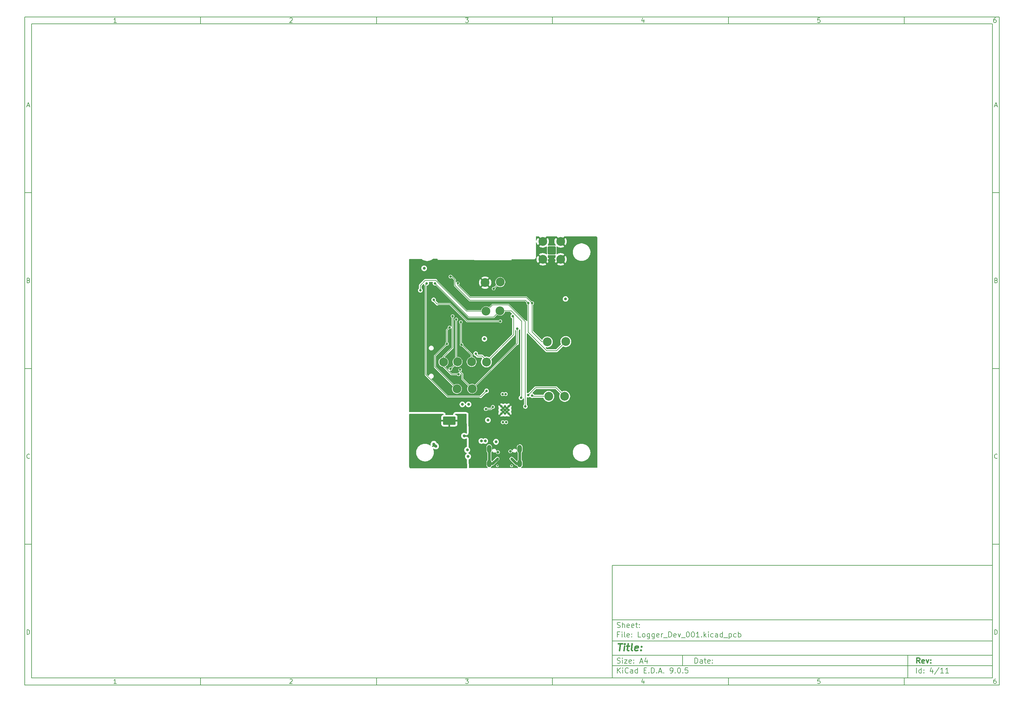
<source format=gbr>
%TF.GenerationSoftware,KiCad,Pcbnew,9.0.5*%
%TF.CreationDate,2025-12-06T02:43:12+13:00*%
%TF.ProjectId,Logger_Dev_001,4c6f6767-6572-45f4-9465-765f3030312e,rev?*%
%TF.SameCoordinates,Original*%
%TF.FileFunction,Copper,L4,Bot*%
%TF.FilePolarity,Positive*%
%FSLAX46Y46*%
G04 Gerber Fmt 4.6, Leading zero omitted, Abs format (unit mm)*
G04 Created by KiCad (PCBNEW 9.0.5) date 2025-12-06 02:43:12*
%MOMM*%
%LPD*%
G01*
G04 APERTURE LIST*
G04 Aperture macros list*
%AMRoundRect*
0 Rectangle with rounded corners*
0 $1 Rounding radius*
0 $2 $3 $4 $5 $6 $7 $8 $9 X,Y pos of 4 corners*
0 Add a 4 corners polygon primitive as box body*
4,1,4,$2,$3,$4,$5,$6,$7,$8,$9,$2,$3,0*
0 Add four circle primitives for the rounded corners*
1,1,$1+$1,$2,$3*
1,1,$1+$1,$4,$5*
1,1,$1+$1,$6,$7*
1,1,$1+$1,$8,$9*
0 Add four rect primitives between the rounded corners*
20,1,$1+$1,$2,$3,$4,$5,0*
20,1,$1+$1,$4,$5,$6,$7,0*
20,1,$1+$1,$6,$7,$8,$9,0*
20,1,$1+$1,$8,$9,$2,$3,0*%
G04 Aperture macros list end*
%ADD10C,0.100000*%
%ADD11C,0.150000*%
%ADD12C,0.300000*%
%ADD13C,0.400000*%
%TA.AperFunction,HeatsinkPad*%
%ADD14C,0.700000*%
%TD*%
%TA.AperFunction,ComponentPad*%
%ADD15O,1.300000X2.300000*%
%TD*%
%TA.AperFunction,ComponentPad*%
%ADD16O,1.300000X2.100000*%
%TD*%
%TA.AperFunction,ComponentPad*%
%ADD17C,0.500000*%
%TD*%
%TA.AperFunction,ComponentPad*%
%ADD18RoundRect,0.200100X-0.949900X-0.949900X0.949900X-0.949900X0.949900X0.949900X-0.949900X0.949900X0*%
%TD*%
%TA.AperFunction,ComponentPad*%
%ADD19C,2.500000*%
%TD*%
%TA.AperFunction,SMDPad,CuDef*%
%ADD20RoundRect,0.250000X-1.550000X0.920000X-1.550000X-0.920000X1.550000X-0.920000X1.550000X0.920000X0*%
%TD*%
%TA.AperFunction,SMDPad,CuDef*%
%ADD21C,2.500000*%
%TD*%
%TA.AperFunction,ViaPad*%
%ADD22C,0.800000*%
%TD*%
%TA.AperFunction,ViaPad*%
%ADD23C,0.700000*%
%TD*%
%TA.AperFunction,Conductor*%
%ADD24C,0.800000*%
%TD*%
%TA.AperFunction,Conductor*%
%ADD25C,0.200000*%
%TD*%
G04 APERTURE END LIST*
D10*
D11*
X177002200Y-166007200D02*
X285002200Y-166007200D01*
X285002200Y-198007200D01*
X177002200Y-198007200D01*
X177002200Y-166007200D01*
D10*
D11*
X10000000Y-10000000D02*
X287002200Y-10000000D01*
X287002200Y-200007200D01*
X10000000Y-200007200D01*
X10000000Y-10000000D01*
D10*
D11*
X12000000Y-12000000D02*
X285002200Y-12000000D01*
X285002200Y-198007200D01*
X12000000Y-198007200D01*
X12000000Y-12000000D01*
D10*
D11*
X60000000Y-12000000D02*
X60000000Y-10000000D01*
D10*
D11*
X110000000Y-12000000D02*
X110000000Y-10000000D01*
D10*
D11*
X160000000Y-12000000D02*
X160000000Y-10000000D01*
D10*
D11*
X210000000Y-12000000D02*
X210000000Y-10000000D01*
D10*
D11*
X260000000Y-12000000D02*
X260000000Y-10000000D01*
D10*
D11*
X36089160Y-11593604D02*
X35346303Y-11593604D01*
X35717731Y-11593604D02*
X35717731Y-10293604D01*
X35717731Y-10293604D02*
X35593922Y-10479319D01*
X35593922Y-10479319D02*
X35470112Y-10603128D01*
X35470112Y-10603128D02*
X35346303Y-10665033D01*
D10*
D11*
X85346303Y-10417414D02*
X85408207Y-10355509D01*
X85408207Y-10355509D02*
X85532017Y-10293604D01*
X85532017Y-10293604D02*
X85841541Y-10293604D01*
X85841541Y-10293604D02*
X85965350Y-10355509D01*
X85965350Y-10355509D02*
X86027255Y-10417414D01*
X86027255Y-10417414D02*
X86089160Y-10541223D01*
X86089160Y-10541223D02*
X86089160Y-10665033D01*
X86089160Y-10665033D02*
X86027255Y-10850747D01*
X86027255Y-10850747D02*
X85284398Y-11593604D01*
X85284398Y-11593604D02*
X86089160Y-11593604D01*
D10*
D11*
X135284398Y-10293604D02*
X136089160Y-10293604D01*
X136089160Y-10293604D02*
X135655826Y-10788842D01*
X135655826Y-10788842D02*
X135841541Y-10788842D01*
X135841541Y-10788842D02*
X135965350Y-10850747D01*
X135965350Y-10850747D02*
X136027255Y-10912652D01*
X136027255Y-10912652D02*
X136089160Y-11036461D01*
X136089160Y-11036461D02*
X136089160Y-11345985D01*
X136089160Y-11345985D02*
X136027255Y-11469795D01*
X136027255Y-11469795D02*
X135965350Y-11531700D01*
X135965350Y-11531700D02*
X135841541Y-11593604D01*
X135841541Y-11593604D02*
X135470112Y-11593604D01*
X135470112Y-11593604D02*
X135346303Y-11531700D01*
X135346303Y-11531700D02*
X135284398Y-11469795D01*
D10*
D11*
X185965350Y-10726938D02*
X185965350Y-11593604D01*
X185655826Y-10231700D02*
X185346303Y-11160271D01*
X185346303Y-11160271D02*
X186151064Y-11160271D01*
D10*
D11*
X236027255Y-10293604D02*
X235408207Y-10293604D01*
X235408207Y-10293604D02*
X235346303Y-10912652D01*
X235346303Y-10912652D02*
X235408207Y-10850747D01*
X235408207Y-10850747D02*
X235532017Y-10788842D01*
X235532017Y-10788842D02*
X235841541Y-10788842D01*
X235841541Y-10788842D02*
X235965350Y-10850747D01*
X235965350Y-10850747D02*
X236027255Y-10912652D01*
X236027255Y-10912652D02*
X236089160Y-11036461D01*
X236089160Y-11036461D02*
X236089160Y-11345985D01*
X236089160Y-11345985D02*
X236027255Y-11469795D01*
X236027255Y-11469795D02*
X235965350Y-11531700D01*
X235965350Y-11531700D02*
X235841541Y-11593604D01*
X235841541Y-11593604D02*
X235532017Y-11593604D01*
X235532017Y-11593604D02*
X235408207Y-11531700D01*
X235408207Y-11531700D02*
X235346303Y-11469795D01*
D10*
D11*
X285965350Y-10293604D02*
X285717731Y-10293604D01*
X285717731Y-10293604D02*
X285593922Y-10355509D01*
X285593922Y-10355509D02*
X285532017Y-10417414D01*
X285532017Y-10417414D02*
X285408207Y-10603128D01*
X285408207Y-10603128D02*
X285346303Y-10850747D01*
X285346303Y-10850747D02*
X285346303Y-11345985D01*
X285346303Y-11345985D02*
X285408207Y-11469795D01*
X285408207Y-11469795D02*
X285470112Y-11531700D01*
X285470112Y-11531700D02*
X285593922Y-11593604D01*
X285593922Y-11593604D02*
X285841541Y-11593604D01*
X285841541Y-11593604D02*
X285965350Y-11531700D01*
X285965350Y-11531700D02*
X286027255Y-11469795D01*
X286027255Y-11469795D02*
X286089160Y-11345985D01*
X286089160Y-11345985D02*
X286089160Y-11036461D01*
X286089160Y-11036461D02*
X286027255Y-10912652D01*
X286027255Y-10912652D02*
X285965350Y-10850747D01*
X285965350Y-10850747D02*
X285841541Y-10788842D01*
X285841541Y-10788842D02*
X285593922Y-10788842D01*
X285593922Y-10788842D02*
X285470112Y-10850747D01*
X285470112Y-10850747D02*
X285408207Y-10912652D01*
X285408207Y-10912652D02*
X285346303Y-11036461D01*
D10*
D11*
X60000000Y-198007200D02*
X60000000Y-200007200D01*
D10*
D11*
X110000000Y-198007200D02*
X110000000Y-200007200D01*
D10*
D11*
X160000000Y-198007200D02*
X160000000Y-200007200D01*
D10*
D11*
X210000000Y-198007200D02*
X210000000Y-200007200D01*
D10*
D11*
X260000000Y-198007200D02*
X260000000Y-200007200D01*
D10*
D11*
X36089160Y-199600804D02*
X35346303Y-199600804D01*
X35717731Y-199600804D02*
X35717731Y-198300804D01*
X35717731Y-198300804D02*
X35593922Y-198486519D01*
X35593922Y-198486519D02*
X35470112Y-198610328D01*
X35470112Y-198610328D02*
X35346303Y-198672233D01*
D10*
D11*
X85346303Y-198424614D02*
X85408207Y-198362709D01*
X85408207Y-198362709D02*
X85532017Y-198300804D01*
X85532017Y-198300804D02*
X85841541Y-198300804D01*
X85841541Y-198300804D02*
X85965350Y-198362709D01*
X85965350Y-198362709D02*
X86027255Y-198424614D01*
X86027255Y-198424614D02*
X86089160Y-198548423D01*
X86089160Y-198548423D02*
X86089160Y-198672233D01*
X86089160Y-198672233D02*
X86027255Y-198857947D01*
X86027255Y-198857947D02*
X85284398Y-199600804D01*
X85284398Y-199600804D02*
X86089160Y-199600804D01*
D10*
D11*
X135284398Y-198300804D02*
X136089160Y-198300804D01*
X136089160Y-198300804D02*
X135655826Y-198796042D01*
X135655826Y-198796042D02*
X135841541Y-198796042D01*
X135841541Y-198796042D02*
X135965350Y-198857947D01*
X135965350Y-198857947D02*
X136027255Y-198919852D01*
X136027255Y-198919852D02*
X136089160Y-199043661D01*
X136089160Y-199043661D02*
X136089160Y-199353185D01*
X136089160Y-199353185D02*
X136027255Y-199476995D01*
X136027255Y-199476995D02*
X135965350Y-199538900D01*
X135965350Y-199538900D02*
X135841541Y-199600804D01*
X135841541Y-199600804D02*
X135470112Y-199600804D01*
X135470112Y-199600804D02*
X135346303Y-199538900D01*
X135346303Y-199538900D02*
X135284398Y-199476995D01*
D10*
D11*
X185965350Y-198734138D02*
X185965350Y-199600804D01*
X185655826Y-198238900D02*
X185346303Y-199167471D01*
X185346303Y-199167471D02*
X186151064Y-199167471D01*
D10*
D11*
X236027255Y-198300804D02*
X235408207Y-198300804D01*
X235408207Y-198300804D02*
X235346303Y-198919852D01*
X235346303Y-198919852D02*
X235408207Y-198857947D01*
X235408207Y-198857947D02*
X235532017Y-198796042D01*
X235532017Y-198796042D02*
X235841541Y-198796042D01*
X235841541Y-198796042D02*
X235965350Y-198857947D01*
X235965350Y-198857947D02*
X236027255Y-198919852D01*
X236027255Y-198919852D02*
X236089160Y-199043661D01*
X236089160Y-199043661D02*
X236089160Y-199353185D01*
X236089160Y-199353185D02*
X236027255Y-199476995D01*
X236027255Y-199476995D02*
X235965350Y-199538900D01*
X235965350Y-199538900D02*
X235841541Y-199600804D01*
X235841541Y-199600804D02*
X235532017Y-199600804D01*
X235532017Y-199600804D02*
X235408207Y-199538900D01*
X235408207Y-199538900D02*
X235346303Y-199476995D01*
D10*
D11*
X285965350Y-198300804D02*
X285717731Y-198300804D01*
X285717731Y-198300804D02*
X285593922Y-198362709D01*
X285593922Y-198362709D02*
X285532017Y-198424614D01*
X285532017Y-198424614D02*
X285408207Y-198610328D01*
X285408207Y-198610328D02*
X285346303Y-198857947D01*
X285346303Y-198857947D02*
X285346303Y-199353185D01*
X285346303Y-199353185D02*
X285408207Y-199476995D01*
X285408207Y-199476995D02*
X285470112Y-199538900D01*
X285470112Y-199538900D02*
X285593922Y-199600804D01*
X285593922Y-199600804D02*
X285841541Y-199600804D01*
X285841541Y-199600804D02*
X285965350Y-199538900D01*
X285965350Y-199538900D02*
X286027255Y-199476995D01*
X286027255Y-199476995D02*
X286089160Y-199353185D01*
X286089160Y-199353185D02*
X286089160Y-199043661D01*
X286089160Y-199043661D02*
X286027255Y-198919852D01*
X286027255Y-198919852D02*
X285965350Y-198857947D01*
X285965350Y-198857947D02*
X285841541Y-198796042D01*
X285841541Y-198796042D02*
X285593922Y-198796042D01*
X285593922Y-198796042D02*
X285470112Y-198857947D01*
X285470112Y-198857947D02*
X285408207Y-198919852D01*
X285408207Y-198919852D02*
X285346303Y-199043661D01*
D10*
D11*
X10000000Y-60000000D02*
X12000000Y-60000000D01*
D10*
D11*
X10000000Y-110000000D02*
X12000000Y-110000000D01*
D10*
D11*
X10000000Y-160000000D02*
X12000000Y-160000000D01*
D10*
D11*
X10690476Y-35222176D02*
X11309523Y-35222176D01*
X10566666Y-35593604D02*
X10999999Y-34293604D01*
X10999999Y-34293604D02*
X11433333Y-35593604D01*
D10*
D11*
X11092857Y-84912652D02*
X11278571Y-84974557D01*
X11278571Y-84974557D02*
X11340476Y-85036461D01*
X11340476Y-85036461D02*
X11402380Y-85160271D01*
X11402380Y-85160271D02*
X11402380Y-85345985D01*
X11402380Y-85345985D02*
X11340476Y-85469795D01*
X11340476Y-85469795D02*
X11278571Y-85531700D01*
X11278571Y-85531700D02*
X11154761Y-85593604D01*
X11154761Y-85593604D02*
X10659523Y-85593604D01*
X10659523Y-85593604D02*
X10659523Y-84293604D01*
X10659523Y-84293604D02*
X11092857Y-84293604D01*
X11092857Y-84293604D02*
X11216666Y-84355509D01*
X11216666Y-84355509D02*
X11278571Y-84417414D01*
X11278571Y-84417414D02*
X11340476Y-84541223D01*
X11340476Y-84541223D02*
X11340476Y-84665033D01*
X11340476Y-84665033D02*
X11278571Y-84788842D01*
X11278571Y-84788842D02*
X11216666Y-84850747D01*
X11216666Y-84850747D02*
X11092857Y-84912652D01*
X11092857Y-84912652D02*
X10659523Y-84912652D01*
D10*
D11*
X11402380Y-135469795D02*
X11340476Y-135531700D01*
X11340476Y-135531700D02*
X11154761Y-135593604D01*
X11154761Y-135593604D02*
X11030952Y-135593604D01*
X11030952Y-135593604D02*
X10845238Y-135531700D01*
X10845238Y-135531700D02*
X10721428Y-135407890D01*
X10721428Y-135407890D02*
X10659523Y-135284080D01*
X10659523Y-135284080D02*
X10597619Y-135036461D01*
X10597619Y-135036461D02*
X10597619Y-134850747D01*
X10597619Y-134850747D02*
X10659523Y-134603128D01*
X10659523Y-134603128D02*
X10721428Y-134479319D01*
X10721428Y-134479319D02*
X10845238Y-134355509D01*
X10845238Y-134355509D02*
X11030952Y-134293604D01*
X11030952Y-134293604D02*
X11154761Y-134293604D01*
X11154761Y-134293604D02*
X11340476Y-134355509D01*
X11340476Y-134355509D02*
X11402380Y-134417414D01*
D10*
D11*
X10659523Y-185593604D02*
X10659523Y-184293604D01*
X10659523Y-184293604D02*
X10969047Y-184293604D01*
X10969047Y-184293604D02*
X11154761Y-184355509D01*
X11154761Y-184355509D02*
X11278571Y-184479319D01*
X11278571Y-184479319D02*
X11340476Y-184603128D01*
X11340476Y-184603128D02*
X11402380Y-184850747D01*
X11402380Y-184850747D02*
X11402380Y-185036461D01*
X11402380Y-185036461D02*
X11340476Y-185284080D01*
X11340476Y-185284080D02*
X11278571Y-185407890D01*
X11278571Y-185407890D02*
X11154761Y-185531700D01*
X11154761Y-185531700D02*
X10969047Y-185593604D01*
X10969047Y-185593604D02*
X10659523Y-185593604D01*
D10*
D11*
X287002200Y-60000000D02*
X285002200Y-60000000D01*
D10*
D11*
X287002200Y-110000000D02*
X285002200Y-110000000D01*
D10*
D11*
X287002200Y-160000000D02*
X285002200Y-160000000D01*
D10*
D11*
X285692676Y-35222176D02*
X286311723Y-35222176D01*
X285568866Y-35593604D02*
X286002199Y-34293604D01*
X286002199Y-34293604D02*
X286435533Y-35593604D01*
D10*
D11*
X286095057Y-84912652D02*
X286280771Y-84974557D01*
X286280771Y-84974557D02*
X286342676Y-85036461D01*
X286342676Y-85036461D02*
X286404580Y-85160271D01*
X286404580Y-85160271D02*
X286404580Y-85345985D01*
X286404580Y-85345985D02*
X286342676Y-85469795D01*
X286342676Y-85469795D02*
X286280771Y-85531700D01*
X286280771Y-85531700D02*
X286156961Y-85593604D01*
X286156961Y-85593604D02*
X285661723Y-85593604D01*
X285661723Y-85593604D02*
X285661723Y-84293604D01*
X285661723Y-84293604D02*
X286095057Y-84293604D01*
X286095057Y-84293604D02*
X286218866Y-84355509D01*
X286218866Y-84355509D02*
X286280771Y-84417414D01*
X286280771Y-84417414D02*
X286342676Y-84541223D01*
X286342676Y-84541223D02*
X286342676Y-84665033D01*
X286342676Y-84665033D02*
X286280771Y-84788842D01*
X286280771Y-84788842D02*
X286218866Y-84850747D01*
X286218866Y-84850747D02*
X286095057Y-84912652D01*
X286095057Y-84912652D02*
X285661723Y-84912652D01*
D10*
D11*
X286404580Y-135469795D02*
X286342676Y-135531700D01*
X286342676Y-135531700D02*
X286156961Y-135593604D01*
X286156961Y-135593604D02*
X286033152Y-135593604D01*
X286033152Y-135593604D02*
X285847438Y-135531700D01*
X285847438Y-135531700D02*
X285723628Y-135407890D01*
X285723628Y-135407890D02*
X285661723Y-135284080D01*
X285661723Y-135284080D02*
X285599819Y-135036461D01*
X285599819Y-135036461D02*
X285599819Y-134850747D01*
X285599819Y-134850747D02*
X285661723Y-134603128D01*
X285661723Y-134603128D02*
X285723628Y-134479319D01*
X285723628Y-134479319D02*
X285847438Y-134355509D01*
X285847438Y-134355509D02*
X286033152Y-134293604D01*
X286033152Y-134293604D02*
X286156961Y-134293604D01*
X286156961Y-134293604D02*
X286342676Y-134355509D01*
X286342676Y-134355509D02*
X286404580Y-134417414D01*
D10*
D11*
X285661723Y-185593604D02*
X285661723Y-184293604D01*
X285661723Y-184293604D02*
X285971247Y-184293604D01*
X285971247Y-184293604D02*
X286156961Y-184355509D01*
X286156961Y-184355509D02*
X286280771Y-184479319D01*
X286280771Y-184479319D02*
X286342676Y-184603128D01*
X286342676Y-184603128D02*
X286404580Y-184850747D01*
X286404580Y-184850747D02*
X286404580Y-185036461D01*
X286404580Y-185036461D02*
X286342676Y-185284080D01*
X286342676Y-185284080D02*
X286280771Y-185407890D01*
X286280771Y-185407890D02*
X286156961Y-185531700D01*
X286156961Y-185531700D02*
X285971247Y-185593604D01*
X285971247Y-185593604D02*
X285661723Y-185593604D01*
D10*
D11*
X200458026Y-193793328D02*
X200458026Y-192293328D01*
X200458026Y-192293328D02*
X200815169Y-192293328D01*
X200815169Y-192293328D02*
X201029455Y-192364757D01*
X201029455Y-192364757D02*
X201172312Y-192507614D01*
X201172312Y-192507614D02*
X201243741Y-192650471D01*
X201243741Y-192650471D02*
X201315169Y-192936185D01*
X201315169Y-192936185D02*
X201315169Y-193150471D01*
X201315169Y-193150471D02*
X201243741Y-193436185D01*
X201243741Y-193436185D02*
X201172312Y-193579042D01*
X201172312Y-193579042D02*
X201029455Y-193721900D01*
X201029455Y-193721900D02*
X200815169Y-193793328D01*
X200815169Y-193793328D02*
X200458026Y-193793328D01*
X202600884Y-193793328D02*
X202600884Y-193007614D01*
X202600884Y-193007614D02*
X202529455Y-192864757D01*
X202529455Y-192864757D02*
X202386598Y-192793328D01*
X202386598Y-192793328D02*
X202100884Y-192793328D01*
X202100884Y-192793328D02*
X201958026Y-192864757D01*
X202600884Y-193721900D02*
X202458026Y-193793328D01*
X202458026Y-193793328D02*
X202100884Y-193793328D01*
X202100884Y-193793328D02*
X201958026Y-193721900D01*
X201958026Y-193721900D02*
X201886598Y-193579042D01*
X201886598Y-193579042D02*
X201886598Y-193436185D01*
X201886598Y-193436185D02*
X201958026Y-193293328D01*
X201958026Y-193293328D02*
X202100884Y-193221900D01*
X202100884Y-193221900D02*
X202458026Y-193221900D01*
X202458026Y-193221900D02*
X202600884Y-193150471D01*
X203100884Y-192793328D02*
X203672312Y-192793328D01*
X203315169Y-192293328D02*
X203315169Y-193579042D01*
X203315169Y-193579042D02*
X203386598Y-193721900D01*
X203386598Y-193721900D02*
X203529455Y-193793328D01*
X203529455Y-193793328D02*
X203672312Y-193793328D01*
X204743741Y-193721900D02*
X204600884Y-193793328D01*
X204600884Y-193793328D02*
X204315170Y-193793328D01*
X204315170Y-193793328D02*
X204172312Y-193721900D01*
X204172312Y-193721900D02*
X204100884Y-193579042D01*
X204100884Y-193579042D02*
X204100884Y-193007614D01*
X204100884Y-193007614D02*
X204172312Y-192864757D01*
X204172312Y-192864757D02*
X204315170Y-192793328D01*
X204315170Y-192793328D02*
X204600884Y-192793328D01*
X204600884Y-192793328D02*
X204743741Y-192864757D01*
X204743741Y-192864757D02*
X204815170Y-193007614D01*
X204815170Y-193007614D02*
X204815170Y-193150471D01*
X204815170Y-193150471D02*
X204100884Y-193293328D01*
X205458026Y-193650471D02*
X205529455Y-193721900D01*
X205529455Y-193721900D02*
X205458026Y-193793328D01*
X205458026Y-193793328D02*
X205386598Y-193721900D01*
X205386598Y-193721900D02*
X205458026Y-193650471D01*
X205458026Y-193650471D02*
X205458026Y-193793328D01*
X205458026Y-192864757D02*
X205529455Y-192936185D01*
X205529455Y-192936185D02*
X205458026Y-193007614D01*
X205458026Y-193007614D02*
X205386598Y-192936185D01*
X205386598Y-192936185D02*
X205458026Y-192864757D01*
X205458026Y-192864757D02*
X205458026Y-193007614D01*
D10*
D11*
X177002200Y-194507200D02*
X285002200Y-194507200D01*
D10*
D11*
X178458026Y-196593328D02*
X178458026Y-195093328D01*
X179315169Y-196593328D02*
X178672312Y-195736185D01*
X179315169Y-195093328D02*
X178458026Y-195950471D01*
X179958026Y-196593328D02*
X179958026Y-195593328D01*
X179958026Y-195093328D02*
X179886598Y-195164757D01*
X179886598Y-195164757D02*
X179958026Y-195236185D01*
X179958026Y-195236185D02*
X180029455Y-195164757D01*
X180029455Y-195164757D02*
X179958026Y-195093328D01*
X179958026Y-195093328D02*
X179958026Y-195236185D01*
X181529455Y-196450471D02*
X181458027Y-196521900D01*
X181458027Y-196521900D02*
X181243741Y-196593328D01*
X181243741Y-196593328D02*
X181100884Y-196593328D01*
X181100884Y-196593328D02*
X180886598Y-196521900D01*
X180886598Y-196521900D02*
X180743741Y-196379042D01*
X180743741Y-196379042D02*
X180672312Y-196236185D01*
X180672312Y-196236185D02*
X180600884Y-195950471D01*
X180600884Y-195950471D02*
X180600884Y-195736185D01*
X180600884Y-195736185D02*
X180672312Y-195450471D01*
X180672312Y-195450471D02*
X180743741Y-195307614D01*
X180743741Y-195307614D02*
X180886598Y-195164757D01*
X180886598Y-195164757D02*
X181100884Y-195093328D01*
X181100884Y-195093328D02*
X181243741Y-195093328D01*
X181243741Y-195093328D02*
X181458027Y-195164757D01*
X181458027Y-195164757D02*
X181529455Y-195236185D01*
X182815170Y-196593328D02*
X182815170Y-195807614D01*
X182815170Y-195807614D02*
X182743741Y-195664757D01*
X182743741Y-195664757D02*
X182600884Y-195593328D01*
X182600884Y-195593328D02*
X182315170Y-195593328D01*
X182315170Y-195593328D02*
X182172312Y-195664757D01*
X182815170Y-196521900D02*
X182672312Y-196593328D01*
X182672312Y-196593328D02*
X182315170Y-196593328D01*
X182315170Y-196593328D02*
X182172312Y-196521900D01*
X182172312Y-196521900D02*
X182100884Y-196379042D01*
X182100884Y-196379042D02*
X182100884Y-196236185D01*
X182100884Y-196236185D02*
X182172312Y-196093328D01*
X182172312Y-196093328D02*
X182315170Y-196021900D01*
X182315170Y-196021900D02*
X182672312Y-196021900D01*
X182672312Y-196021900D02*
X182815170Y-195950471D01*
X184172313Y-196593328D02*
X184172313Y-195093328D01*
X184172313Y-196521900D02*
X184029455Y-196593328D01*
X184029455Y-196593328D02*
X183743741Y-196593328D01*
X183743741Y-196593328D02*
X183600884Y-196521900D01*
X183600884Y-196521900D02*
X183529455Y-196450471D01*
X183529455Y-196450471D02*
X183458027Y-196307614D01*
X183458027Y-196307614D02*
X183458027Y-195879042D01*
X183458027Y-195879042D02*
X183529455Y-195736185D01*
X183529455Y-195736185D02*
X183600884Y-195664757D01*
X183600884Y-195664757D02*
X183743741Y-195593328D01*
X183743741Y-195593328D02*
X184029455Y-195593328D01*
X184029455Y-195593328D02*
X184172313Y-195664757D01*
X186029455Y-195807614D02*
X186529455Y-195807614D01*
X186743741Y-196593328D02*
X186029455Y-196593328D01*
X186029455Y-196593328D02*
X186029455Y-195093328D01*
X186029455Y-195093328D02*
X186743741Y-195093328D01*
X187386598Y-196450471D02*
X187458027Y-196521900D01*
X187458027Y-196521900D02*
X187386598Y-196593328D01*
X187386598Y-196593328D02*
X187315170Y-196521900D01*
X187315170Y-196521900D02*
X187386598Y-196450471D01*
X187386598Y-196450471D02*
X187386598Y-196593328D01*
X188100884Y-196593328D02*
X188100884Y-195093328D01*
X188100884Y-195093328D02*
X188458027Y-195093328D01*
X188458027Y-195093328D02*
X188672313Y-195164757D01*
X188672313Y-195164757D02*
X188815170Y-195307614D01*
X188815170Y-195307614D02*
X188886599Y-195450471D01*
X188886599Y-195450471D02*
X188958027Y-195736185D01*
X188958027Y-195736185D02*
X188958027Y-195950471D01*
X188958027Y-195950471D02*
X188886599Y-196236185D01*
X188886599Y-196236185D02*
X188815170Y-196379042D01*
X188815170Y-196379042D02*
X188672313Y-196521900D01*
X188672313Y-196521900D02*
X188458027Y-196593328D01*
X188458027Y-196593328D02*
X188100884Y-196593328D01*
X189600884Y-196450471D02*
X189672313Y-196521900D01*
X189672313Y-196521900D02*
X189600884Y-196593328D01*
X189600884Y-196593328D02*
X189529456Y-196521900D01*
X189529456Y-196521900D02*
X189600884Y-196450471D01*
X189600884Y-196450471D02*
X189600884Y-196593328D01*
X190243742Y-196164757D02*
X190958028Y-196164757D01*
X190100885Y-196593328D02*
X190600885Y-195093328D01*
X190600885Y-195093328D02*
X191100885Y-196593328D01*
X191600884Y-196450471D02*
X191672313Y-196521900D01*
X191672313Y-196521900D02*
X191600884Y-196593328D01*
X191600884Y-196593328D02*
X191529456Y-196521900D01*
X191529456Y-196521900D02*
X191600884Y-196450471D01*
X191600884Y-196450471D02*
X191600884Y-196593328D01*
X193529456Y-196593328D02*
X193815170Y-196593328D01*
X193815170Y-196593328D02*
X193958027Y-196521900D01*
X193958027Y-196521900D02*
X194029456Y-196450471D01*
X194029456Y-196450471D02*
X194172313Y-196236185D01*
X194172313Y-196236185D02*
X194243742Y-195950471D01*
X194243742Y-195950471D02*
X194243742Y-195379042D01*
X194243742Y-195379042D02*
X194172313Y-195236185D01*
X194172313Y-195236185D02*
X194100885Y-195164757D01*
X194100885Y-195164757D02*
X193958027Y-195093328D01*
X193958027Y-195093328D02*
X193672313Y-195093328D01*
X193672313Y-195093328D02*
X193529456Y-195164757D01*
X193529456Y-195164757D02*
X193458027Y-195236185D01*
X193458027Y-195236185D02*
X193386599Y-195379042D01*
X193386599Y-195379042D02*
X193386599Y-195736185D01*
X193386599Y-195736185D02*
X193458027Y-195879042D01*
X193458027Y-195879042D02*
X193529456Y-195950471D01*
X193529456Y-195950471D02*
X193672313Y-196021900D01*
X193672313Y-196021900D02*
X193958027Y-196021900D01*
X193958027Y-196021900D02*
X194100885Y-195950471D01*
X194100885Y-195950471D02*
X194172313Y-195879042D01*
X194172313Y-195879042D02*
X194243742Y-195736185D01*
X194886598Y-196450471D02*
X194958027Y-196521900D01*
X194958027Y-196521900D02*
X194886598Y-196593328D01*
X194886598Y-196593328D02*
X194815170Y-196521900D01*
X194815170Y-196521900D02*
X194886598Y-196450471D01*
X194886598Y-196450471D02*
X194886598Y-196593328D01*
X195886599Y-195093328D02*
X196029456Y-195093328D01*
X196029456Y-195093328D02*
X196172313Y-195164757D01*
X196172313Y-195164757D02*
X196243742Y-195236185D01*
X196243742Y-195236185D02*
X196315170Y-195379042D01*
X196315170Y-195379042D02*
X196386599Y-195664757D01*
X196386599Y-195664757D02*
X196386599Y-196021900D01*
X196386599Y-196021900D02*
X196315170Y-196307614D01*
X196315170Y-196307614D02*
X196243742Y-196450471D01*
X196243742Y-196450471D02*
X196172313Y-196521900D01*
X196172313Y-196521900D02*
X196029456Y-196593328D01*
X196029456Y-196593328D02*
X195886599Y-196593328D01*
X195886599Y-196593328D02*
X195743742Y-196521900D01*
X195743742Y-196521900D02*
X195672313Y-196450471D01*
X195672313Y-196450471D02*
X195600884Y-196307614D01*
X195600884Y-196307614D02*
X195529456Y-196021900D01*
X195529456Y-196021900D02*
X195529456Y-195664757D01*
X195529456Y-195664757D02*
X195600884Y-195379042D01*
X195600884Y-195379042D02*
X195672313Y-195236185D01*
X195672313Y-195236185D02*
X195743742Y-195164757D01*
X195743742Y-195164757D02*
X195886599Y-195093328D01*
X197029455Y-196450471D02*
X197100884Y-196521900D01*
X197100884Y-196521900D02*
X197029455Y-196593328D01*
X197029455Y-196593328D02*
X196958027Y-196521900D01*
X196958027Y-196521900D02*
X197029455Y-196450471D01*
X197029455Y-196450471D02*
X197029455Y-196593328D01*
X198458027Y-195093328D02*
X197743741Y-195093328D01*
X197743741Y-195093328D02*
X197672313Y-195807614D01*
X197672313Y-195807614D02*
X197743741Y-195736185D01*
X197743741Y-195736185D02*
X197886599Y-195664757D01*
X197886599Y-195664757D02*
X198243741Y-195664757D01*
X198243741Y-195664757D02*
X198386599Y-195736185D01*
X198386599Y-195736185D02*
X198458027Y-195807614D01*
X198458027Y-195807614D02*
X198529456Y-195950471D01*
X198529456Y-195950471D02*
X198529456Y-196307614D01*
X198529456Y-196307614D02*
X198458027Y-196450471D01*
X198458027Y-196450471D02*
X198386599Y-196521900D01*
X198386599Y-196521900D02*
X198243741Y-196593328D01*
X198243741Y-196593328D02*
X197886599Y-196593328D01*
X197886599Y-196593328D02*
X197743741Y-196521900D01*
X197743741Y-196521900D02*
X197672313Y-196450471D01*
D10*
D11*
X177002200Y-191507200D02*
X285002200Y-191507200D01*
D10*
D12*
X264413853Y-193785528D02*
X263913853Y-193071242D01*
X263556710Y-193785528D02*
X263556710Y-192285528D01*
X263556710Y-192285528D02*
X264128139Y-192285528D01*
X264128139Y-192285528D02*
X264270996Y-192356957D01*
X264270996Y-192356957D02*
X264342425Y-192428385D01*
X264342425Y-192428385D02*
X264413853Y-192571242D01*
X264413853Y-192571242D02*
X264413853Y-192785528D01*
X264413853Y-192785528D02*
X264342425Y-192928385D01*
X264342425Y-192928385D02*
X264270996Y-192999814D01*
X264270996Y-192999814D02*
X264128139Y-193071242D01*
X264128139Y-193071242D02*
X263556710Y-193071242D01*
X265628139Y-193714100D02*
X265485282Y-193785528D01*
X265485282Y-193785528D02*
X265199568Y-193785528D01*
X265199568Y-193785528D02*
X265056710Y-193714100D01*
X265056710Y-193714100D02*
X264985282Y-193571242D01*
X264985282Y-193571242D02*
X264985282Y-192999814D01*
X264985282Y-192999814D02*
X265056710Y-192856957D01*
X265056710Y-192856957D02*
X265199568Y-192785528D01*
X265199568Y-192785528D02*
X265485282Y-192785528D01*
X265485282Y-192785528D02*
X265628139Y-192856957D01*
X265628139Y-192856957D02*
X265699568Y-192999814D01*
X265699568Y-192999814D02*
X265699568Y-193142671D01*
X265699568Y-193142671D02*
X264985282Y-193285528D01*
X266199567Y-192785528D02*
X266556710Y-193785528D01*
X266556710Y-193785528D02*
X266913853Y-192785528D01*
X267485281Y-193642671D02*
X267556710Y-193714100D01*
X267556710Y-193714100D02*
X267485281Y-193785528D01*
X267485281Y-193785528D02*
X267413853Y-193714100D01*
X267413853Y-193714100D02*
X267485281Y-193642671D01*
X267485281Y-193642671D02*
X267485281Y-193785528D01*
X267485281Y-192856957D02*
X267556710Y-192928385D01*
X267556710Y-192928385D02*
X267485281Y-192999814D01*
X267485281Y-192999814D02*
X267413853Y-192928385D01*
X267413853Y-192928385D02*
X267485281Y-192856957D01*
X267485281Y-192856957D02*
X267485281Y-192999814D01*
D10*
D11*
X178386598Y-193721900D02*
X178600884Y-193793328D01*
X178600884Y-193793328D02*
X178958026Y-193793328D01*
X178958026Y-193793328D02*
X179100884Y-193721900D01*
X179100884Y-193721900D02*
X179172312Y-193650471D01*
X179172312Y-193650471D02*
X179243741Y-193507614D01*
X179243741Y-193507614D02*
X179243741Y-193364757D01*
X179243741Y-193364757D02*
X179172312Y-193221900D01*
X179172312Y-193221900D02*
X179100884Y-193150471D01*
X179100884Y-193150471D02*
X178958026Y-193079042D01*
X178958026Y-193079042D02*
X178672312Y-193007614D01*
X178672312Y-193007614D02*
X178529455Y-192936185D01*
X178529455Y-192936185D02*
X178458026Y-192864757D01*
X178458026Y-192864757D02*
X178386598Y-192721900D01*
X178386598Y-192721900D02*
X178386598Y-192579042D01*
X178386598Y-192579042D02*
X178458026Y-192436185D01*
X178458026Y-192436185D02*
X178529455Y-192364757D01*
X178529455Y-192364757D02*
X178672312Y-192293328D01*
X178672312Y-192293328D02*
X179029455Y-192293328D01*
X179029455Y-192293328D02*
X179243741Y-192364757D01*
X179886597Y-193793328D02*
X179886597Y-192793328D01*
X179886597Y-192293328D02*
X179815169Y-192364757D01*
X179815169Y-192364757D02*
X179886597Y-192436185D01*
X179886597Y-192436185D02*
X179958026Y-192364757D01*
X179958026Y-192364757D02*
X179886597Y-192293328D01*
X179886597Y-192293328D02*
X179886597Y-192436185D01*
X180458026Y-192793328D02*
X181243741Y-192793328D01*
X181243741Y-192793328D02*
X180458026Y-193793328D01*
X180458026Y-193793328D02*
X181243741Y-193793328D01*
X182386598Y-193721900D02*
X182243741Y-193793328D01*
X182243741Y-193793328D02*
X181958027Y-193793328D01*
X181958027Y-193793328D02*
X181815169Y-193721900D01*
X181815169Y-193721900D02*
X181743741Y-193579042D01*
X181743741Y-193579042D02*
X181743741Y-193007614D01*
X181743741Y-193007614D02*
X181815169Y-192864757D01*
X181815169Y-192864757D02*
X181958027Y-192793328D01*
X181958027Y-192793328D02*
X182243741Y-192793328D01*
X182243741Y-192793328D02*
X182386598Y-192864757D01*
X182386598Y-192864757D02*
X182458027Y-193007614D01*
X182458027Y-193007614D02*
X182458027Y-193150471D01*
X182458027Y-193150471D02*
X181743741Y-193293328D01*
X183100883Y-193650471D02*
X183172312Y-193721900D01*
X183172312Y-193721900D02*
X183100883Y-193793328D01*
X183100883Y-193793328D02*
X183029455Y-193721900D01*
X183029455Y-193721900D02*
X183100883Y-193650471D01*
X183100883Y-193650471D02*
X183100883Y-193793328D01*
X183100883Y-192864757D02*
X183172312Y-192936185D01*
X183172312Y-192936185D02*
X183100883Y-193007614D01*
X183100883Y-193007614D02*
X183029455Y-192936185D01*
X183029455Y-192936185D02*
X183100883Y-192864757D01*
X183100883Y-192864757D02*
X183100883Y-193007614D01*
X184886598Y-193364757D02*
X185600884Y-193364757D01*
X184743741Y-193793328D02*
X185243741Y-192293328D01*
X185243741Y-192293328D02*
X185743741Y-193793328D01*
X186886598Y-192793328D02*
X186886598Y-193793328D01*
X186529455Y-192221900D02*
X186172312Y-193293328D01*
X186172312Y-193293328D02*
X187100883Y-193293328D01*
D10*
D11*
X263458026Y-196593328D02*
X263458026Y-195093328D01*
X264815170Y-196593328D02*
X264815170Y-195093328D01*
X264815170Y-196521900D02*
X264672312Y-196593328D01*
X264672312Y-196593328D02*
X264386598Y-196593328D01*
X264386598Y-196593328D02*
X264243741Y-196521900D01*
X264243741Y-196521900D02*
X264172312Y-196450471D01*
X264172312Y-196450471D02*
X264100884Y-196307614D01*
X264100884Y-196307614D02*
X264100884Y-195879042D01*
X264100884Y-195879042D02*
X264172312Y-195736185D01*
X264172312Y-195736185D02*
X264243741Y-195664757D01*
X264243741Y-195664757D02*
X264386598Y-195593328D01*
X264386598Y-195593328D02*
X264672312Y-195593328D01*
X264672312Y-195593328D02*
X264815170Y-195664757D01*
X265529455Y-196450471D02*
X265600884Y-196521900D01*
X265600884Y-196521900D02*
X265529455Y-196593328D01*
X265529455Y-196593328D02*
X265458027Y-196521900D01*
X265458027Y-196521900D02*
X265529455Y-196450471D01*
X265529455Y-196450471D02*
X265529455Y-196593328D01*
X265529455Y-195664757D02*
X265600884Y-195736185D01*
X265600884Y-195736185D02*
X265529455Y-195807614D01*
X265529455Y-195807614D02*
X265458027Y-195736185D01*
X265458027Y-195736185D02*
X265529455Y-195664757D01*
X265529455Y-195664757D02*
X265529455Y-195807614D01*
X268029456Y-195593328D02*
X268029456Y-196593328D01*
X267672313Y-195021900D02*
X267315170Y-196093328D01*
X267315170Y-196093328D02*
X268243741Y-196093328D01*
X269886598Y-195021900D02*
X268600884Y-196950471D01*
X271172313Y-196593328D02*
X270315170Y-196593328D01*
X270743741Y-196593328D02*
X270743741Y-195093328D01*
X270743741Y-195093328D02*
X270600884Y-195307614D01*
X270600884Y-195307614D02*
X270458027Y-195450471D01*
X270458027Y-195450471D02*
X270315170Y-195521900D01*
X272600884Y-196593328D02*
X271743741Y-196593328D01*
X272172312Y-196593328D02*
X272172312Y-195093328D01*
X272172312Y-195093328D02*
X272029455Y-195307614D01*
X272029455Y-195307614D02*
X271886598Y-195450471D01*
X271886598Y-195450471D02*
X271743741Y-195521900D01*
D10*
D11*
X177002200Y-187507200D02*
X285002200Y-187507200D01*
D10*
D13*
X178693928Y-188211638D02*
X179836785Y-188211638D01*
X179015357Y-190211638D02*
X179265357Y-188211638D01*
X180253452Y-190211638D02*
X180420119Y-188878304D01*
X180503452Y-188211638D02*
X180396309Y-188306876D01*
X180396309Y-188306876D02*
X180479643Y-188402114D01*
X180479643Y-188402114D02*
X180586786Y-188306876D01*
X180586786Y-188306876D02*
X180503452Y-188211638D01*
X180503452Y-188211638D02*
X180479643Y-188402114D01*
X181086786Y-188878304D02*
X181848690Y-188878304D01*
X181455833Y-188211638D02*
X181241548Y-189925923D01*
X181241548Y-189925923D02*
X181312976Y-190116400D01*
X181312976Y-190116400D02*
X181491548Y-190211638D01*
X181491548Y-190211638D02*
X181682024Y-190211638D01*
X182634405Y-190211638D02*
X182455833Y-190116400D01*
X182455833Y-190116400D02*
X182384405Y-189925923D01*
X182384405Y-189925923D02*
X182598690Y-188211638D01*
X184170119Y-190116400D02*
X183967738Y-190211638D01*
X183967738Y-190211638D02*
X183586785Y-190211638D01*
X183586785Y-190211638D02*
X183408214Y-190116400D01*
X183408214Y-190116400D02*
X183336785Y-189925923D01*
X183336785Y-189925923D02*
X183432024Y-189164019D01*
X183432024Y-189164019D02*
X183551071Y-188973542D01*
X183551071Y-188973542D02*
X183753452Y-188878304D01*
X183753452Y-188878304D02*
X184134404Y-188878304D01*
X184134404Y-188878304D02*
X184312976Y-188973542D01*
X184312976Y-188973542D02*
X184384404Y-189164019D01*
X184384404Y-189164019D02*
X184360595Y-189354495D01*
X184360595Y-189354495D02*
X183384404Y-189544971D01*
X185134405Y-190021161D02*
X185217738Y-190116400D01*
X185217738Y-190116400D02*
X185110595Y-190211638D01*
X185110595Y-190211638D02*
X185027262Y-190116400D01*
X185027262Y-190116400D02*
X185134405Y-190021161D01*
X185134405Y-190021161D02*
X185110595Y-190211638D01*
X185265357Y-188973542D02*
X185348690Y-189068780D01*
X185348690Y-189068780D02*
X185241548Y-189164019D01*
X185241548Y-189164019D02*
X185158214Y-189068780D01*
X185158214Y-189068780D02*
X185265357Y-188973542D01*
X185265357Y-188973542D02*
X185241548Y-189164019D01*
D10*
D11*
X178958026Y-185607614D02*
X178458026Y-185607614D01*
X178458026Y-186393328D02*
X178458026Y-184893328D01*
X178458026Y-184893328D02*
X179172312Y-184893328D01*
X179743740Y-186393328D02*
X179743740Y-185393328D01*
X179743740Y-184893328D02*
X179672312Y-184964757D01*
X179672312Y-184964757D02*
X179743740Y-185036185D01*
X179743740Y-185036185D02*
X179815169Y-184964757D01*
X179815169Y-184964757D02*
X179743740Y-184893328D01*
X179743740Y-184893328D02*
X179743740Y-185036185D01*
X180672312Y-186393328D02*
X180529455Y-186321900D01*
X180529455Y-186321900D02*
X180458026Y-186179042D01*
X180458026Y-186179042D02*
X180458026Y-184893328D01*
X181815169Y-186321900D02*
X181672312Y-186393328D01*
X181672312Y-186393328D02*
X181386598Y-186393328D01*
X181386598Y-186393328D02*
X181243740Y-186321900D01*
X181243740Y-186321900D02*
X181172312Y-186179042D01*
X181172312Y-186179042D02*
X181172312Y-185607614D01*
X181172312Y-185607614D02*
X181243740Y-185464757D01*
X181243740Y-185464757D02*
X181386598Y-185393328D01*
X181386598Y-185393328D02*
X181672312Y-185393328D01*
X181672312Y-185393328D02*
X181815169Y-185464757D01*
X181815169Y-185464757D02*
X181886598Y-185607614D01*
X181886598Y-185607614D02*
X181886598Y-185750471D01*
X181886598Y-185750471D02*
X181172312Y-185893328D01*
X182529454Y-186250471D02*
X182600883Y-186321900D01*
X182600883Y-186321900D02*
X182529454Y-186393328D01*
X182529454Y-186393328D02*
X182458026Y-186321900D01*
X182458026Y-186321900D02*
X182529454Y-186250471D01*
X182529454Y-186250471D02*
X182529454Y-186393328D01*
X182529454Y-185464757D02*
X182600883Y-185536185D01*
X182600883Y-185536185D02*
X182529454Y-185607614D01*
X182529454Y-185607614D02*
X182458026Y-185536185D01*
X182458026Y-185536185D02*
X182529454Y-185464757D01*
X182529454Y-185464757D02*
X182529454Y-185607614D01*
X185100883Y-186393328D02*
X184386597Y-186393328D01*
X184386597Y-186393328D02*
X184386597Y-184893328D01*
X185815169Y-186393328D02*
X185672312Y-186321900D01*
X185672312Y-186321900D02*
X185600883Y-186250471D01*
X185600883Y-186250471D02*
X185529455Y-186107614D01*
X185529455Y-186107614D02*
X185529455Y-185679042D01*
X185529455Y-185679042D02*
X185600883Y-185536185D01*
X185600883Y-185536185D02*
X185672312Y-185464757D01*
X185672312Y-185464757D02*
X185815169Y-185393328D01*
X185815169Y-185393328D02*
X186029455Y-185393328D01*
X186029455Y-185393328D02*
X186172312Y-185464757D01*
X186172312Y-185464757D02*
X186243741Y-185536185D01*
X186243741Y-185536185D02*
X186315169Y-185679042D01*
X186315169Y-185679042D02*
X186315169Y-186107614D01*
X186315169Y-186107614D02*
X186243741Y-186250471D01*
X186243741Y-186250471D02*
X186172312Y-186321900D01*
X186172312Y-186321900D02*
X186029455Y-186393328D01*
X186029455Y-186393328D02*
X185815169Y-186393328D01*
X187600884Y-185393328D02*
X187600884Y-186607614D01*
X187600884Y-186607614D02*
X187529455Y-186750471D01*
X187529455Y-186750471D02*
X187458026Y-186821900D01*
X187458026Y-186821900D02*
X187315169Y-186893328D01*
X187315169Y-186893328D02*
X187100884Y-186893328D01*
X187100884Y-186893328D02*
X186958026Y-186821900D01*
X187600884Y-186321900D02*
X187458026Y-186393328D01*
X187458026Y-186393328D02*
X187172312Y-186393328D01*
X187172312Y-186393328D02*
X187029455Y-186321900D01*
X187029455Y-186321900D02*
X186958026Y-186250471D01*
X186958026Y-186250471D02*
X186886598Y-186107614D01*
X186886598Y-186107614D02*
X186886598Y-185679042D01*
X186886598Y-185679042D02*
X186958026Y-185536185D01*
X186958026Y-185536185D02*
X187029455Y-185464757D01*
X187029455Y-185464757D02*
X187172312Y-185393328D01*
X187172312Y-185393328D02*
X187458026Y-185393328D01*
X187458026Y-185393328D02*
X187600884Y-185464757D01*
X188958027Y-185393328D02*
X188958027Y-186607614D01*
X188958027Y-186607614D02*
X188886598Y-186750471D01*
X188886598Y-186750471D02*
X188815169Y-186821900D01*
X188815169Y-186821900D02*
X188672312Y-186893328D01*
X188672312Y-186893328D02*
X188458027Y-186893328D01*
X188458027Y-186893328D02*
X188315169Y-186821900D01*
X188958027Y-186321900D02*
X188815169Y-186393328D01*
X188815169Y-186393328D02*
X188529455Y-186393328D01*
X188529455Y-186393328D02*
X188386598Y-186321900D01*
X188386598Y-186321900D02*
X188315169Y-186250471D01*
X188315169Y-186250471D02*
X188243741Y-186107614D01*
X188243741Y-186107614D02*
X188243741Y-185679042D01*
X188243741Y-185679042D02*
X188315169Y-185536185D01*
X188315169Y-185536185D02*
X188386598Y-185464757D01*
X188386598Y-185464757D02*
X188529455Y-185393328D01*
X188529455Y-185393328D02*
X188815169Y-185393328D01*
X188815169Y-185393328D02*
X188958027Y-185464757D01*
X190243741Y-186321900D02*
X190100884Y-186393328D01*
X190100884Y-186393328D02*
X189815170Y-186393328D01*
X189815170Y-186393328D02*
X189672312Y-186321900D01*
X189672312Y-186321900D02*
X189600884Y-186179042D01*
X189600884Y-186179042D02*
X189600884Y-185607614D01*
X189600884Y-185607614D02*
X189672312Y-185464757D01*
X189672312Y-185464757D02*
X189815170Y-185393328D01*
X189815170Y-185393328D02*
X190100884Y-185393328D01*
X190100884Y-185393328D02*
X190243741Y-185464757D01*
X190243741Y-185464757D02*
X190315170Y-185607614D01*
X190315170Y-185607614D02*
X190315170Y-185750471D01*
X190315170Y-185750471D02*
X189600884Y-185893328D01*
X190958026Y-186393328D02*
X190958026Y-185393328D01*
X190958026Y-185679042D02*
X191029455Y-185536185D01*
X191029455Y-185536185D02*
X191100884Y-185464757D01*
X191100884Y-185464757D02*
X191243741Y-185393328D01*
X191243741Y-185393328D02*
X191386598Y-185393328D01*
X191529455Y-186536185D02*
X192672312Y-186536185D01*
X193029454Y-186393328D02*
X193029454Y-184893328D01*
X193029454Y-184893328D02*
X193386597Y-184893328D01*
X193386597Y-184893328D02*
X193600883Y-184964757D01*
X193600883Y-184964757D02*
X193743740Y-185107614D01*
X193743740Y-185107614D02*
X193815169Y-185250471D01*
X193815169Y-185250471D02*
X193886597Y-185536185D01*
X193886597Y-185536185D02*
X193886597Y-185750471D01*
X193886597Y-185750471D02*
X193815169Y-186036185D01*
X193815169Y-186036185D02*
X193743740Y-186179042D01*
X193743740Y-186179042D02*
X193600883Y-186321900D01*
X193600883Y-186321900D02*
X193386597Y-186393328D01*
X193386597Y-186393328D02*
X193029454Y-186393328D01*
X195100883Y-186321900D02*
X194958026Y-186393328D01*
X194958026Y-186393328D02*
X194672312Y-186393328D01*
X194672312Y-186393328D02*
X194529454Y-186321900D01*
X194529454Y-186321900D02*
X194458026Y-186179042D01*
X194458026Y-186179042D02*
X194458026Y-185607614D01*
X194458026Y-185607614D02*
X194529454Y-185464757D01*
X194529454Y-185464757D02*
X194672312Y-185393328D01*
X194672312Y-185393328D02*
X194958026Y-185393328D01*
X194958026Y-185393328D02*
X195100883Y-185464757D01*
X195100883Y-185464757D02*
X195172312Y-185607614D01*
X195172312Y-185607614D02*
X195172312Y-185750471D01*
X195172312Y-185750471D02*
X194458026Y-185893328D01*
X195672311Y-185393328D02*
X196029454Y-186393328D01*
X196029454Y-186393328D02*
X196386597Y-185393328D01*
X196600883Y-186536185D02*
X197743740Y-186536185D01*
X198386597Y-184893328D02*
X198529454Y-184893328D01*
X198529454Y-184893328D02*
X198672311Y-184964757D01*
X198672311Y-184964757D02*
X198743740Y-185036185D01*
X198743740Y-185036185D02*
X198815168Y-185179042D01*
X198815168Y-185179042D02*
X198886597Y-185464757D01*
X198886597Y-185464757D02*
X198886597Y-185821900D01*
X198886597Y-185821900D02*
X198815168Y-186107614D01*
X198815168Y-186107614D02*
X198743740Y-186250471D01*
X198743740Y-186250471D02*
X198672311Y-186321900D01*
X198672311Y-186321900D02*
X198529454Y-186393328D01*
X198529454Y-186393328D02*
X198386597Y-186393328D01*
X198386597Y-186393328D02*
X198243740Y-186321900D01*
X198243740Y-186321900D02*
X198172311Y-186250471D01*
X198172311Y-186250471D02*
X198100882Y-186107614D01*
X198100882Y-186107614D02*
X198029454Y-185821900D01*
X198029454Y-185821900D02*
X198029454Y-185464757D01*
X198029454Y-185464757D02*
X198100882Y-185179042D01*
X198100882Y-185179042D02*
X198172311Y-185036185D01*
X198172311Y-185036185D02*
X198243740Y-184964757D01*
X198243740Y-184964757D02*
X198386597Y-184893328D01*
X199815168Y-184893328D02*
X199958025Y-184893328D01*
X199958025Y-184893328D02*
X200100882Y-184964757D01*
X200100882Y-184964757D02*
X200172311Y-185036185D01*
X200172311Y-185036185D02*
X200243739Y-185179042D01*
X200243739Y-185179042D02*
X200315168Y-185464757D01*
X200315168Y-185464757D02*
X200315168Y-185821900D01*
X200315168Y-185821900D02*
X200243739Y-186107614D01*
X200243739Y-186107614D02*
X200172311Y-186250471D01*
X200172311Y-186250471D02*
X200100882Y-186321900D01*
X200100882Y-186321900D02*
X199958025Y-186393328D01*
X199958025Y-186393328D02*
X199815168Y-186393328D01*
X199815168Y-186393328D02*
X199672311Y-186321900D01*
X199672311Y-186321900D02*
X199600882Y-186250471D01*
X199600882Y-186250471D02*
X199529453Y-186107614D01*
X199529453Y-186107614D02*
X199458025Y-185821900D01*
X199458025Y-185821900D02*
X199458025Y-185464757D01*
X199458025Y-185464757D02*
X199529453Y-185179042D01*
X199529453Y-185179042D02*
X199600882Y-185036185D01*
X199600882Y-185036185D02*
X199672311Y-184964757D01*
X199672311Y-184964757D02*
X199815168Y-184893328D01*
X201743739Y-186393328D02*
X200886596Y-186393328D01*
X201315167Y-186393328D02*
X201315167Y-184893328D01*
X201315167Y-184893328D02*
X201172310Y-185107614D01*
X201172310Y-185107614D02*
X201029453Y-185250471D01*
X201029453Y-185250471D02*
X200886596Y-185321900D01*
X202386595Y-186250471D02*
X202458024Y-186321900D01*
X202458024Y-186321900D02*
X202386595Y-186393328D01*
X202386595Y-186393328D02*
X202315167Y-186321900D01*
X202315167Y-186321900D02*
X202386595Y-186250471D01*
X202386595Y-186250471D02*
X202386595Y-186393328D01*
X203100881Y-186393328D02*
X203100881Y-184893328D01*
X203243739Y-185821900D02*
X203672310Y-186393328D01*
X203672310Y-185393328D02*
X203100881Y-185964757D01*
X204315167Y-186393328D02*
X204315167Y-185393328D01*
X204315167Y-184893328D02*
X204243739Y-184964757D01*
X204243739Y-184964757D02*
X204315167Y-185036185D01*
X204315167Y-185036185D02*
X204386596Y-184964757D01*
X204386596Y-184964757D02*
X204315167Y-184893328D01*
X204315167Y-184893328D02*
X204315167Y-185036185D01*
X205672311Y-186321900D02*
X205529453Y-186393328D01*
X205529453Y-186393328D02*
X205243739Y-186393328D01*
X205243739Y-186393328D02*
X205100882Y-186321900D01*
X205100882Y-186321900D02*
X205029453Y-186250471D01*
X205029453Y-186250471D02*
X204958025Y-186107614D01*
X204958025Y-186107614D02*
X204958025Y-185679042D01*
X204958025Y-185679042D02*
X205029453Y-185536185D01*
X205029453Y-185536185D02*
X205100882Y-185464757D01*
X205100882Y-185464757D02*
X205243739Y-185393328D01*
X205243739Y-185393328D02*
X205529453Y-185393328D01*
X205529453Y-185393328D02*
X205672311Y-185464757D01*
X206958025Y-186393328D02*
X206958025Y-185607614D01*
X206958025Y-185607614D02*
X206886596Y-185464757D01*
X206886596Y-185464757D02*
X206743739Y-185393328D01*
X206743739Y-185393328D02*
X206458025Y-185393328D01*
X206458025Y-185393328D02*
X206315167Y-185464757D01*
X206958025Y-186321900D02*
X206815167Y-186393328D01*
X206815167Y-186393328D02*
X206458025Y-186393328D01*
X206458025Y-186393328D02*
X206315167Y-186321900D01*
X206315167Y-186321900D02*
X206243739Y-186179042D01*
X206243739Y-186179042D02*
X206243739Y-186036185D01*
X206243739Y-186036185D02*
X206315167Y-185893328D01*
X206315167Y-185893328D02*
X206458025Y-185821900D01*
X206458025Y-185821900D02*
X206815167Y-185821900D01*
X206815167Y-185821900D02*
X206958025Y-185750471D01*
X208315168Y-186393328D02*
X208315168Y-184893328D01*
X208315168Y-186321900D02*
X208172310Y-186393328D01*
X208172310Y-186393328D02*
X207886596Y-186393328D01*
X207886596Y-186393328D02*
X207743739Y-186321900D01*
X207743739Y-186321900D02*
X207672310Y-186250471D01*
X207672310Y-186250471D02*
X207600882Y-186107614D01*
X207600882Y-186107614D02*
X207600882Y-185679042D01*
X207600882Y-185679042D02*
X207672310Y-185536185D01*
X207672310Y-185536185D02*
X207743739Y-185464757D01*
X207743739Y-185464757D02*
X207886596Y-185393328D01*
X207886596Y-185393328D02*
X208172310Y-185393328D01*
X208172310Y-185393328D02*
X208315168Y-185464757D01*
X208672311Y-186536185D02*
X209815168Y-186536185D01*
X210172310Y-185393328D02*
X210172310Y-186893328D01*
X210172310Y-185464757D02*
X210315168Y-185393328D01*
X210315168Y-185393328D02*
X210600882Y-185393328D01*
X210600882Y-185393328D02*
X210743739Y-185464757D01*
X210743739Y-185464757D02*
X210815168Y-185536185D01*
X210815168Y-185536185D02*
X210886596Y-185679042D01*
X210886596Y-185679042D02*
X210886596Y-186107614D01*
X210886596Y-186107614D02*
X210815168Y-186250471D01*
X210815168Y-186250471D02*
X210743739Y-186321900D01*
X210743739Y-186321900D02*
X210600882Y-186393328D01*
X210600882Y-186393328D02*
X210315168Y-186393328D01*
X210315168Y-186393328D02*
X210172310Y-186321900D01*
X212172311Y-186321900D02*
X212029453Y-186393328D01*
X212029453Y-186393328D02*
X211743739Y-186393328D01*
X211743739Y-186393328D02*
X211600882Y-186321900D01*
X211600882Y-186321900D02*
X211529453Y-186250471D01*
X211529453Y-186250471D02*
X211458025Y-186107614D01*
X211458025Y-186107614D02*
X211458025Y-185679042D01*
X211458025Y-185679042D02*
X211529453Y-185536185D01*
X211529453Y-185536185D02*
X211600882Y-185464757D01*
X211600882Y-185464757D02*
X211743739Y-185393328D01*
X211743739Y-185393328D02*
X212029453Y-185393328D01*
X212029453Y-185393328D02*
X212172311Y-185464757D01*
X212815167Y-186393328D02*
X212815167Y-184893328D01*
X212815167Y-185464757D02*
X212958025Y-185393328D01*
X212958025Y-185393328D02*
X213243739Y-185393328D01*
X213243739Y-185393328D02*
X213386596Y-185464757D01*
X213386596Y-185464757D02*
X213458025Y-185536185D01*
X213458025Y-185536185D02*
X213529453Y-185679042D01*
X213529453Y-185679042D02*
X213529453Y-186107614D01*
X213529453Y-186107614D02*
X213458025Y-186250471D01*
X213458025Y-186250471D02*
X213386596Y-186321900D01*
X213386596Y-186321900D02*
X213243739Y-186393328D01*
X213243739Y-186393328D02*
X212958025Y-186393328D01*
X212958025Y-186393328D02*
X212815167Y-186321900D01*
D10*
D11*
X177002200Y-181507200D02*
X285002200Y-181507200D01*
D10*
D11*
X178386598Y-183621900D02*
X178600884Y-183693328D01*
X178600884Y-183693328D02*
X178958026Y-183693328D01*
X178958026Y-183693328D02*
X179100884Y-183621900D01*
X179100884Y-183621900D02*
X179172312Y-183550471D01*
X179172312Y-183550471D02*
X179243741Y-183407614D01*
X179243741Y-183407614D02*
X179243741Y-183264757D01*
X179243741Y-183264757D02*
X179172312Y-183121900D01*
X179172312Y-183121900D02*
X179100884Y-183050471D01*
X179100884Y-183050471D02*
X178958026Y-182979042D01*
X178958026Y-182979042D02*
X178672312Y-182907614D01*
X178672312Y-182907614D02*
X178529455Y-182836185D01*
X178529455Y-182836185D02*
X178458026Y-182764757D01*
X178458026Y-182764757D02*
X178386598Y-182621900D01*
X178386598Y-182621900D02*
X178386598Y-182479042D01*
X178386598Y-182479042D02*
X178458026Y-182336185D01*
X178458026Y-182336185D02*
X178529455Y-182264757D01*
X178529455Y-182264757D02*
X178672312Y-182193328D01*
X178672312Y-182193328D02*
X179029455Y-182193328D01*
X179029455Y-182193328D02*
X179243741Y-182264757D01*
X179886597Y-183693328D02*
X179886597Y-182193328D01*
X180529455Y-183693328D02*
X180529455Y-182907614D01*
X180529455Y-182907614D02*
X180458026Y-182764757D01*
X180458026Y-182764757D02*
X180315169Y-182693328D01*
X180315169Y-182693328D02*
X180100883Y-182693328D01*
X180100883Y-182693328D02*
X179958026Y-182764757D01*
X179958026Y-182764757D02*
X179886597Y-182836185D01*
X181815169Y-183621900D02*
X181672312Y-183693328D01*
X181672312Y-183693328D02*
X181386598Y-183693328D01*
X181386598Y-183693328D02*
X181243740Y-183621900D01*
X181243740Y-183621900D02*
X181172312Y-183479042D01*
X181172312Y-183479042D02*
X181172312Y-182907614D01*
X181172312Y-182907614D02*
X181243740Y-182764757D01*
X181243740Y-182764757D02*
X181386598Y-182693328D01*
X181386598Y-182693328D02*
X181672312Y-182693328D01*
X181672312Y-182693328D02*
X181815169Y-182764757D01*
X181815169Y-182764757D02*
X181886598Y-182907614D01*
X181886598Y-182907614D02*
X181886598Y-183050471D01*
X181886598Y-183050471D02*
X181172312Y-183193328D01*
X183100883Y-183621900D02*
X182958026Y-183693328D01*
X182958026Y-183693328D02*
X182672312Y-183693328D01*
X182672312Y-183693328D02*
X182529454Y-183621900D01*
X182529454Y-183621900D02*
X182458026Y-183479042D01*
X182458026Y-183479042D02*
X182458026Y-182907614D01*
X182458026Y-182907614D02*
X182529454Y-182764757D01*
X182529454Y-182764757D02*
X182672312Y-182693328D01*
X182672312Y-182693328D02*
X182958026Y-182693328D01*
X182958026Y-182693328D02*
X183100883Y-182764757D01*
X183100883Y-182764757D02*
X183172312Y-182907614D01*
X183172312Y-182907614D02*
X183172312Y-183050471D01*
X183172312Y-183050471D02*
X182458026Y-183193328D01*
X183600883Y-182693328D02*
X184172311Y-182693328D01*
X183815168Y-182193328D02*
X183815168Y-183479042D01*
X183815168Y-183479042D02*
X183886597Y-183621900D01*
X183886597Y-183621900D02*
X184029454Y-183693328D01*
X184029454Y-183693328D02*
X184172311Y-183693328D01*
X184672311Y-183550471D02*
X184743740Y-183621900D01*
X184743740Y-183621900D02*
X184672311Y-183693328D01*
X184672311Y-183693328D02*
X184600883Y-183621900D01*
X184600883Y-183621900D02*
X184672311Y-183550471D01*
X184672311Y-183550471D02*
X184672311Y-183693328D01*
X184672311Y-182764757D02*
X184743740Y-182836185D01*
X184743740Y-182836185D02*
X184672311Y-182907614D01*
X184672311Y-182907614D02*
X184600883Y-182836185D01*
X184600883Y-182836185D02*
X184672311Y-182764757D01*
X184672311Y-182764757D02*
X184672311Y-182907614D01*
D10*
D11*
X197002200Y-191507200D02*
X197002200Y-194507200D01*
D10*
D11*
X261002200Y-191507200D02*
X261002200Y-198007200D01*
D14*
%TO.P,U6,29,EP*%
%TO.N,GND*%
X145500000Y-120800000D03*
X145500000Y-121800000D03*
X145500000Y-122800000D03*
X146500000Y-120800000D03*
X146500000Y-121800000D03*
X146500000Y-122800000D03*
X147500000Y-120800000D03*
X147500000Y-121800000D03*
X147500000Y-122800000D03*
%TD*%
D15*
%TO.P,J4,S1,SHIELD*%
%TO.N,RF_GND*%
X142020000Y-132830000D03*
D16*
X142020000Y-137030000D03*
D17*
X144350000Y-135650000D03*
X144350000Y-137650000D03*
X148350000Y-135650000D03*
X148350000Y-137650000D03*
D15*
X150680000Y-132830000D03*
D16*
X150680000Y-137030000D03*
%TD*%
D18*
%TO.P,J1,1,In*%
%TO.N,Net-(J1-In)*%
X159775000Y-76400000D03*
D19*
%TO.P,J1,2,Ext*%
%TO.N,GND*%
X157235000Y-73860000D03*
X157235000Y-78940000D03*
X162315000Y-73860000D03*
X162315000Y-78940000D03*
%TD*%
D17*
%TO.P,U5,4,VOUT*%
%TO.N,Net-(C1-Pad1)*%
X131700000Y-124815000D03*
X130700000Y-124815000D03*
D20*
X130700000Y-124815000D03*
D17*
X129700000Y-124815000D03*
%TD*%
D21*
%TO.P,TP11,1,1*%
%TO.N,/SDIO_DATA3*%
X129025000Y-108150000D03*
%TD*%
%TO.P,TP4,1,1*%
%TO.N,/USBC_RX*%
X158925000Y-117900000D03*
%TD*%
%TO.P,TP10,1,1*%
%TO.N,/SDIO_CMD*%
X137175000Y-115750000D03*
%TD*%
%TO.P,TP14,1,1*%
%TO.N,/GPS_RX*%
X158525000Y-102425000D03*
%TD*%
%TO.P,TP8,1,1*%
%TO.N,/SDIO_DATA0*%
X141225000Y-108125000D03*
%TD*%
%TO.P,TP9,1,1*%
%TO.N,/SDIO_CLK*%
X132850000Y-115775000D03*
%TD*%
%TO.P,TP13,1,1*%
%TO.N,/GPS_TX*%
X163775000Y-102325000D03*
%TD*%
%TO.P,TP1,1,1*%
%TO.N,/USB C COMs 3v3 Power Input Module/DTR*%
X145100000Y-93560000D03*
%TD*%
%TO.P,TP12,1,1*%
%TO.N,/SDIO_DATA2*%
X133025000Y-108100000D03*
%TD*%
%TO.P,TP2,1,1*%
%TO.N,/USB C COMs 3v3 Power Input Module/RTS*%
X141125000Y-93685000D03*
%TD*%
%TO.P,TP15,1,1*%
%TO.N,/BTN_FUNCTION*%
X145150000Y-85410000D03*
%TD*%
%TO.P,TP7,1,1*%
%TO.N,/SDIO_DATA1*%
X137025000Y-108100000D03*
%TD*%
%TO.P,TP16,1,1*%
%TO.N,GND*%
X140850000Y-85560000D03*
%TD*%
%TO.P,TP3,1,1*%
%TO.N,/USBC_TX*%
X163475000Y-117900000D03*
%TD*%
D22*
%TO.N,GND*%
X151263955Y-122921314D03*
X150725000Y-124075000D03*
X149700000Y-125100000D03*
X146200000Y-116225000D03*
X144745922Y-117140000D03*
X147750000Y-117750000D03*
X149001201Y-118001233D03*
X149603092Y-118646908D03*
X143850000Y-124125000D03*
D23*
%TO.N,/USB C COMs 3v3 Power Input Module/USB_D-*%
X145806329Y-117256349D03*
%TO.N,/USB C COMs 3v3 Power Input Module/USB_D+*%
X146826416Y-125261728D03*
%TO.N,/USB C COMs 3v3 Power Input Module/USB_D-*%
X145881089Y-125256785D03*
D22*
%TO.N,GND*%
X159780000Y-85600000D03*
X160850000Y-85600000D03*
X158640000Y-85600000D03*
X157530000Y-85600000D03*
X156440000Y-85600000D03*
X155370000Y-85600000D03*
X153120000Y-85600000D03*
X154230000Y-85600000D03*
X151900000Y-85600000D03*
X166330000Y-129410000D03*
X162300000Y-83700000D03*
X149800000Y-129400000D03*
X150890000Y-83640000D03*
X153900000Y-80500000D03*
X148300000Y-125350000D03*
X160500000Y-80200000D03*
X147600000Y-127630000D03*
X161880000Y-85060000D03*
X147580000Y-126200000D03*
X148020000Y-128410000D03*
X126070000Y-99720000D03*
X137710000Y-101140000D03*
X149080000Y-79430000D03*
X135100000Y-118700000D03*
X131140000Y-119650000D03*
X144800000Y-125400000D03*
X123520000Y-117040000D03*
X144890000Y-79910000D03*
X147900000Y-99400000D03*
X150240000Y-131320000D03*
X147600000Y-130600000D03*
X160600000Y-82100000D03*
X159380000Y-129620000D03*
X158000000Y-75800000D03*
X151380000Y-82630000D03*
X126200000Y-79790000D03*
X161600000Y-76900000D03*
X145170000Y-126310000D03*
X160300000Y-74600000D03*
X144820000Y-128410000D03*
X150900000Y-84800000D03*
X145180000Y-127630000D03*
X161600000Y-75870000D03*
X160500000Y-81100000D03*
X159000000Y-78300000D03*
X149260000Y-107070000D03*
X143230000Y-128820000D03*
X126850000Y-132070000D03*
X138030000Y-129750000D03*
X137760000Y-82970000D03*
X126270000Y-131490000D03*
X152490000Y-82570000D03*
X154900000Y-80200000D03*
X159053051Y-82588630D03*
X145300000Y-130540000D03*
X160500000Y-79200000D03*
X135320000Y-82970000D03*
X155160000Y-95630000D03*
X153600000Y-81500000D03*
X159000000Y-80200000D03*
X166120000Y-83760000D03*
X153830000Y-82480000D03*
X160500000Y-78300000D03*
X142775912Y-130554088D03*
X162000000Y-82500000D03*
X136560000Y-82970000D03*
X159000000Y-79200000D03*
X151880000Y-91500000D03*
X131300000Y-79970000D03*
X159200000Y-74600000D03*
X149300000Y-128400000D03*
X149120000Y-112420000D03*
X142600000Y-117490000D03*
X158000000Y-76900000D03*
X134930000Y-129160000D03*
%TO.N,VUSB*%
X135830000Y-133140000D03*
X141650000Y-124670000D03*
X136040000Y-135000000D03*
D23*
%TO.N,/EN*%
X141260000Y-116350000D03*
X124280000Y-85760000D03*
%TO.N,/GPIO9_BOOT*%
X145190000Y-96520000D03*
X126230000Y-90450000D03*
%TO.N,/BTN_FUNCTION*%
X143270000Y-87280000D03*
D22*
%TO.N,VUSB_UNFILTERD*%
X148020000Y-133530000D03*
X140900000Y-130600000D03*
X143960000Y-130810000D03*
X139800000Y-130600000D03*
X144500000Y-133800000D03*
D23*
%TO.N,/SDIO_DATA2*%
X132650000Y-96000000D03*
X131000000Y-110100000D03*
%TO.N,/SDIO_CLK*%
X130730000Y-98290000D03*
X130000000Y-102975000D03*
%TO.N,/SDIO_DATA0*%
X138170000Y-105760000D03*
X148732169Y-95092831D03*
%TO.N,/SDIO_DATA1*%
X134150000Y-103200000D03*
X133960000Y-96760000D03*
%TO.N,/SDIO_DATA3*%
X133310000Y-111640000D03*
X131620000Y-95090000D03*
%TO.N,/SDIO_CMD*%
X150010000Y-98640000D03*
X133750000Y-110300000D03*
%TO.N,/USB C COMs 3v3 Power Input Module/DTR*%
X151040000Y-118340000D03*
X126610000Y-85760000D03*
%TO.N,/USB C COMs 3v3 Power Input Module/RTS*%
X152290000Y-120770000D03*
X122450000Y-87750000D03*
%TO.N,Net-(U6-RST#)*%
X141047482Y-121483229D03*
X143060000Y-120910000D03*
%TO.N,/USBC_TX*%
X153100000Y-117570000D03*
%TO.N,/USBC_RX*%
X154230000Y-117720000D03*
%TO.N,/GPS_TX*%
X153110000Y-91400000D03*
X131010000Y-83865000D03*
%TO.N,/GPS_RX*%
X133100000Y-85750000D03*
X154250000Y-91390000D03*
D22*
%TO.N,3v3_VCC*%
X163700000Y-90200000D03*
X136160000Y-120190000D03*
X140660000Y-101550000D03*
X123540000Y-81490000D03*
X134390000Y-120190000D03*
D23*
%TO.N,/USB C COMs 3v3 Power Input Module/USB_D+*%
X146706329Y-117256349D03*
%TD*%
D24*
%TO.N,RF_GND*%
X142020000Y-132830000D02*
X142020000Y-137030000D01*
X142970000Y-137030000D02*
X144350000Y-135650000D01*
X142020000Y-137030000D02*
X142970000Y-137030000D01*
X149730000Y-137030000D02*
X148350000Y-135650000D01*
X150680000Y-137030000D02*
X149730000Y-137030000D01*
X150680000Y-132830000D02*
X150680000Y-137030000D01*
D25*
%TO.N,/SDIO_DATA0*%
X148960000Y-100390000D02*
X141225000Y-108125000D01*
X148960000Y-95340000D02*
X148960000Y-100390000D01*
X148732169Y-95092831D02*
X148732169Y-95112169D01*
X148732169Y-95112169D02*
X148960000Y-95340000D01*
%TO.N,/SDIO_DATA1*%
X133975000Y-96775000D02*
X133960000Y-96760000D01*
X133975000Y-103025000D02*
X133975000Y-96775000D01*
X134150000Y-103200000D02*
X133975000Y-103025000D01*
%TO.N,/SDIO_DATA2*%
X132625000Y-107700000D02*
X133025000Y-108100000D01*
X132625000Y-96350000D02*
X132625000Y-107700000D01*
X132650000Y-96325000D02*
X132625000Y-96350000D01*
X132650000Y-96000000D02*
X132650000Y-96325000D01*
%TO.N,/GPS_RX*%
X152630000Y-89800000D02*
X154220000Y-91390000D01*
X133100000Y-86280000D02*
X136620000Y-89800000D01*
X136620000Y-89800000D02*
X152630000Y-89800000D01*
X154220000Y-91390000D02*
X154250000Y-91390000D01*
X133100000Y-85750000D02*
X133100000Y-86280000D01*
%TO.N,/SDIO_CLK*%
X129975000Y-102950000D02*
X129975000Y-99045000D01*
X129975000Y-99045000D02*
X130730000Y-98290000D01*
X130000000Y-102975000D02*
X129975000Y-102950000D01*
X126575000Y-109500000D02*
X132850000Y-115775000D01*
X126575000Y-106375000D02*
X126575000Y-109500000D01*
X129975000Y-102975000D02*
X126575000Y-106375000D01*
X130000000Y-102975000D02*
X129975000Y-102975000D01*
%TO.N,/USB C COMs 3v3 Power Input Module/DTR*%
X151231000Y-118149000D02*
X151040000Y-118340000D01*
X148260000Y-93560000D02*
X151231000Y-96531000D01*
X145100000Y-93560000D02*
X148260000Y-93560000D01*
X151231000Y-96531000D02*
X151231000Y-118149000D01*
%TO.N,/SDIO_DATA2*%
X132350000Y-108775000D02*
X133025000Y-108100000D01*
X132325000Y-108775000D02*
X132350000Y-108775000D01*
X131000000Y-110100000D02*
X132325000Y-108775000D01*
%TO.N,/SDIO_DATA3*%
X131340000Y-111640000D02*
X129025000Y-109325000D01*
X133310000Y-111640000D02*
X131340000Y-111640000D01*
X129025000Y-109325000D02*
X129025000Y-108150000D01*
%TO.N,/USBC_RX*%
X154410000Y-117900000D02*
X158925000Y-117900000D01*
X154230000Y-117720000D02*
X154410000Y-117900000D01*
%TO.N,Net-(U6-RST#)*%
X141047482Y-121483229D02*
X142486771Y-121483229D01*
X142486771Y-121483229D02*
X143060000Y-120910000D01*
%TO.N,/EN*%
X139610000Y-118000000D02*
X130640000Y-118000000D01*
X141260000Y-116350000D02*
X139610000Y-118000000D01*
X123960000Y-86080000D02*
X124280000Y-85760000D01*
X130249038Y-118000000D02*
X123960000Y-111710962D01*
X130640000Y-118000000D02*
X130249038Y-118000000D01*
X123960000Y-105830000D02*
X123960000Y-86080000D01*
X123960000Y-111710962D02*
X123960000Y-105830000D01*
%TO.N,/GPIO9_BOOT*%
X127240000Y-91660000D02*
X126230000Y-90650000D01*
X126230000Y-90650000D02*
X126230000Y-90450000D01*
X130860000Y-91660000D02*
X127240000Y-91660000D01*
X145190000Y-96520000D02*
X135720000Y-96520000D01*
X135720000Y-96520000D02*
X130860000Y-91660000D01*
%TO.N,/BTN_FUNCTION*%
X143270000Y-87280000D02*
X145150000Y-85400000D01*
%TO.N,/SDIO_DATA0*%
X138170000Y-105760000D02*
X138170000Y-105930000D01*
X138170000Y-105930000D02*
X138710000Y-106470000D01*
X138710000Y-106470000D02*
X140010000Y-106470000D01*
X140010000Y-106470000D02*
X141225000Y-107685000D01*
X141225000Y-107685000D02*
X141225000Y-108125000D01*
%TO.N,/SDIO_DATA1*%
X137025000Y-106075000D02*
X137025000Y-108100000D01*
X134615032Y-103665032D02*
X137025000Y-106075000D01*
X134150000Y-103200000D02*
X134615032Y-103665032D01*
%TO.N,/SDIO_DATA3*%
X129025000Y-106635000D02*
X129025000Y-108150000D01*
X131620000Y-95090000D02*
X131620000Y-104040000D01*
X131620000Y-104040000D02*
X129025000Y-106635000D01*
%TO.N,/SDIO_CMD*%
X134400000Y-111610000D02*
X134400000Y-112975000D01*
X150010000Y-102915000D02*
X137175000Y-115750000D01*
X133750000Y-110300000D02*
X133750000Y-110960000D01*
X137175000Y-114867189D02*
X137175000Y-115750000D01*
X133750000Y-110960000D02*
X134400000Y-111610000D01*
X134400000Y-112975000D02*
X137175000Y-115750000D01*
X150010000Y-98640000D02*
X150010000Y-102915000D01*
%TO.N,/USB C COMs 3v3 Power Input Module/DTR*%
X143324000Y-95336000D02*
X145100000Y-93560000D01*
X126610000Y-85760000D02*
X136186000Y-95336000D01*
X136186000Y-95336000D02*
X143324000Y-95336000D01*
%TO.N,/USB C COMs 3v3 Power Input Module/RTS*%
X126860000Y-84960000D02*
X135585000Y-93685000D01*
X123820000Y-84960000D02*
X126860000Y-84960000D01*
X122420000Y-87720000D02*
X122420000Y-86360000D01*
X142959000Y-91851000D02*
X147491000Y-91851000D01*
X122420000Y-86360000D02*
X123820000Y-84960000D01*
X152290000Y-96650000D02*
X152290000Y-120770000D01*
X152290000Y-120770000D02*
X152280000Y-120770000D01*
X122450000Y-87750000D02*
X122420000Y-87720000D01*
X141125000Y-93685000D02*
X142959000Y-91851000D01*
X135585000Y-93685000D02*
X141125000Y-93685000D01*
X147491000Y-91851000D02*
X152290000Y-96650000D01*
%TO.N,/USBC_TX*%
X153100000Y-117570000D02*
X155220000Y-115450000D01*
X155220000Y-115450000D02*
X161025000Y-115450000D01*
X161025000Y-115450000D02*
X163475000Y-117900000D01*
%TO.N,/GPS_TX*%
X131425000Y-83865000D02*
X132290000Y-84730000D01*
X132290000Y-86400000D02*
X136500000Y-90610000D01*
X153110000Y-91400000D02*
X153120000Y-91410000D01*
X132290000Y-84730000D02*
X132290000Y-86400000D01*
X152320000Y-90610000D02*
X153110000Y-91400000D01*
X153120000Y-91410000D02*
X153120000Y-99710000D01*
X158330000Y-104920000D02*
X161180000Y-104920000D01*
X136500000Y-90610000D02*
X152320000Y-90610000D01*
X161180000Y-104920000D02*
X163775000Y-102325000D01*
X153120000Y-99710000D02*
X158330000Y-104920000D01*
X131010000Y-83865000D02*
X131425000Y-83865000D01*
%TO.N,/GPS_RX*%
X154250000Y-99630000D02*
X157045000Y-102425000D01*
X157045000Y-102425000D02*
X158525000Y-102425000D01*
X154250000Y-91390000D02*
X154250000Y-99630000D01*
%TD*%
%TA.AperFunction,Conductor*%
%TO.N,Net-(C1-Pad1)*%
G36*
X129039512Y-122929685D02*
G01*
X129085267Y-122982489D01*
X129095211Y-123051647D01*
X129066186Y-123115203D01*
X129007408Y-123152977D01*
X128998427Y-123155253D01*
X128997306Y-123155492D01*
X128830880Y-123210641D01*
X128830875Y-123210643D01*
X128681654Y-123302684D01*
X128557684Y-123426654D01*
X128465643Y-123575875D01*
X128465641Y-123575880D01*
X128410494Y-123742302D01*
X128410493Y-123742309D01*
X128400000Y-123845013D01*
X128400000Y-124565000D01*
X132999999Y-124565000D01*
X132999999Y-123845028D01*
X132999998Y-123845013D01*
X132989505Y-123742302D01*
X132934358Y-123575880D01*
X132934356Y-123575875D01*
X132842315Y-123426654D01*
X132718345Y-123302684D01*
X132569124Y-123210643D01*
X132569119Y-123210641D01*
X132402696Y-123155494D01*
X132401564Y-123155252D01*
X132400933Y-123154910D01*
X132396270Y-123153365D01*
X132396545Y-123152533D01*
X132340131Y-123121967D01*
X132306446Y-123060754D01*
X132311203Y-122991046D01*
X132352892Y-122934976D01*
X132418276Y-122910345D01*
X132427526Y-122910000D01*
X135477039Y-122910000D01*
X135544078Y-122929685D01*
X135589833Y-122982489D01*
X135601035Y-123032956D01*
X135645567Y-128322075D01*
X135626447Y-128389278D01*
X135574030Y-128435476D01*
X135504958Y-128446001D01*
X135452680Y-128426221D01*
X135356553Y-128361990D01*
X135356540Y-128361983D01*
X135192667Y-128294106D01*
X135192658Y-128294103D01*
X135018694Y-128259500D01*
X135018691Y-128259500D01*
X134841309Y-128259500D01*
X134841306Y-128259500D01*
X134667341Y-128294103D01*
X134667332Y-128294106D01*
X134503459Y-128361983D01*
X134503446Y-128361990D01*
X134355965Y-128460535D01*
X134355961Y-128460538D01*
X134230538Y-128585961D01*
X134230535Y-128585965D01*
X134131990Y-128733446D01*
X134131983Y-128733459D01*
X134064106Y-128897332D01*
X134064103Y-128897341D01*
X134029500Y-129071304D01*
X134029500Y-129248695D01*
X134064103Y-129422658D01*
X134064106Y-129422667D01*
X134131983Y-129586540D01*
X134131990Y-129586553D01*
X134230535Y-129734034D01*
X134230538Y-129734038D01*
X134355961Y-129859461D01*
X134355965Y-129859464D01*
X134503446Y-129958009D01*
X134503459Y-129958016D01*
X134572162Y-129986473D01*
X134667334Y-130025894D01*
X134667336Y-130025894D01*
X134667341Y-130025896D01*
X134841304Y-130060499D01*
X134841307Y-130060500D01*
X134841309Y-130060500D01*
X135018693Y-130060500D01*
X135018694Y-130060499D01*
X135076682Y-130048964D01*
X135192658Y-130025896D01*
X135192661Y-130025894D01*
X135192666Y-130025894D01*
X135356547Y-129958013D01*
X135466694Y-129884414D01*
X135533370Y-129863537D01*
X135600750Y-129882021D01*
X135647440Y-129933999D01*
X135659580Y-129986473D01*
X135677791Y-132149325D01*
X135658671Y-132216528D01*
X135606254Y-132262726D01*
X135577991Y-132271985D01*
X135567343Y-132274103D01*
X135567329Y-132274107D01*
X135403459Y-132341983D01*
X135403446Y-132341990D01*
X135255965Y-132440535D01*
X135255961Y-132440538D01*
X135130538Y-132565961D01*
X135130535Y-132565965D01*
X135031990Y-132713446D01*
X135031983Y-132713459D01*
X134964106Y-132877332D01*
X134964103Y-132877341D01*
X134929500Y-133051304D01*
X134929500Y-133228695D01*
X134964103Y-133402658D01*
X134964106Y-133402667D01*
X135031983Y-133566540D01*
X135031990Y-133566553D01*
X135130535Y-133714034D01*
X135130538Y-133714038D01*
X135255961Y-133839461D01*
X135255965Y-133839464D01*
X135403446Y-133938009D01*
X135403459Y-133938016D01*
X135562641Y-134003950D01*
X135617045Y-134047790D01*
X135639110Y-134114084D01*
X135621831Y-134181784D01*
X135584080Y-134221613D01*
X135465965Y-134300535D01*
X135465961Y-134300538D01*
X135340538Y-134425961D01*
X135340535Y-134425965D01*
X135241990Y-134573446D01*
X135241983Y-134573459D01*
X135174106Y-134737332D01*
X135174103Y-134737341D01*
X135139500Y-134911304D01*
X135139500Y-135088695D01*
X135174103Y-135262658D01*
X135174106Y-135262667D01*
X135241983Y-135426540D01*
X135241990Y-135426553D01*
X135340535Y-135574034D01*
X135340538Y-135574038D01*
X135465961Y-135699461D01*
X135465965Y-135699464D01*
X135613448Y-135798010D01*
X135613449Y-135798010D01*
X135613453Y-135798013D01*
X135632993Y-135806106D01*
X135687395Y-135849945D01*
X135709461Y-135916239D01*
X135709536Y-135919623D01*
X135728947Y-138224956D01*
X135709827Y-138292159D01*
X135657410Y-138338357D01*
X135604951Y-138350000D01*
X119593945Y-138350000D01*
X119577126Y-138345154D01*
X119560225Y-138345327D01*
X119527973Y-138330994D01*
X119475395Y-138297957D01*
X119453686Y-138280644D01*
X119394355Y-138221313D01*
X119377042Y-138199604D01*
X119332399Y-138128555D01*
X119320351Y-138103537D01*
X119292637Y-138024333D01*
X119286459Y-137997263D01*
X119276280Y-137906922D01*
X119275500Y-137893038D01*
X119275500Y-133759568D01*
X121274500Y-133759568D01*
X121274500Y-134040431D01*
X121305942Y-134319494D01*
X121305945Y-134319512D01*
X121368439Y-134593317D01*
X121368443Y-134593329D01*
X121461200Y-134858411D01*
X121583053Y-135111442D01*
X121583055Y-135111445D01*
X121732477Y-135349248D01*
X121907584Y-135568825D01*
X122106175Y-135767416D01*
X122325752Y-135942523D01*
X122563555Y-136091945D01*
X122816592Y-136213801D01*
X123015680Y-136283465D01*
X123081670Y-136306556D01*
X123081682Y-136306560D01*
X123355491Y-136369055D01*
X123355497Y-136369055D01*
X123355505Y-136369057D01*
X123541547Y-136390018D01*
X123634569Y-136400499D01*
X123634572Y-136400500D01*
X123634575Y-136400500D01*
X123915428Y-136400500D01*
X123915429Y-136400499D01*
X124058055Y-136384429D01*
X124194494Y-136369057D01*
X124194499Y-136369056D01*
X124194509Y-136369055D01*
X124468318Y-136306560D01*
X124733408Y-136213801D01*
X124986445Y-136091945D01*
X125224248Y-135942523D01*
X125443825Y-135767416D01*
X125642416Y-135568825D01*
X125817523Y-135349248D01*
X125966945Y-135111445D01*
X126088801Y-134858408D01*
X126181560Y-134593318D01*
X126244055Y-134319509D01*
X126257297Y-134201987D01*
X126274670Y-134047790D01*
X126275500Y-134040425D01*
X126275500Y-133759575D01*
X126253751Y-133566547D01*
X126244057Y-133480505D01*
X126244054Y-133480487D01*
X126181560Y-133206682D01*
X126181556Y-133206670D01*
X126166162Y-133162677D01*
X126088801Y-132941592D01*
X126071701Y-132906084D01*
X126060350Y-132837146D01*
X126088071Y-132773011D01*
X126146066Y-132734045D01*
X126215921Y-132732619D01*
X126271103Y-132764603D01*
X126275961Y-132769461D01*
X126275965Y-132769464D01*
X126423446Y-132868009D01*
X126423459Y-132868016D01*
X126546363Y-132918923D01*
X126587334Y-132935894D01*
X126587336Y-132935894D01*
X126587341Y-132935896D01*
X126761304Y-132970499D01*
X126761307Y-132970500D01*
X126761309Y-132970500D01*
X126938693Y-132970500D01*
X126938694Y-132970499D01*
X126996682Y-132958964D01*
X127112658Y-132935896D01*
X127112661Y-132935894D01*
X127112666Y-132935894D01*
X127276547Y-132868013D01*
X127424035Y-132769464D01*
X127549464Y-132644035D01*
X127648013Y-132496547D01*
X127715894Y-132332666D01*
X127727543Y-132274106D01*
X127750499Y-132158695D01*
X127750500Y-132158693D01*
X127750500Y-131981306D01*
X127750499Y-131981304D01*
X127715896Y-131807341D01*
X127715893Y-131807332D01*
X127648016Y-131643459D01*
X127648009Y-131643446D01*
X127549464Y-131495965D01*
X127549461Y-131495961D01*
X127424038Y-131370538D01*
X127424034Y-131370535D01*
X127276553Y-131271990D01*
X127276540Y-131271983D01*
X127176543Y-131230564D01*
X127122139Y-131186724D01*
X127109436Y-131163460D01*
X127068013Y-131063453D01*
X127068008Y-131063446D01*
X126969464Y-130915965D01*
X126969461Y-130915961D01*
X126844038Y-130790538D01*
X126844034Y-130790535D01*
X126696553Y-130691990D01*
X126696540Y-130691983D01*
X126532667Y-130624106D01*
X126532658Y-130624103D01*
X126358694Y-130589500D01*
X126358691Y-130589500D01*
X126181309Y-130589500D01*
X126181306Y-130589500D01*
X126007341Y-130624103D01*
X126007332Y-130624106D01*
X125843459Y-130691983D01*
X125843446Y-130691990D01*
X125695965Y-130790535D01*
X125695961Y-130790538D01*
X125570538Y-130915961D01*
X125570535Y-130915965D01*
X125471990Y-131063446D01*
X125471983Y-131063459D01*
X125404106Y-131227332D01*
X125404103Y-131227341D01*
X125369500Y-131401304D01*
X125369500Y-131578695D01*
X125397460Y-131719258D01*
X125391233Y-131788849D01*
X125348370Y-131844027D01*
X125282480Y-131867271D01*
X125214483Y-131851203D01*
X125209871Y-131848443D01*
X124986442Y-131708053D01*
X124733411Y-131586200D01*
X124468329Y-131493443D01*
X124468317Y-131493439D01*
X124194512Y-131430945D01*
X124194494Y-131430942D01*
X123915431Y-131399500D01*
X123915425Y-131399500D01*
X123634575Y-131399500D01*
X123634568Y-131399500D01*
X123355505Y-131430942D01*
X123355487Y-131430945D01*
X123081682Y-131493439D01*
X123081670Y-131493443D01*
X122816588Y-131586200D01*
X122563557Y-131708053D01*
X122325753Y-131857476D01*
X122106175Y-132032583D01*
X121907583Y-132231175D01*
X121732476Y-132450753D01*
X121583053Y-132688557D01*
X121461200Y-132941588D01*
X121368443Y-133206670D01*
X121368439Y-133206682D01*
X121305945Y-133480487D01*
X121305942Y-133480505D01*
X121274500Y-133759568D01*
X119275500Y-133759568D01*
X119275500Y-125784986D01*
X128400001Y-125784986D01*
X128410494Y-125887697D01*
X128465641Y-126054119D01*
X128465643Y-126054124D01*
X128557684Y-126203345D01*
X128681654Y-126327315D01*
X128830875Y-126419356D01*
X128830880Y-126419358D01*
X128997302Y-126474505D01*
X128997309Y-126474506D01*
X129100019Y-126484999D01*
X130449999Y-126484999D01*
X130950000Y-126484999D01*
X132299972Y-126484999D01*
X132299986Y-126484998D01*
X132402697Y-126474505D01*
X132569119Y-126419358D01*
X132569124Y-126419356D01*
X132718345Y-126327315D01*
X132842315Y-126203345D01*
X132934356Y-126054124D01*
X132934358Y-126054119D01*
X132989505Y-125887697D01*
X132989506Y-125887690D01*
X132999999Y-125784986D01*
X133000000Y-125784973D01*
X133000000Y-125065000D01*
X130950000Y-125065000D01*
X130950000Y-126484999D01*
X130449999Y-126484999D01*
X130450000Y-126484998D01*
X130450000Y-125065000D01*
X128400001Y-125065000D01*
X128400001Y-125784986D01*
X119275500Y-125784986D01*
X119275500Y-123034000D01*
X119295185Y-122966961D01*
X119347989Y-122921206D01*
X119399500Y-122910000D01*
X128972473Y-122910000D01*
X129039512Y-122929685D01*
G37*
%TD.AperFunction*%
%TD*%
%TA.AperFunction,Conductor*%
%TO.N,GND*%
G36*
X172281922Y-72401280D02*
G01*
X172372266Y-72411459D01*
X172399331Y-72417636D01*
X172478540Y-72445352D01*
X172503553Y-72457398D01*
X172574606Y-72502043D01*
X172596313Y-72519355D01*
X172655644Y-72578686D01*
X172672957Y-72600395D01*
X172717600Y-72671444D01*
X172729648Y-72696462D01*
X172757362Y-72775666D01*
X172763540Y-72802735D01*
X172773720Y-72893076D01*
X172774500Y-72906961D01*
X172774500Y-137893038D01*
X172773720Y-137906923D01*
X172763540Y-137997264D01*
X172757362Y-138024333D01*
X172729648Y-138103537D01*
X172717599Y-138128556D01*
X172683279Y-138183175D01*
X172630944Y-138229466D01*
X172578538Y-138241202D01*
X157414897Y-138272057D01*
X151460023Y-138284173D01*
X151461036Y-137606691D01*
X151480500Y-137508842D01*
X151480500Y-136551158D01*
X151480500Y-136551155D01*
X151480499Y-136551153D01*
X151462747Y-136461911D01*
X151466787Y-133759568D01*
X165774500Y-133759568D01*
X165774500Y-134040431D01*
X165805942Y-134319494D01*
X165805945Y-134319512D01*
X165868439Y-134593317D01*
X165868443Y-134593329D01*
X165961200Y-134858411D01*
X166083053Y-135111442D01*
X166083055Y-135111445D01*
X166232477Y-135349248D01*
X166407584Y-135568825D01*
X166606175Y-135767416D01*
X166825752Y-135942523D01*
X167063555Y-136091945D01*
X167316592Y-136213801D01*
X167437736Y-136256191D01*
X167581670Y-136306556D01*
X167581682Y-136306560D01*
X167855491Y-136369055D01*
X167855497Y-136369055D01*
X167855505Y-136369057D01*
X168041547Y-136390018D01*
X168134569Y-136400499D01*
X168134572Y-136400500D01*
X168134575Y-136400500D01*
X168415428Y-136400500D01*
X168415429Y-136400499D01*
X168558055Y-136384429D01*
X168694494Y-136369057D01*
X168694499Y-136369056D01*
X168694509Y-136369055D01*
X168968318Y-136306560D01*
X169233408Y-136213801D01*
X169486445Y-136091945D01*
X169724248Y-135942523D01*
X169943825Y-135767416D01*
X170142416Y-135568825D01*
X170317523Y-135349248D01*
X170466945Y-135111445D01*
X170588801Y-134858408D01*
X170681560Y-134593318D01*
X170744055Y-134319509D01*
X170744791Y-134312982D01*
X170769234Y-134096040D01*
X170775500Y-134040425D01*
X170775500Y-133759575D01*
X170757799Y-133602472D01*
X170744057Y-133480505D01*
X170744054Y-133480487D01*
X170727702Y-133408846D01*
X170681560Y-133206682D01*
X170676418Y-133191988D01*
X170657356Y-133137511D01*
X170588801Y-132941592D01*
X170466945Y-132688555D01*
X170317523Y-132450752D01*
X170142416Y-132231175D01*
X169943825Y-132032584D01*
X169724248Y-131857477D01*
X169497945Y-131715281D01*
X169486442Y-131708053D01*
X169233411Y-131586200D01*
X168968329Y-131493443D01*
X168968317Y-131493439D01*
X168694512Y-131430945D01*
X168694494Y-131430942D01*
X168415431Y-131399500D01*
X168415425Y-131399500D01*
X168134575Y-131399500D01*
X168134568Y-131399500D01*
X167855505Y-131430942D01*
X167855487Y-131430945D01*
X167581682Y-131493439D01*
X167581670Y-131493443D01*
X167316588Y-131586200D01*
X167063557Y-131708053D01*
X166825753Y-131857476D01*
X166606175Y-132032583D01*
X166407583Y-132231175D01*
X166232476Y-132450753D01*
X166083053Y-132688557D01*
X165961200Y-132941588D01*
X165868443Y-133206670D01*
X165868439Y-133206682D01*
X165805945Y-133480487D01*
X165805942Y-133480505D01*
X165774500Y-133759568D01*
X151466787Y-133759568D01*
X151467211Y-133475648D01*
X151480500Y-133408842D01*
X151480500Y-132251158D01*
X151480500Y-132251155D01*
X151480499Y-132251153D01*
X151469127Y-132193983D01*
X151470000Y-131610000D01*
X151036635Y-131611267D01*
X150913501Y-131560264D01*
X150913489Y-131560261D01*
X150758845Y-131529500D01*
X150758842Y-131529500D01*
X150601158Y-131529500D01*
X150601155Y-131529500D01*
X150446510Y-131560261D01*
X150446498Y-131560264D01*
X150318292Y-131613367D01*
X142422897Y-131636453D01*
X142399185Y-131620609D01*
X142399172Y-131620602D01*
X142253501Y-131560264D01*
X142253489Y-131560261D01*
X142098845Y-131529500D01*
X142098842Y-131529500D01*
X141941158Y-131529500D01*
X141941155Y-131529500D01*
X141786510Y-131560261D01*
X141786498Y-131560264D01*
X141640827Y-131620602D01*
X141640814Y-131620609D01*
X141613559Y-131638820D01*
X141210000Y-131640000D01*
X141220000Y-131640000D01*
X141210000Y-138300000D01*
X141306680Y-138304834D01*
X141126814Y-138305200D01*
X136358434Y-138314902D01*
X136291355Y-138295354D01*
X136245493Y-138242643D01*
X136234186Y-138191950D01*
X136215018Y-135915367D01*
X136214912Y-135908422D01*
X136214837Y-135905038D01*
X136214639Y-135898188D01*
X136214637Y-135898177D01*
X136214158Y-135893573D01*
X136215589Y-135893424D01*
X136222367Y-135830248D01*
X136266195Y-135775834D01*
X136289477Y-135763117D01*
X136419179Y-135709394D01*
X136550289Y-135621789D01*
X136661789Y-135510289D01*
X136749394Y-135379179D01*
X136809737Y-135233497D01*
X136840500Y-135078842D01*
X136840500Y-134921158D01*
X136840500Y-134921155D01*
X136840499Y-134921153D01*
X136809738Y-134766510D01*
X136809737Y-134766503D01*
X136775351Y-134683487D01*
X136749397Y-134620827D01*
X136749390Y-134620814D01*
X136661789Y-134489711D01*
X136661786Y-134489707D01*
X136550292Y-134378213D01*
X136550288Y-134378210D01*
X136419185Y-134290609D01*
X136419172Y-134290602D01*
X136273501Y-134230264D01*
X136273489Y-134230261D01*
X136244085Y-134224412D01*
X136182174Y-134192027D01*
X136147599Y-134131311D01*
X136145767Y-134121964D01*
X136143238Y-134105803D01*
X136144288Y-134096040D01*
X136124875Y-133988443D01*
X136124656Y-133987044D01*
X136129016Y-133953787D01*
X136132604Y-133920423D01*
X136133544Y-133919255D01*
X136133740Y-133917768D01*
X136155383Y-133892154D01*
X136176444Y-133866019D01*
X136178344Y-133864981D01*
X136178836Y-133864400D01*
X136180146Y-133863997D01*
X136199713Y-133853314D01*
X136209179Y-133849394D01*
X136340289Y-133761789D01*
X136451789Y-133650289D01*
X136539394Y-133519179D01*
X136599737Y-133373497D01*
X136630500Y-133218842D01*
X136630500Y-133061158D01*
X136630500Y-133061155D01*
X136630499Y-133061153D01*
X136621720Y-133017017D01*
X136599737Y-132906503D01*
X136570955Y-132837016D01*
X136539397Y-132760827D01*
X136539390Y-132760814D01*
X136451789Y-132629711D01*
X136451786Y-132629707D01*
X136340292Y-132518213D01*
X136340284Y-132518207D01*
X136212128Y-132432576D01*
X136167322Y-132378964D01*
X136158615Y-132309639D01*
X136161751Y-132295545D01*
X136163996Y-132287656D01*
X136163997Y-132287652D01*
X136183273Y-132145069D01*
X136169600Y-130521153D01*
X138999500Y-130521153D01*
X138999500Y-130678846D01*
X139030261Y-130833489D01*
X139030264Y-130833501D01*
X139090602Y-130979172D01*
X139090609Y-130979185D01*
X139178210Y-131110288D01*
X139178213Y-131110292D01*
X139289707Y-131221786D01*
X139289711Y-131221789D01*
X139420814Y-131309390D01*
X139420827Y-131309397D01*
X139535514Y-131356901D01*
X139566503Y-131369737D01*
X139716131Y-131399500D01*
X139721153Y-131400499D01*
X139721156Y-131400500D01*
X139721158Y-131400500D01*
X139878844Y-131400500D01*
X139878845Y-131400499D01*
X140033497Y-131369737D01*
X140179179Y-131309394D01*
X140281111Y-131241284D01*
X140347786Y-131220408D01*
X140415166Y-131238892D01*
X140418847Y-131241257D01*
X140520821Y-131309394D01*
X140520823Y-131309395D01*
X140520827Y-131309397D01*
X140635514Y-131356901D01*
X140666503Y-131369737D01*
X140816131Y-131399500D01*
X140821153Y-131400499D01*
X140821156Y-131400500D01*
X140821158Y-131400500D01*
X140978844Y-131400500D01*
X140978845Y-131400499D01*
X141133497Y-131369737D01*
X141279179Y-131309394D01*
X141410289Y-131221789D01*
X141521789Y-131110289D01*
X141609394Y-130979179D01*
X141669737Y-130833497D01*
X141690094Y-130731158D01*
X141690095Y-130731153D01*
X143159500Y-130731153D01*
X143159500Y-130888846D01*
X143190261Y-131043489D01*
X143190264Y-131043501D01*
X143250602Y-131189172D01*
X143250609Y-131189185D01*
X143338210Y-131320288D01*
X143338213Y-131320292D01*
X143449707Y-131431786D01*
X143449711Y-131431789D01*
X143580814Y-131519390D01*
X143580827Y-131519397D01*
X143726498Y-131579735D01*
X143726503Y-131579737D01*
X143881153Y-131610499D01*
X143881156Y-131610500D01*
X143881158Y-131610500D01*
X144038844Y-131610500D01*
X144038845Y-131610499D01*
X144193497Y-131579737D01*
X144339179Y-131519394D01*
X144470289Y-131431789D01*
X144581789Y-131320289D01*
X144669394Y-131189179D01*
X144729737Y-131043497D01*
X144760500Y-130888842D01*
X144760500Y-130731158D01*
X144760500Y-130731155D01*
X144760499Y-130731153D01*
X144750094Y-130678844D01*
X144729737Y-130576503D01*
X144706813Y-130521158D01*
X144669397Y-130430827D01*
X144669390Y-130430814D01*
X144581789Y-130299711D01*
X144581786Y-130299707D01*
X144470292Y-130188213D01*
X144470288Y-130188210D01*
X144339185Y-130100609D01*
X144339172Y-130100602D01*
X144193501Y-130040264D01*
X144193489Y-130040261D01*
X144038845Y-130009500D01*
X144038842Y-130009500D01*
X143881158Y-130009500D01*
X143881155Y-130009500D01*
X143726510Y-130040261D01*
X143726498Y-130040264D01*
X143580827Y-130100602D01*
X143580814Y-130100609D01*
X143449711Y-130188210D01*
X143449707Y-130188213D01*
X143338213Y-130299707D01*
X143338210Y-130299711D01*
X143250609Y-130430814D01*
X143250602Y-130430827D01*
X143190264Y-130576498D01*
X143190261Y-130576510D01*
X143159500Y-130731153D01*
X141690095Y-130731153D01*
X141696118Y-130700875D01*
X141700499Y-130678846D01*
X141700500Y-130678844D01*
X141700500Y-130521155D01*
X141700499Y-130521153D01*
X141669738Y-130366510D01*
X141669737Y-130366503D01*
X141642071Y-130299711D01*
X141609397Y-130220827D01*
X141609390Y-130220814D01*
X141521789Y-130089711D01*
X141521786Y-130089707D01*
X141410292Y-129978213D01*
X141410288Y-129978210D01*
X141279185Y-129890609D01*
X141279172Y-129890602D01*
X141133501Y-129830264D01*
X141133489Y-129830261D01*
X140978845Y-129799500D01*
X140978842Y-129799500D01*
X140821158Y-129799500D01*
X140821155Y-129799500D01*
X140666510Y-129830261D01*
X140666498Y-129830264D01*
X140520827Y-129890602D01*
X140520814Y-129890609D01*
X140418891Y-129958713D01*
X140352213Y-129979591D01*
X140284833Y-129961107D01*
X140281109Y-129958713D01*
X140179185Y-129890609D01*
X140179172Y-129890602D01*
X140033501Y-129830264D01*
X140033489Y-129830261D01*
X139878845Y-129799500D01*
X139878842Y-129799500D01*
X139721158Y-129799500D01*
X139721155Y-129799500D01*
X139566510Y-129830261D01*
X139566498Y-129830264D01*
X139420827Y-129890602D01*
X139420814Y-129890609D01*
X139289711Y-129978210D01*
X139289707Y-129978213D01*
X139178213Y-130089707D01*
X139178210Y-130089711D01*
X139090609Y-130220814D01*
X139090602Y-130220827D01*
X139030264Y-130366498D01*
X139030261Y-130366510D01*
X138999500Y-130521153D01*
X136169600Y-130521153D01*
X136165062Y-129982217D01*
X136164587Y-129978210D01*
X136152073Y-129872543D01*
X136152071Y-129872530D01*
X136139932Y-129820059D01*
X136130099Y-129791978D01*
X136103436Y-129715830D01*
X136103434Y-129715827D01*
X136023500Y-129596197D01*
X135976559Y-129543940D01*
X135974655Y-129542420D01*
X135965952Y-129535147D01*
X135927795Y-129503258D01*
X135866407Y-129451955D01*
X135866398Y-129451950D01*
X135734488Y-129394533D01*
X135667101Y-129376047D01*
X135667103Y-129376047D01*
X135524352Y-129358116D01*
X135524350Y-129358116D01*
X135382327Y-129381129D01*
X135315649Y-129402007D01*
X135315643Y-129402009D01*
X135185842Y-129464112D01*
X135127258Y-129503257D01*
X135105818Y-129514717D01*
X135056493Y-129535147D01*
X135033237Y-129542202D01*
X135011315Y-129546563D01*
X134980879Y-129552617D01*
X134956691Y-129555000D01*
X134903312Y-129555000D01*
X134879119Y-129552617D01*
X134864536Y-129549716D01*
X134826754Y-129542200D01*
X134803497Y-129535145D01*
X134754180Y-129514718D01*
X134732740Y-129503258D01*
X134688357Y-129473602D01*
X134669567Y-129458181D01*
X134631819Y-129420433D01*
X134616403Y-129401650D01*
X134586733Y-129357246D01*
X134575282Y-129335824D01*
X134554849Y-129286492D01*
X134547795Y-129263237D01*
X134537382Y-129210883D01*
X134535000Y-129186694D01*
X134535000Y-129133303D01*
X134537382Y-129109114D01*
X134547794Y-129056765D01*
X134554851Y-129033502D01*
X134575281Y-128984179D01*
X134586740Y-128962740D01*
X134616397Y-128918355D01*
X134631813Y-128899570D01*
X134669569Y-128861814D01*
X134688342Y-128846406D01*
X134732752Y-128816732D01*
X134754171Y-128805283D01*
X134803509Y-128784847D01*
X134826761Y-128777795D01*
X134853144Y-128772547D01*
X134879116Y-128767382D01*
X134903304Y-128765000D01*
X134956689Y-128765000D01*
X134980878Y-128767381D01*
X135033238Y-128777796D01*
X135056499Y-128784852D01*
X135105818Y-128805280D01*
X135127258Y-128816740D01*
X135171836Y-128846527D01*
X135235905Y-128879507D01*
X135273789Y-128899009D01*
X135273793Y-128899010D01*
X135273794Y-128899011D01*
X135326072Y-128918791D01*
X135326078Y-128918792D01*
X135326082Y-128918794D01*
X135356275Y-128926440D01*
X135437231Y-128946943D01*
X135581106Y-128945733D01*
X135650178Y-128935208D01*
X135650178Y-128935207D01*
X135650210Y-128935203D01*
X135650938Y-128934977D01*
X135787886Y-128893511D01*
X135859854Y-128846399D01*
X135908255Y-128814715D01*
X135908256Y-128814713D01*
X135908267Y-128814707D01*
X135960684Y-128768509D01*
X136053985Y-128658985D01*
X136112652Y-128527609D01*
X136131772Y-128460406D01*
X136131773Y-128460402D01*
X136151049Y-128317819D01*
X136119672Y-124591153D01*
X140849500Y-124591153D01*
X140849500Y-124748846D01*
X140880261Y-124903489D01*
X140880264Y-124903501D01*
X140940602Y-125049172D01*
X140940609Y-125049185D01*
X141028210Y-125180288D01*
X141028213Y-125180292D01*
X141139707Y-125291786D01*
X141139711Y-125291789D01*
X141270814Y-125379390D01*
X141270827Y-125379397D01*
X141416498Y-125439735D01*
X141416503Y-125439737D01*
X141571153Y-125470499D01*
X141571156Y-125470500D01*
X141571158Y-125470500D01*
X141728844Y-125470500D01*
X141728845Y-125470499D01*
X141883497Y-125439737D01*
X142029179Y-125379394D01*
X142160289Y-125291789D01*
X142267768Y-125184310D01*
X145330589Y-125184310D01*
X145330589Y-125329260D01*
X145360191Y-125439735D01*
X145368106Y-125469273D01*
X145440577Y-125594796D01*
X145440579Y-125594798D01*
X145440580Y-125594800D01*
X145543074Y-125697294D01*
X145543076Y-125697295D01*
X145543077Y-125697296D01*
X145668600Y-125769767D01*
X145668601Y-125769767D01*
X145668604Y-125769769D01*
X145808614Y-125807285D01*
X145808617Y-125807285D01*
X145953561Y-125807285D01*
X145953564Y-125807285D01*
X146093574Y-125769769D01*
X146219104Y-125697294D01*
X146263600Y-125652798D01*
X146324923Y-125619313D01*
X146394615Y-125624297D01*
X146438962Y-125652798D01*
X146488401Y-125702237D01*
X146488402Y-125702238D01*
X146488404Y-125702239D01*
X146613927Y-125774710D01*
X146613928Y-125774710D01*
X146613931Y-125774712D01*
X146753941Y-125812228D01*
X146753944Y-125812228D01*
X146898888Y-125812228D01*
X146898891Y-125812228D01*
X147038901Y-125774712D01*
X147164431Y-125702237D01*
X147266925Y-125599743D01*
X147339400Y-125474213D01*
X147376916Y-125334203D01*
X147376916Y-125189253D01*
X147339400Y-125049243D01*
X147339369Y-125049190D01*
X147266927Y-124923716D01*
X147266922Y-124923710D01*
X147164433Y-124821221D01*
X147164427Y-124821216D01*
X147038904Y-124748745D01*
X147038905Y-124748745D01*
X147020454Y-124743801D01*
X146898891Y-124711228D01*
X146753941Y-124711228D01*
X146632378Y-124743801D01*
X146613927Y-124748745D01*
X146488404Y-124821216D01*
X146488397Y-124821222D01*
X146443902Y-124865716D01*
X146382579Y-124899200D01*
X146312887Y-124894214D01*
X146268542Y-124865714D01*
X146219106Y-124816278D01*
X146219100Y-124816273D01*
X146093577Y-124743802D01*
X146093578Y-124743802D01*
X146082095Y-124740725D01*
X145953564Y-124706285D01*
X145808614Y-124706285D01*
X145680082Y-124740725D01*
X145668600Y-124743802D01*
X145543077Y-124816273D01*
X145543071Y-124816278D01*
X145440582Y-124918767D01*
X145440577Y-124918773D01*
X145368106Y-125044296D01*
X145363672Y-125060840D01*
X145330589Y-125184310D01*
X142267768Y-125184310D01*
X142271789Y-125180289D01*
X142292453Y-125149362D01*
X142320565Y-125107292D01*
X142320566Y-125107290D01*
X142359387Y-125049190D01*
X142359390Y-125049185D01*
X142359394Y-125049179D01*
X142419737Y-124903497D01*
X142450500Y-124748842D01*
X142450500Y-124591158D01*
X142450500Y-124591155D01*
X142450499Y-124591153D01*
X142419738Y-124436510D01*
X142419737Y-124436503D01*
X142419735Y-124436498D01*
X142359397Y-124290827D01*
X142359390Y-124290814D01*
X142271789Y-124159711D01*
X142271786Y-124159707D01*
X142160292Y-124048213D01*
X142160288Y-124048210D01*
X142029185Y-123960609D01*
X142029172Y-123960602D01*
X141883501Y-123900264D01*
X141883489Y-123900261D01*
X141728845Y-123869500D01*
X141728842Y-123869500D01*
X141571158Y-123869500D01*
X141571155Y-123869500D01*
X141416510Y-123900261D01*
X141416498Y-123900264D01*
X141270827Y-123960602D01*
X141270814Y-123960609D01*
X141139711Y-124048210D01*
X141139707Y-124048213D01*
X141028213Y-124159707D01*
X141028210Y-124159711D01*
X140940609Y-124290814D01*
X140940602Y-124290827D01*
X140880264Y-124436498D01*
X140880261Y-124436510D01*
X140849500Y-124591153D01*
X136119672Y-124591153D01*
X136110941Y-123554114D01*
X145099437Y-123554114D01*
X145252063Y-123617334D01*
X145252071Y-123617336D01*
X145416277Y-123649999D01*
X145416280Y-123650000D01*
X145583720Y-123650000D01*
X145583722Y-123649999D01*
X145747928Y-123617336D01*
X145747936Y-123617334D01*
X145902623Y-123553261D01*
X145902628Y-123553258D01*
X145931107Y-123534229D01*
X145997784Y-123513350D01*
X146065165Y-123531833D01*
X146068893Y-123534229D01*
X146097371Y-123553258D01*
X146097376Y-123553261D01*
X146252063Y-123617334D01*
X146252071Y-123617336D01*
X146416277Y-123649999D01*
X146416280Y-123650000D01*
X146583720Y-123650000D01*
X146583722Y-123649999D01*
X146747928Y-123617336D01*
X146747936Y-123617334D01*
X146902623Y-123553261D01*
X146902628Y-123553258D01*
X146931107Y-123534229D01*
X146997784Y-123513350D01*
X147065165Y-123531833D01*
X147068893Y-123534229D01*
X147097371Y-123553258D01*
X147097376Y-123553261D01*
X147252063Y-123617334D01*
X147252071Y-123617336D01*
X147416277Y-123649999D01*
X147416280Y-123650000D01*
X147583720Y-123650000D01*
X147583722Y-123649999D01*
X147747928Y-123617336D01*
X147747936Y-123617334D01*
X147900561Y-123554114D01*
X147323223Y-122976777D01*
X147116610Y-122770163D01*
X147350000Y-122770163D01*
X147350000Y-122829837D01*
X147372836Y-122884968D01*
X147415032Y-122927164D01*
X147470163Y-122950000D01*
X147529837Y-122950000D01*
X147584968Y-122927164D01*
X147627164Y-122884968D01*
X147650000Y-122829837D01*
X147650000Y-122770163D01*
X147627164Y-122715032D01*
X147584968Y-122672836D01*
X147529837Y-122650000D01*
X147470163Y-122650000D01*
X147415032Y-122672836D01*
X147372836Y-122715032D01*
X147350000Y-122770163D01*
X147116610Y-122770163D01*
X147000001Y-122653553D01*
X146999999Y-122653553D01*
X146764457Y-122889095D01*
X146703134Y-122922580D01*
X146633442Y-122917596D01*
X146609757Y-122902374D01*
X146627164Y-122884968D01*
X146650000Y-122829837D01*
X146650000Y-122770163D01*
X146627164Y-122715032D01*
X146584968Y-122672836D01*
X146529837Y-122650000D01*
X146470163Y-122650000D01*
X146415032Y-122672836D01*
X146372836Y-122715032D01*
X146350000Y-122770163D01*
X146350000Y-122829837D01*
X146372836Y-122884968D01*
X146388950Y-122901082D01*
X146349581Y-122922580D01*
X146279889Y-122917596D01*
X146235542Y-122889095D01*
X146000001Y-122653553D01*
X145999999Y-122653553D01*
X145676777Y-122976777D01*
X145099437Y-123554114D01*
X136110941Y-123554114D01*
X136106517Y-123028700D01*
X136106247Y-123026334D01*
X136094525Y-122923428D01*
X136094524Y-122923418D01*
X136083322Y-122872951D01*
X136049652Y-122772496D01*
X135971864Y-122651457D01*
X135970602Y-122650000D01*
X135926115Y-122598659D01*
X135926111Y-122598656D01*
X135926109Y-122598653D01*
X135817375Y-122504433D01*
X135817372Y-122504431D01*
X135817370Y-122504430D01*
X135686504Y-122444664D01*
X135686499Y-122444662D01*
X135686498Y-122444662D01*
X135619459Y-122424977D01*
X135619461Y-122424977D01*
X135619456Y-122424976D01*
X135557393Y-122416053D01*
X135477039Y-122404500D01*
X132427526Y-122404500D01*
X132427499Y-122404500D01*
X132408710Y-122404849D01*
X132399414Y-122405196D01*
X132380565Y-122406253D01*
X132380559Y-122406254D01*
X132240084Y-122437294D01*
X132240064Y-122437300D01*
X132174690Y-122461928D01*
X132048639Y-122531292D01*
X132048638Y-122531293D01*
X131947244Y-122633350D01*
X131947232Y-122633363D01*
X131905576Y-122689389D01*
X131905541Y-122689434D01*
X131837001Y-122815936D01*
X131806876Y-122956629D01*
X131806874Y-122956640D01*
X131802119Y-123026328D01*
X131802119Y-123026334D01*
X131802119Y-123026338D01*
X131802119Y-123026340D01*
X131808471Y-123111251D01*
X131793841Y-123179572D01*
X131744597Y-123229138D01*
X131684816Y-123244500D01*
X129719566Y-123244500D01*
X129652527Y-123224815D01*
X129606772Y-123172011D01*
X129595566Y-123120501D01*
X129595565Y-122979706D01*
X129595144Y-122976777D01*
X129585621Y-122910545D01*
X129545086Y-122772496D01*
X129467298Y-122651457D01*
X129466036Y-122650000D01*
X129421549Y-122598659D01*
X129421545Y-122598656D01*
X129421543Y-122598653D01*
X129312809Y-122504433D01*
X129312806Y-122504431D01*
X129312804Y-122504430D01*
X129181938Y-122444664D01*
X129181933Y-122444662D01*
X129181932Y-122444662D01*
X129114893Y-122424977D01*
X129114895Y-122424977D01*
X129114890Y-122424976D01*
X129052827Y-122416053D01*
X128972473Y-122404500D01*
X119399500Y-122404500D01*
X119332461Y-122384815D01*
X119286706Y-122332011D01*
X119275500Y-122280500D01*
X119275500Y-121410754D01*
X140496982Y-121410754D01*
X140496982Y-121555704D01*
X140528368Y-121672836D01*
X140534499Y-121695717D01*
X140606970Y-121821240D01*
X140606972Y-121821242D01*
X140606973Y-121821244D01*
X140709467Y-121923738D01*
X140709468Y-121923739D01*
X140709470Y-121923740D01*
X140834993Y-121996211D01*
X140834994Y-121996211D01*
X140834997Y-121996213D01*
X140975007Y-122033729D01*
X140975010Y-122033729D01*
X141119954Y-122033729D01*
X141119957Y-122033729D01*
X141259967Y-121996213D01*
X141385497Y-121923738D01*
X141487991Y-121821244D01*
X141487991Y-121821243D01*
X141489187Y-121820048D01*
X141550510Y-121786563D01*
X141576868Y-121783729D01*
X142526331Y-121783729D01*
X142526333Y-121783729D01*
X142602760Y-121763250D01*
X142671282Y-121723689D01*
X142727231Y-121667740D01*
X142898151Y-121496818D01*
X142959474Y-121463334D01*
X142985832Y-121460500D01*
X143132472Y-121460500D01*
X143132475Y-121460500D01*
X143272485Y-121422984D01*
X143398015Y-121350509D01*
X143500509Y-121248015D01*
X143572984Y-121122485D01*
X143610500Y-120982475D01*
X143610500Y-120837525D01*
X143578011Y-120716277D01*
X144650000Y-120716277D01*
X144650000Y-120883722D01*
X144682663Y-121047928D01*
X144682665Y-121047936D01*
X144746740Y-121202627D01*
X144765772Y-121231111D01*
X144786649Y-121297789D01*
X144768163Y-121365168D01*
X144765772Y-121368889D01*
X144746740Y-121397372D01*
X144682665Y-121552063D01*
X144682663Y-121552071D01*
X144650000Y-121716277D01*
X144650000Y-121883722D01*
X144682663Y-122047928D01*
X144682665Y-122047936D01*
X144746740Y-122202627D01*
X144765772Y-122231111D01*
X144786649Y-122297789D01*
X144768163Y-122365168D01*
X144765772Y-122368889D01*
X144746740Y-122397372D01*
X144682665Y-122552063D01*
X144682663Y-122552071D01*
X144650000Y-122716277D01*
X144650000Y-122883722D01*
X144682663Y-123047928D01*
X144682665Y-123047936D01*
X144745884Y-123200560D01*
X145176282Y-122770163D01*
X145350000Y-122770163D01*
X145350000Y-122829837D01*
X145372836Y-122884968D01*
X145415032Y-122927164D01*
X145470163Y-122950000D01*
X145529837Y-122950000D01*
X145584968Y-122927164D01*
X145627164Y-122884968D01*
X145650000Y-122829837D01*
X145650000Y-122770163D01*
X145627164Y-122715032D01*
X145584968Y-122672836D01*
X145529837Y-122650000D01*
X145470163Y-122650000D01*
X145415032Y-122672836D01*
X145372836Y-122715032D01*
X145350000Y-122770163D01*
X145176282Y-122770163D01*
X145323223Y-122623223D01*
X145646446Y-122300000D01*
X145646445Y-122299999D01*
X146353553Y-122299999D01*
X146500000Y-122446446D01*
X146646446Y-122300001D01*
X146646446Y-122300000D01*
X146500000Y-122153553D01*
X146353553Y-122299999D01*
X145646445Y-122299999D01*
X145410904Y-122064458D01*
X145377419Y-122003135D01*
X145382403Y-121933443D01*
X145397625Y-121909757D01*
X145415032Y-121927164D01*
X145470163Y-121950000D01*
X145529837Y-121950000D01*
X145584968Y-121927164D01*
X145627164Y-121884968D01*
X145650000Y-121829837D01*
X145650000Y-121799999D01*
X145853553Y-121799999D01*
X146000000Y-121946446D01*
X146146446Y-121800001D01*
X146146446Y-121800000D01*
X146116609Y-121770163D01*
X146350000Y-121770163D01*
X146350000Y-121829837D01*
X146372836Y-121884968D01*
X146415032Y-121927164D01*
X146470163Y-121950000D01*
X146529837Y-121950000D01*
X146584968Y-121927164D01*
X146627164Y-121884968D01*
X146650000Y-121829837D01*
X146650000Y-121799999D01*
X146853553Y-121799999D01*
X147000000Y-121946446D01*
X147146446Y-121800001D01*
X147146446Y-121800000D01*
X147116609Y-121770163D01*
X147350000Y-121770163D01*
X147350000Y-121829837D01*
X147372836Y-121884968D01*
X147415032Y-121927164D01*
X147470163Y-121950000D01*
X147529837Y-121950000D01*
X147584968Y-121927164D01*
X147601082Y-121911049D01*
X147622580Y-121950418D01*
X147617596Y-122020110D01*
X147589095Y-122064457D01*
X147353553Y-122299999D01*
X147353553Y-122300000D01*
X147676777Y-122623223D01*
X148254114Y-123200561D01*
X148317334Y-123047936D01*
X148317336Y-123047928D01*
X148349999Y-122883722D01*
X148350000Y-122883720D01*
X148350000Y-122716279D01*
X148349999Y-122716277D01*
X148317336Y-122552071D01*
X148317334Y-122552063D01*
X148253261Y-122397376D01*
X148253258Y-122397371D01*
X148234229Y-122368893D01*
X148213350Y-122302216D01*
X148231833Y-122234835D01*
X148234229Y-122231107D01*
X148253258Y-122202628D01*
X148253261Y-122202623D01*
X148317334Y-122047936D01*
X148317336Y-122047928D01*
X148349999Y-121883722D01*
X148350000Y-121883720D01*
X148350000Y-121716279D01*
X148349999Y-121716277D01*
X148317336Y-121552071D01*
X148317334Y-121552063D01*
X148253261Y-121397376D01*
X148253258Y-121397371D01*
X148234229Y-121368893D01*
X148213350Y-121302216D01*
X148231833Y-121234835D01*
X148234229Y-121231107D01*
X148253258Y-121202628D01*
X148253261Y-121202623D01*
X148317334Y-121047936D01*
X148317336Y-121047928D01*
X148349999Y-120883722D01*
X148350000Y-120883720D01*
X148350000Y-120716279D01*
X148349999Y-120716277D01*
X148317336Y-120552071D01*
X148317334Y-120552063D01*
X148254114Y-120399437D01*
X147676777Y-120976777D01*
X147353553Y-121299999D01*
X147353553Y-121300000D01*
X147589095Y-121535542D01*
X147622580Y-121596865D01*
X147617596Y-121666556D01*
X147602374Y-121690242D01*
X147584968Y-121672836D01*
X147529837Y-121650000D01*
X147470163Y-121650000D01*
X147415032Y-121672836D01*
X147372836Y-121715032D01*
X147350000Y-121770163D01*
X147116609Y-121770163D01*
X147000000Y-121653553D01*
X146853553Y-121799999D01*
X146650000Y-121799999D01*
X146650000Y-121770163D01*
X146627164Y-121715032D01*
X146584968Y-121672836D01*
X146529837Y-121650000D01*
X146470163Y-121650000D01*
X146415032Y-121672836D01*
X146372836Y-121715032D01*
X146350000Y-121770163D01*
X146116609Y-121770163D01*
X146000000Y-121653553D01*
X145853553Y-121799999D01*
X145650000Y-121799999D01*
X145650000Y-121770163D01*
X145627164Y-121715032D01*
X145584968Y-121672836D01*
X145529837Y-121650000D01*
X145470163Y-121650000D01*
X145415032Y-121672836D01*
X145398916Y-121688951D01*
X145377419Y-121649581D01*
X145382403Y-121579889D01*
X145410904Y-121535542D01*
X145646446Y-121300000D01*
X145646445Y-121299999D01*
X146353553Y-121299999D01*
X146500000Y-121446446D01*
X146646446Y-121300001D01*
X146646446Y-121300000D01*
X146500000Y-121153553D01*
X146353553Y-121299999D01*
X145646445Y-121299999D01*
X145323223Y-120976777D01*
X145116609Y-120770163D01*
X145350000Y-120770163D01*
X145350000Y-120829837D01*
X145372836Y-120884968D01*
X145415032Y-120927164D01*
X145470163Y-120950000D01*
X145529837Y-120950000D01*
X145584968Y-120927164D01*
X145627164Y-120884968D01*
X145650000Y-120829837D01*
X145650000Y-120770163D01*
X145627164Y-120715032D01*
X145584968Y-120672836D01*
X145529837Y-120650000D01*
X145470163Y-120650000D01*
X145415032Y-120672836D01*
X145372836Y-120715032D01*
X145350000Y-120770163D01*
X145116609Y-120770163D01*
X144745884Y-120399437D01*
X144682665Y-120552062D01*
X144682662Y-120552071D01*
X144650000Y-120716277D01*
X143578011Y-120716277D01*
X143572984Y-120697515D01*
X143530091Y-120623223D01*
X143500511Y-120571988D01*
X143500506Y-120571982D01*
X143398017Y-120469493D01*
X143398011Y-120469488D01*
X143272488Y-120397017D01*
X143272489Y-120397017D01*
X143261006Y-120393940D01*
X143132475Y-120359500D01*
X142987525Y-120359500D01*
X142858993Y-120393940D01*
X142847511Y-120397017D01*
X142721988Y-120469488D01*
X142721982Y-120469493D01*
X142619493Y-120571982D01*
X142619488Y-120571988D01*
X142547017Y-120697511D01*
X142547016Y-120697515D01*
X142509500Y-120837525D01*
X142509500Y-120837527D01*
X142509500Y-120984165D01*
X142500856Y-121013601D01*
X142494333Y-121043591D01*
X142490577Y-121048608D01*
X142489815Y-121051204D01*
X142473182Y-121071846D01*
X142398619Y-121146410D01*
X142337296Y-121179895D01*
X142310937Y-121182729D01*
X141576868Y-121182729D01*
X141509829Y-121163044D01*
X141489187Y-121146410D01*
X141385499Y-121042722D01*
X141385493Y-121042717D01*
X141259970Y-120970246D01*
X141259971Y-120970246D01*
X141220777Y-120959744D01*
X141119957Y-120932729D01*
X140975007Y-120932729D01*
X140874187Y-120959744D01*
X140834993Y-120970246D01*
X140709470Y-121042717D01*
X140709464Y-121042722D01*
X140606975Y-121145211D01*
X140606970Y-121145217D01*
X140534499Y-121270740D01*
X140534498Y-121270744D01*
X140496982Y-121410754D01*
X119275500Y-121410754D01*
X119275500Y-120111153D01*
X133589500Y-120111153D01*
X133589500Y-120268846D01*
X133620261Y-120423489D01*
X133620264Y-120423501D01*
X133680602Y-120569172D01*
X133680609Y-120569185D01*
X133768210Y-120700288D01*
X133768213Y-120700292D01*
X133879707Y-120811786D01*
X133879711Y-120811789D01*
X134010814Y-120899390D01*
X134010827Y-120899397D01*
X134156498Y-120959735D01*
X134156503Y-120959737D01*
X134270799Y-120982472D01*
X134311153Y-120990499D01*
X134311156Y-120990500D01*
X134311158Y-120990500D01*
X134468844Y-120990500D01*
X134468845Y-120990499D01*
X134623497Y-120959737D01*
X134769179Y-120899394D01*
X134900289Y-120811789D01*
X135011789Y-120700289D01*
X135099394Y-120569179D01*
X135159737Y-120423497D01*
X135159737Y-120423496D01*
X135160439Y-120421802D01*
X135204279Y-120367398D01*
X135270573Y-120345333D01*
X135338273Y-120362612D01*
X135385884Y-120413749D01*
X135389561Y-120421802D01*
X135450602Y-120569172D01*
X135450609Y-120569185D01*
X135538210Y-120700288D01*
X135538213Y-120700292D01*
X135649707Y-120811786D01*
X135649711Y-120811789D01*
X135780814Y-120899390D01*
X135780827Y-120899397D01*
X135926498Y-120959735D01*
X135926503Y-120959737D01*
X136040799Y-120982472D01*
X136081153Y-120990499D01*
X136081156Y-120990500D01*
X136081158Y-120990500D01*
X136238844Y-120990500D01*
X136238845Y-120990499D01*
X136393497Y-120959737D01*
X136539179Y-120899394D01*
X136670289Y-120811789D01*
X136781789Y-120700289D01*
X136869394Y-120569179D01*
X136929737Y-120423497D01*
X136960500Y-120268842D01*
X136960500Y-120111158D01*
X136960448Y-120110896D01*
X136960448Y-120110893D01*
X136960447Y-120110890D01*
X136947516Y-120045884D01*
X145099437Y-120045884D01*
X145676777Y-120623223D01*
X146000000Y-120946446D01*
X146235542Y-120710904D01*
X146296865Y-120677419D01*
X146366557Y-120682403D01*
X146390242Y-120697625D01*
X146372836Y-120715032D01*
X146350000Y-120770163D01*
X146350000Y-120829837D01*
X146372836Y-120884968D01*
X146415032Y-120927164D01*
X146470163Y-120950000D01*
X146529837Y-120950000D01*
X146584968Y-120927164D01*
X146627164Y-120884968D01*
X146650000Y-120829837D01*
X146650000Y-120770163D01*
X146627164Y-120715032D01*
X146611048Y-120698916D01*
X146650419Y-120677419D01*
X146720111Y-120682403D01*
X146764458Y-120710904D01*
X147000000Y-120946446D01*
X147176283Y-120770163D01*
X147350000Y-120770163D01*
X147350000Y-120829837D01*
X147372836Y-120884968D01*
X147415032Y-120927164D01*
X147470163Y-120950000D01*
X147529837Y-120950000D01*
X147584968Y-120927164D01*
X147627164Y-120884968D01*
X147650000Y-120829837D01*
X147650000Y-120770163D01*
X147627164Y-120715032D01*
X147584968Y-120672836D01*
X147529837Y-120650000D01*
X147470163Y-120650000D01*
X147415032Y-120672836D01*
X147372836Y-120715032D01*
X147350000Y-120770163D01*
X147176283Y-120770163D01*
X147323223Y-120623223D01*
X147900560Y-120045884D01*
X147747936Y-119982665D01*
X147747928Y-119982663D01*
X147583721Y-119950000D01*
X147416279Y-119950000D01*
X147252071Y-119982663D01*
X147252063Y-119982665D01*
X147097372Y-120046740D01*
X147068889Y-120065772D01*
X147002211Y-120086649D01*
X146934832Y-120068163D01*
X146931111Y-120065772D01*
X146902627Y-120046740D01*
X146747936Y-119982665D01*
X146747928Y-119982663D01*
X146583721Y-119950000D01*
X146416279Y-119950000D01*
X146252071Y-119982663D01*
X146252063Y-119982665D01*
X146097372Y-120046740D01*
X146068889Y-120065772D01*
X146002211Y-120086649D01*
X145934832Y-120068163D01*
X145931111Y-120065772D01*
X145902627Y-120046740D01*
X145747936Y-119982665D01*
X145747928Y-119982663D01*
X145583721Y-119950000D01*
X145416279Y-119950000D01*
X145252071Y-119982662D01*
X145252062Y-119982665D01*
X145099437Y-120045884D01*
X136947516Y-120045884D01*
X136934941Y-119982665D01*
X136929737Y-119956503D01*
X136927043Y-119950000D01*
X136869397Y-119810827D01*
X136869390Y-119810814D01*
X136781789Y-119679711D01*
X136781786Y-119679707D01*
X136670292Y-119568213D01*
X136670288Y-119568210D01*
X136539185Y-119480609D01*
X136539172Y-119480602D01*
X136393501Y-119420264D01*
X136393489Y-119420261D01*
X136238845Y-119389500D01*
X136238842Y-119389500D01*
X136081158Y-119389500D01*
X136081155Y-119389500D01*
X135926510Y-119420261D01*
X135926498Y-119420264D01*
X135780827Y-119480602D01*
X135780814Y-119480609D01*
X135649711Y-119568210D01*
X135649707Y-119568213D01*
X135538213Y-119679707D01*
X135538210Y-119679711D01*
X135450609Y-119810814D01*
X135450602Y-119810827D01*
X135389561Y-119958197D01*
X135345720Y-120012601D01*
X135279426Y-120034666D01*
X135211727Y-120017387D01*
X135164116Y-119966250D01*
X135160439Y-119958197D01*
X135099397Y-119810827D01*
X135099390Y-119810814D01*
X135011789Y-119679711D01*
X135011786Y-119679707D01*
X134900292Y-119568213D01*
X134900288Y-119568210D01*
X134769185Y-119480609D01*
X134769172Y-119480602D01*
X134623501Y-119420264D01*
X134623489Y-119420261D01*
X134468845Y-119389500D01*
X134468842Y-119389500D01*
X134311158Y-119389500D01*
X134311155Y-119389500D01*
X134156510Y-119420261D01*
X134156498Y-119420264D01*
X134010827Y-119480602D01*
X134010814Y-119480609D01*
X133879711Y-119568210D01*
X133879707Y-119568213D01*
X133768213Y-119679707D01*
X133768210Y-119679711D01*
X133680609Y-119810814D01*
X133680602Y-119810827D01*
X133620264Y-119956498D01*
X133620261Y-119956510D01*
X133589500Y-120111153D01*
X119275500Y-120111153D01*
X119275500Y-87814071D01*
X121799499Y-87814071D01*
X121824497Y-87939738D01*
X121824499Y-87939744D01*
X121873533Y-88058124D01*
X121873538Y-88058133D01*
X121944723Y-88164668D01*
X121944726Y-88164672D01*
X122035327Y-88255273D01*
X122035331Y-88255276D01*
X122141866Y-88326461D01*
X122141872Y-88326464D01*
X122141873Y-88326465D01*
X122260256Y-88375501D01*
X122260260Y-88375501D01*
X122260261Y-88375502D01*
X122385928Y-88400500D01*
X122385931Y-88400500D01*
X122514071Y-88400500D01*
X122598615Y-88383682D01*
X122639744Y-88375501D01*
X122758127Y-88326465D01*
X122864669Y-88255276D01*
X122955276Y-88164669D01*
X123026465Y-88058127D01*
X123075501Y-87939744D01*
X123100500Y-87814069D01*
X123100500Y-87685931D01*
X123100500Y-87685928D01*
X123075502Y-87560261D01*
X123075501Y-87560260D01*
X123075501Y-87560256D01*
X123026465Y-87441873D01*
X123026464Y-87441872D01*
X123026461Y-87441866D01*
X122955276Y-87335331D01*
X122955273Y-87335327D01*
X122860362Y-87240416D01*
X122861483Y-87239294D01*
X122826499Y-87187928D01*
X122820500Y-87149827D01*
X122820500Y-86577255D01*
X122840185Y-86510216D01*
X122856819Y-86489574D01*
X123347819Y-85998574D01*
X123409142Y-85965089D01*
X123478834Y-85970073D01*
X123534767Y-86011945D01*
X123559184Y-86077409D01*
X123559500Y-86086255D01*
X123559500Y-86132727D01*
X123562527Y-86144025D01*
X123586793Y-86234589D01*
X123595980Y-86250500D01*
X123639520Y-86325913D01*
X123639522Y-86325915D01*
X123673181Y-86359574D01*
X123706666Y-86420897D01*
X123709500Y-86447255D01*
X123709500Y-111760791D01*
X123747636Y-111852859D01*
X123747637Y-111852860D01*
X130029603Y-118134825D01*
X130029606Y-118134829D01*
X130036674Y-118141897D01*
X130107141Y-118212364D01*
X130199210Y-118250500D01*
X130590172Y-118250500D01*
X139242745Y-118250500D01*
X139309784Y-118270185D01*
X139330426Y-118286819D01*
X139364087Y-118320480D01*
X139455412Y-118373207D01*
X139557273Y-118400500D01*
X139557275Y-118400500D01*
X139662725Y-118400500D01*
X139662727Y-118400500D01*
X139764588Y-118373207D01*
X139855913Y-118320480D01*
X140992517Y-117183874D01*
X145255829Y-117183874D01*
X145255829Y-117328824D01*
X145293345Y-117468834D01*
X145293346Y-117468837D01*
X145365817Y-117594360D01*
X145365819Y-117594362D01*
X145365820Y-117594364D01*
X145468314Y-117696858D01*
X145468315Y-117696859D01*
X145468317Y-117696860D01*
X145593840Y-117769331D01*
X145593841Y-117769331D01*
X145593844Y-117769333D01*
X145733854Y-117806849D01*
X145733857Y-117806849D01*
X145878801Y-117806849D01*
X145878804Y-117806849D01*
X146018814Y-117769333D01*
X146144344Y-117696858D01*
X146168648Y-117672554D01*
X146229971Y-117639069D01*
X146299663Y-117644053D01*
X146344010Y-117672554D01*
X146368314Y-117696858D01*
X146368315Y-117696859D01*
X146368317Y-117696860D01*
X146493840Y-117769331D01*
X146493841Y-117769331D01*
X146493844Y-117769333D01*
X146633854Y-117806849D01*
X146633857Y-117806849D01*
X146778801Y-117806849D01*
X146778804Y-117806849D01*
X146918814Y-117769333D01*
X147044344Y-117696858D01*
X147146838Y-117594364D01*
X147219313Y-117468834D01*
X147256829Y-117328824D01*
X147256829Y-117183874D01*
X147219313Y-117043864D01*
X147190255Y-116993535D01*
X147146840Y-116918337D01*
X147146835Y-116918331D01*
X147044346Y-116815842D01*
X147044340Y-116815837D01*
X146918817Y-116743366D01*
X146918818Y-116743366D01*
X146907335Y-116740289D01*
X146778804Y-116705849D01*
X146633854Y-116705849D01*
X146505322Y-116740289D01*
X146493840Y-116743366D01*
X146368317Y-116815837D01*
X146344009Y-116840145D01*
X146282685Y-116873629D01*
X146212994Y-116868643D01*
X146168649Y-116840145D01*
X146144344Y-116815840D01*
X146144341Y-116815838D01*
X146144340Y-116815837D01*
X146018817Y-116743366D01*
X146018818Y-116743366D01*
X146007335Y-116740289D01*
X145878804Y-116705849D01*
X145733854Y-116705849D01*
X145605322Y-116740289D01*
X145593840Y-116743366D01*
X145468317Y-116815837D01*
X145468311Y-116815842D01*
X145365822Y-116918331D01*
X145365817Y-116918337D01*
X145293346Y-117043860D01*
X145293345Y-117043864D01*
X145255829Y-117183874D01*
X140992517Y-117183874D01*
X141139573Y-117036818D01*
X141200896Y-117003334D01*
X141227254Y-117000500D01*
X141324071Y-117000500D01*
X141408615Y-116983682D01*
X141449744Y-116975501D01*
X141568127Y-116926465D01*
X141674669Y-116855276D01*
X141765276Y-116764669D01*
X141836465Y-116658127D01*
X141885501Y-116539744D01*
X141900747Y-116463098D01*
X141910500Y-116414071D01*
X141910500Y-116285928D01*
X141885502Y-116160261D01*
X141885501Y-116160260D01*
X141885501Y-116160256D01*
X141836465Y-116041873D01*
X141836464Y-116041872D01*
X141836461Y-116041866D01*
X141765276Y-115935331D01*
X141765273Y-115935327D01*
X141674672Y-115844726D01*
X141674668Y-115844723D01*
X141568133Y-115773538D01*
X141568124Y-115773533D01*
X141449744Y-115724499D01*
X141449738Y-115724497D01*
X141324071Y-115699500D01*
X141324069Y-115699500D01*
X141195931Y-115699500D01*
X141195929Y-115699500D01*
X141070261Y-115724497D01*
X141070255Y-115724499D01*
X140951875Y-115773533D01*
X140951866Y-115773538D01*
X140845331Y-115844723D01*
X140845327Y-115844726D01*
X140754726Y-115935327D01*
X140754723Y-115935331D01*
X140683538Y-116041866D01*
X140683533Y-116041875D01*
X140634499Y-116160255D01*
X140634497Y-116160261D01*
X140609500Y-116285928D01*
X140609500Y-116382744D01*
X140589815Y-116449783D01*
X140573181Y-116470425D01*
X139330426Y-117713181D01*
X139269103Y-117746666D01*
X139242745Y-117749500D01*
X130404160Y-117749500D01*
X130337121Y-117729815D01*
X130316479Y-117713181D01*
X125657262Y-113053963D01*
X125623777Y-112992640D01*
X125628761Y-112922948D01*
X125670633Y-112867015D01*
X125720750Y-112844665D01*
X125751183Y-112838612D01*
X125878666Y-112785807D01*
X125993397Y-112709146D01*
X126090969Y-112611574D01*
X126167630Y-112496843D01*
X126220435Y-112369360D01*
X126247355Y-112234025D01*
X126247355Y-112096039D01*
X126247355Y-112096036D01*
X126220436Y-111960709D01*
X126220435Y-111960708D01*
X126220435Y-111960704D01*
X126212795Y-111942260D01*
X126167633Y-111833227D01*
X126167626Y-111833214D01*
X126090969Y-111718490D01*
X126090966Y-111718486D01*
X125993400Y-111620920D01*
X125993396Y-111620917D01*
X125878672Y-111544260D01*
X125878659Y-111544253D01*
X125751187Y-111491453D01*
X125751177Y-111491450D01*
X125615850Y-111464532D01*
X125615848Y-111464532D01*
X125477862Y-111464532D01*
X125477860Y-111464532D01*
X125342532Y-111491450D01*
X125342522Y-111491453D01*
X125215050Y-111544253D01*
X125215037Y-111544260D01*
X125100313Y-111620917D01*
X125100309Y-111620920D01*
X125002743Y-111718486D01*
X125002740Y-111718490D01*
X124926083Y-111833214D01*
X124926076Y-111833227D01*
X124873276Y-111960699D01*
X124873273Y-111960708D01*
X124867221Y-111991136D01*
X124834835Y-112053047D01*
X124774119Y-112087620D01*
X124704349Y-112083879D01*
X124657923Y-112054624D01*
X124246819Y-111643520D01*
X124213334Y-111582197D01*
X124210500Y-111555839D01*
X124210500Y-104234027D01*
X124846354Y-104234027D01*
X124873273Y-104369354D01*
X124873276Y-104369364D01*
X124926076Y-104496836D01*
X124926083Y-104496849D01*
X125002740Y-104611573D01*
X125002743Y-104611577D01*
X125100309Y-104709143D01*
X125100313Y-104709146D01*
X125215037Y-104785803D01*
X125215050Y-104785810D01*
X125342522Y-104838610D01*
X125342527Y-104838612D01*
X125342531Y-104838612D01*
X125342532Y-104838613D01*
X125477859Y-104865532D01*
X125477862Y-104865532D01*
X125615850Y-104865532D01*
X125706896Y-104847421D01*
X125751183Y-104838612D01*
X125878666Y-104785807D01*
X125993397Y-104709146D01*
X126090969Y-104611574D01*
X126167630Y-104496843D01*
X126220435Y-104369360D01*
X126247355Y-104234025D01*
X126247355Y-104096039D01*
X126247355Y-104096036D01*
X126220436Y-103960709D01*
X126220435Y-103960708D01*
X126220435Y-103960704D01*
X126215628Y-103949099D01*
X126167633Y-103833227D01*
X126167626Y-103833214D01*
X126090969Y-103718490D01*
X126090966Y-103718486D01*
X125993400Y-103620920D01*
X125993396Y-103620917D01*
X125878672Y-103544260D01*
X125878659Y-103544253D01*
X125751187Y-103491453D01*
X125751177Y-103491450D01*
X125615850Y-103464532D01*
X125615848Y-103464532D01*
X125477862Y-103464532D01*
X125477860Y-103464532D01*
X125342532Y-103491450D01*
X125342522Y-103491453D01*
X125215050Y-103544253D01*
X125215037Y-103544260D01*
X125100313Y-103620917D01*
X125100309Y-103620920D01*
X125002743Y-103718486D01*
X125002740Y-103718490D01*
X124926083Y-103833214D01*
X124926076Y-103833227D01*
X124873276Y-103960699D01*
X124873273Y-103960709D01*
X124846355Y-104096036D01*
X124846355Y-104096039D01*
X124846355Y-104234025D01*
X124846355Y-104234027D01*
X124846354Y-104234027D01*
X124210500Y-104234027D01*
X124210500Y-90514071D01*
X125579499Y-90514071D01*
X125604497Y-90639738D01*
X125604499Y-90639744D01*
X125653533Y-90758124D01*
X125653538Y-90758133D01*
X125724723Y-90864668D01*
X125724726Y-90864672D01*
X125815327Y-90955273D01*
X125815331Y-90955276D01*
X125921866Y-91026461D01*
X125921872Y-91026464D01*
X125921873Y-91026465D01*
X126040256Y-91075501D01*
X126064346Y-91080292D01*
X126126256Y-91112677D01*
X126127836Y-91114229D01*
X126572869Y-91559261D01*
X126994088Y-91980480D01*
X127085413Y-92033207D01*
X127187273Y-92060501D01*
X127187275Y-92060501D01*
X127292724Y-92060501D01*
X127292727Y-92060501D01*
X127394588Y-92033207D01*
X127485913Y-91980480D01*
X127519574Y-91946819D01*
X127580897Y-91913334D01*
X127607255Y-91910500D01*
X130704877Y-91910500D01*
X130771916Y-91930185D01*
X130792558Y-91946819D01*
X135500565Y-96654825D01*
X135500568Y-96654829D01*
X135507636Y-96661897D01*
X135578103Y-96732364D01*
X135670172Y-96770500D01*
X135769828Y-96770500D01*
X144685107Y-96770500D01*
X144752146Y-96790185D01*
X144782732Y-96822260D01*
X144784552Y-96820865D01*
X144789498Y-96827311D01*
X144789500Y-96827314D01*
X144882686Y-96920500D01*
X144996814Y-96986392D01*
X145124108Y-97020500D01*
X145124110Y-97020500D01*
X145255890Y-97020500D01*
X145255892Y-97020500D01*
X145383186Y-96986392D01*
X145497314Y-96920500D01*
X145590500Y-96827314D01*
X145656392Y-96713186D01*
X145690500Y-96585892D01*
X145690500Y-96454108D01*
X145656392Y-96326814D01*
X145590500Y-96212686D01*
X145497314Y-96119500D01*
X145440250Y-96086554D01*
X145383187Y-96053608D01*
X145319539Y-96036554D01*
X145255892Y-96019500D01*
X145124108Y-96019500D01*
X144996812Y-96053608D01*
X144882686Y-96119500D01*
X144882683Y-96119502D01*
X144789502Y-96212683D01*
X144784552Y-96219135D01*
X144782192Y-96217324D01*
X144741920Y-96255720D01*
X144685107Y-96269500D01*
X135875122Y-96269500D01*
X135808083Y-96249815D01*
X135787441Y-96233181D01*
X133401079Y-93846819D01*
X131001897Y-91447636D01*
X130909829Y-91409500D01*
X130909828Y-91409500D01*
X127607254Y-91409500D01*
X127540215Y-91389815D01*
X127519573Y-91373181D01*
X126890859Y-90744466D01*
X126857374Y-90683143D01*
X126856923Y-90632595D01*
X126880500Y-90514069D01*
X126880500Y-90385931D01*
X126880500Y-90385928D01*
X126855502Y-90260261D01*
X126855501Y-90260260D01*
X126855501Y-90260256D01*
X126806465Y-90141873D01*
X126806464Y-90141872D01*
X126806461Y-90141866D01*
X126735276Y-90035331D01*
X126735273Y-90035327D01*
X126644672Y-89944726D01*
X126644668Y-89944723D01*
X126538133Y-89873538D01*
X126538124Y-89873533D01*
X126419744Y-89824499D01*
X126419738Y-89824497D01*
X126294071Y-89799500D01*
X126294069Y-89799500D01*
X126165931Y-89799500D01*
X126165929Y-89799500D01*
X126040261Y-89824497D01*
X126040255Y-89824499D01*
X125921875Y-89873533D01*
X125921866Y-89873538D01*
X125815331Y-89944723D01*
X125815327Y-89944726D01*
X125724726Y-90035327D01*
X125724723Y-90035331D01*
X125653538Y-90141866D01*
X125653533Y-90141875D01*
X125604499Y-90260255D01*
X125604497Y-90260261D01*
X125579500Y-90385928D01*
X125579500Y-90385931D01*
X125579500Y-90514069D01*
X125579500Y-90514071D01*
X125579499Y-90514071D01*
X124210500Y-90514071D01*
X124210500Y-86534500D01*
X124230185Y-86467461D01*
X124282989Y-86421706D01*
X124334500Y-86410500D01*
X124344071Y-86410500D01*
X124428615Y-86393682D01*
X124469744Y-86385501D01*
X124588127Y-86336465D01*
X124694669Y-86265276D01*
X124785276Y-86174669D01*
X124856465Y-86068127D01*
X124905501Y-85949744D01*
X124914971Y-85902137D01*
X124930500Y-85824071D01*
X124930500Y-85695928D01*
X124905502Y-85570261D01*
X124905501Y-85570260D01*
X124905501Y-85570256D01*
X124889634Y-85531951D01*
X124882166Y-85462484D01*
X124913441Y-85400004D01*
X124973530Y-85364352D01*
X125004196Y-85360500D01*
X125885804Y-85360500D01*
X125952843Y-85380185D01*
X125998598Y-85432989D01*
X126008542Y-85502147D01*
X126000365Y-85531953D01*
X125984499Y-85570255D01*
X125984497Y-85570261D01*
X125959500Y-85695928D01*
X125959500Y-85695931D01*
X125959500Y-85824069D01*
X125959500Y-85824071D01*
X125959499Y-85824071D01*
X125984497Y-85949738D01*
X125984499Y-85949744D01*
X126033533Y-86068124D01*
X126033538Y-86068133D01*
X126104723Y-86174668D01*
X126104726Y-86174672D01*
X126195327Y-86265273D01*
X126195331Y-86265276D01*
X126301866Y-86336461D01*
X126301872Y-86336464D01*
X126301873Y-86336465D01*
X126420256Y-86385501D01*
X126420260Y-86385501D01*
X126420261Y-86385502D01*
X126545928Y-86410500D01*
X126545931Y-86410500D01*
X126674070Y-86410500D01*
X126699413Y-86405458D01*
X126799744Y-86385501D01*
X126799747Y-86385499D01*
X126802711Y-86384910D01*
X126872303Y-86391137D01*
X126914585Y-86418846D01*
X135973636Y-95477897D01*
X136044103Y-95548364D01*
X136136172Y-95586500D01*
X136136174Y-95586500D01*
X143373826Y-95586500D01*
X143373828Y-95586500D01*
X143465897Y-95548364D01*
X144229714Y-94784545D01*
X144291035Y-94751062D01*
X144360726Y-94756046D01*
X144373689Y-94761744D01*
X144562388Y-94857893D01*
X144562396Y-94857896D01*
X144631341Y-94880297D01*
X144772049Y-94926015D01*
X144989778Y-94960500D01*
X144989779Y-94960500D01*
X145210221Y-94960500D01*
X145210222Y-94960500D01*
X145427951Y-94926015D01*
X145637606Y-94857895D01*
X145834022Y-94757815D01*
X146012365Y-94628242D01*
X146168242Y-94472365D01*
X146297815Y-94294022D01*
X146397895Y-94097606D01*
X146422726Y-94021182D01*
X146463341Y-93896182D01*
X146502778Y-93838507D01*
X146567137Y-93811308D01*
X146581272Y-93810500D01*
X147892745Y-93810500D01*
X147959784Y-93830185D01*
X147980426Y-93846819D01*
X148453050Y-94319443D01*
X148486535Y-94380766D01*
X148481551Y-94450458D01*
X148439679Y-94506391D01*
X148424746Y-94515894D01*
X148317500Y-94587554D01*
X148317496Y-94587557D01*
X148226895Y-94678158D01*
X148226892Y-94678162D01*
X148155707Y-94784697D01*
X148155702Y-94784706D01*
X148106668Y-94903086D01*
X148106666Y-94903092D01*
X148081669Y-95028759D01*
X148081669Y-95028762D01*
X148081669Y-95156900D01*
X148081669Y-95156902D01*
X148081668Y-95156902D01*
X148106666Y-95282569D01*
X148106668Y-95282575D01*
X148155702Y-95400955D01*
X148155707Y-95400964D01*
X148226892Y-95507499D01*
X148226895Y-95507503D01*
X148317496Y-95598104D01*
X148317500Y-95598107D01*
X148424035Y-95669292D01*
X148424039Y-95669294D01*
X148424042Y-95669296D01*
X148457292Y-95683068D01*
X148482953Y-95693698D01*
X148537356Y-95737539D01*
X148559421Y-95803833D01*
X148559500Y-95808259D01*
X148559500Y-100172744D01*
X148539815Y-100239783D01*
X148523181Y-100260425D01*
X142066281Y-106717324D01*
X142004958Y-106750809D01*
X141935266Y-106745825D01*
X141922306Y-106740128D01*
X141820190Y-106688098D01*
X141820187Y-106688097D01*
X141820185Y-106688096D01*
X141588076Y-106612679D01*
X141588074Y-106612678D01*
X141588072Y-106612678D01*
X141414394Y-106585170D01*
X141347027Y-106574500D01*
X141102973Y-106574500D01*
X141035606Y-106585170D01*
X140861922Y-106612679D01*
X140826372Y-106624230D01*
X140756530Y-106626225D01*
X140700373Y-106593980D01*
X140255915Y-106149522D01*
X140255913Y-106149520D01*
X140210250Y-106123156D01*
X140164589Y-106096793D01*
X140113657Y-106083146D01*
X140062727Y-106069500D01*
X140062726Y-106069500D01*
X138927255Y-106069500D01*
X138897814Y-106060855D01*
X138867828Y-106054332D01*
X138862812Y-106050577D01*
X138860216Y-106049815D01*
X138839574Y-106033181D01*
X138835837Y-106029444D01*
X138802352Y-105968121D01*
X138801901Y-105917571D01*
X138820500Y-105824071D01*
X138820500Y-105695928D01*
X138795502Y-105570261D01*
X138795501Y-105570260D01*
X138795501Y-105570256D01*
X138746465Y-105451873D01*
X138746464Y-105451872D01*
X138746461Y-105451866D01*
X138675276Y-105345331D01*
X138675273Y-105345327D01*
X138584672Y-105254726D01*
X138584668Y-105254723D01*
X138478133Y-105183538D01*
X138478124Y-105183533D01*
X138359744Y-105134499D01*
X138359738Y-105134497D01*
X138234071Y-105109500D01*
X138234069Y-105109500D01*
X138105931Y-105109500D01*
X138105929Y-105109500D01*
X137980261Y-105134497D01*
X137980255Y-105134499D01*
X137861875Y-105183533D01*
X137861866Y-105183538D01*
X137755331Y-105254723D01*
X137755327Y-105254726D01*
X137664726Y-105345327D01*
X137664723Y-105345331D01*
X137593538Y-105451866D01*
X137593533Y-105451875D01*
X137544499Y-105570255D01*
X137544497Y-105570261D01*
X137519500Y-105695928D01*
X137519500Y-105695931D01*
X137519500Y-105824069D01*
X137519500Y-105824071D01*
X137519499Y-105824071D01*
X137544497Y-105949738D01*
X137544499Y-105949744D01*
X137593533Y-106068124D01*
X137593538Y-106068133D01*
X137664723Y-106174668D01*
X137664726Y-106174672D01*
X137755327Y-106265273D01*
X137755331Y-106265276D01*
X137861866Y-106336461D01*
X137861872Y-106336464D01*
X137861873Y-106336465D01*
X137980256Y-106385501D01*
X138041795Y-106397741D01*
X138103704Y-106430124D01*
X138105284Y-106431677D01*
X138389519Y-106715912D01*
X138389520Y-106715913D01*
X138464087Y-106790480D01*
X138555413Y-106843207D01*
X138657273Y-106870500D01*
X139792745Y-106870500D01*
X139822185Y-106879144D01*
X139852172Y-106885668D01*
X139857187Y-106889422D01*
X139859784Y-106890185D01*
X139880426Y-106906819D01*
X139986890Y-107013283D01*
X140020375Y-107074606D01*
X140015391Y-107144298D01*
X139999527Y-107173849D01*
X139898896Y-107312356D01*
X139788097Y-107529812D01*
X139712678Y-107761927D01*
X139711075Y-107772049D01*
X139674500Y-108002973D01*
X139674500Y-108247027D01*
X139712679Y-108488076D01*
X139788096Y-108720185D01*
X139871576Y-108884025D01*
X139898896Y-108937642D01*
X140042339Y-109135076D01*
X140042343Y-109135081D01*
X140214918Y-109307656D01*
X140214923Y-109307660D01*
X140386832Y-109432558D01*
X140412361Y-109451106D01*
X140629815Y-109561904D01*
X140861924Y-109637321D01*
X141102973Y-109675500D01*
X141102974Y-109675500D01*
X141347026Y-109675500D01*
X141347027Y-109675500D01*
X141588076Y-109637321D01*
X141820185Y-109561904D01*
X142037639Y-109451106D01*
X142235083Y-109307655D01*
X142407655Y-109135083D01*
X142551106Y-108937639D01*
X142661904Y-108720185D01*
X142737321Y-108488076D01*
X142775500Y-108247027D01*
X142775500Y-108002973D01*
X142737321Y-107761924D01*
X142661904Y-107529815D01*
X142609869Y-107427692D01*
X142596974Y-107359024D01*
X142623250Y-107294283D01*
X142632665Y-107283726D01*
X149280480Y-100635913D01*
X149333207Y-100544588D01*
X149360500Y-100442727D01*
X149360500Y-100337273D01*
X149360500Y-99209807D01*
X149366738Y-99188561D01*
X149368318Y-99166473D01*
X149376390Y-99155689D01*
X149380185Y-99142768D01*
X149396918Y-99128268D01*
X149410190Y-99110540D01*
X149422810Y-99105832D01*
X149432989Y-99097013D01*
X149454906Y-99093861D01*
X149475654Y-99086123D01*
X149488814Y-99088985D01*
X149502147Y-99087069D01*
X149522290Y-99096268D01*
X149543927Y-99100975D01*
X149561652Y-99114243D01*
X149565703Y-99116094D01*
X149572181Y-99122126D01*
X149573181Y-99123126D01*
X149606666Y-99184449D01*
X149609500Y-99210807D01*
X149609500Y-102909876D01*
X149589815Y-102976915D01*
X149573181Y-102997557D01*
X138045286Y-114525451D01*
X137983963Y-114558936D01*
X137914271Y-114553952D01*
X137901310Y-114548255D01*
X137712606Y-114452104D01*
X137712603Y-114452103D01*
X137502952Y-114383985D01*
X137394086Y-114366742D01*
X137285222Y-114349500D01*
X137064778Y-114349500D01*
X136992201Y-114360995D01*
X136847047Y-114383985D01*
X136637396Y-114452103D01*
X136637393Y-114452104D01*
X136448688Y-114548256D01*
X136380019Y-114561152D01*
X136315278Y-114534876D01*
X136304712Y-114525452D01*
X134686819Y-112907558D01*
X134653334Y-112846235D01*
X134650500Y-112819877D01*
X134650500Y-111560173D01*
X134650499Y-111560170D01*
X134648705Y-111555839D01*
X134612364Y-111468103D01*
X134541897Y-111397636D01*
X134534832Y-111390571D01*
X134534825Y-111390565D01*
X134036829Y-110892568D01*
X134003344Y-110831245D01*
X134008328Y-110761553D01*
X134050200Y-110705620D01*
X134053339Y-110703549D01*
X134057307Y-110700503D01*
X134057314Y-110700500D01*
X134150500Y-110607314D01*
X134216392Y-110493186D01*
X134250500Y-110365892D01*
X134250500Y-110234108D01*
X134216392Y-110106814D01*
X134150500Y-109992686D01*
X134057314Y-109899500D01*
X134000250Y-109866554D01*
X133943187Y-109833608D01*
X133879539Y-109816554D01*
X133815892Y-109799500D01*
X133684108Y-109799500D01*
X133556812Y-109833608D01*
X133442686Y-109899500D01*
X133442683Y-109899502D01*
X133349502Y-109992683D01*
X133349500Y-109992686D01*
X133283608Y-110106812D01*
X133267778Y-110165892D01*
X133249500Y-110234108D01*
X133249500Y-110365892D01*
X133266554Y-110429539D01*
X133283608Y-110493187D01*
X133316554Y-110550250D01*
X133349500Y-110607314D01*
X133442686Y-110700500D01*
X133442688Y-110700501D01*
X133449137Y-110705450D01*
X133447844Y-110707134D01*
X133456703Y-110711180D01*
X133469445Y-110731007D01*
X133485710Y-110748062D01*
X133488927Y-110761323D01*
X133494477Y-110769958D01*
X133499500Y-110804893D01*
X133499500Y-111015500D01*
X133479815Y-111082539D01*
X133427011Y-111128294D01*
X133375500Y-111139500D01*
X133244108Y-111139500D01*
X133116812Y-111173608D01*
X133002686Y-111239500D01*
X133002683Y-111239502D01*
X132909502Y-111332683D01*
X132904552Y-111339135D01*
X132902192Y-111337324D01*
X132861920Y-111375720D01*
X132805107Y-111389500D01*
X131495123Y-111389500D01*
X131428084Y-111369815D01*
X131407442Y-111353181D01*
X130866442Y-110812181D01*
X130832957Y-110750858D01*
X130837941Y-110681166D01*
X130879813Y-110625233D01*
X130945277Y-110600816D01*
X130954123Y-110600500D01*
X131065890Y-110600500D01*
X131065892Y-110600500D01*
X131193186Y-110566392D01*
X131307314Y-110500500D01*
X131400500Y-110407314D01*
X131466392Y-110293186D01*
X131500500Y-110165892D01*
X131500500Y-110034108D01*
X131500499Y-110034107D01*
X131499439Y-110026051D01*
X131502388Y-110025662D01*
X131503709Y-109970049D01*
X131534141Y-109920118D01*
X132138441Y-109315818D01*
X132199762Y-109282335D01*
X132269454Y-109287319D01*
X132286600Y-109295673D01*
X132286637Y-109295603D01*
X132290605Y-109297624D01*
X132290905Y-109297771D01*
X132290969Y-109297810D01*
X132290976Y-109297813D01*
X132290978Y-109297815D01*
X132379048Y-109342689D01*
X132487393Y-109397895D01*
X132487396Y-109397896D01*
X132592221Y-109431955D01*
X132697049Y-109466015D01*
X132914778Y-109500500D01*
X132914779Y-109500500D01*
X133135221Y-109500500D01*
X133135222Y-109500500D01*
X133352951Y-109466015D01*
X133562606Y-109397895D01*
X133759022Y-109297815D01*
X133937365Y-109168242D01*
X134093242Y-109012365D01*
X134222815Y-108834022D01*
X134322895Y-108637606D01*
X134391015Y-108427951D01*
X134425500Y-108210222D01*
X134425500Y-107989778D01*
X134391015Y-107772049D01*
X134356955Y-107667221D01*
X134322896Y-107562396D01*
X134322895Y-107562393D01*
X134288237Y-107494375D01*
X134222815Y-107365978D01*
X134163049Y-107283717D01*
X134093247Y-107187641D01*
X134093243Y-107187636D01*
X133937363Y-107031756D01*
X133937358Y-107031752D01*
X133759025Y-106902187D01*
X133759024Y-106902186D01*
X133759022Y-106902185D01*
X133675498Y-106859627D01*
X133562606Y-106802104D01*
X133562603Y-106802103D01*
X133352952Y-106733985D01*
X133218140Y-106712633D01*
X133135222Y-106699500D01*
X132999500Y-106699500D01*
X132932461Y-106679815D01*
X132886706Y-106627011D01*
X132875500Y-106575500D01*
X132875500Y-96694108D01*
X133459500Y-96694108D01*
X133459500Y-96825891D01*
X133493608Y-96953187D01*
X133526554Y-97010250D01*
X133559500Y-97067314D01*
X133652686Y-97160500D01*
X133662499Y-97166165D01*
X133710714Y-97216730D01*
X133724500Y-97273553D01*
X133724500Y-102902761D01*
X133707887Y-102964761D01*
X133683609Y-103006811D01*
X133683608Y-103006814D01*
X133649500Y-103134108D01*
X133649500Y-103265891D01*
X133683608Y-103393187D01*
X133707793Y-103435076D01*
X133749500Y-103507314D01*
X133842686Y-103600500D01*
X133956814Y-103666392D01*
X134084108Y-103700500D01*
X134084110Y-103700500D01*
X134215891Y-103700500D01*
X134215892Y-103700500D01*
X134215892Y-103700499D01*
X134223949Y-103699439D01*
X134224226Y-103701545D01*
X134233356Y-103698140D01*
X134256379Y-103703148D01*
X134279936Y-103703705D01*
X134291592Y-103710808D01*
X134301629Y-103712992D01*
X134329883Y-103734143D01*
X134395597Y-103799857D01*
X134395600Y-103799861D01*
X136738181Y-106142442D01*
X136771666Y-106203765D01*
X136774500Y-106230123D01*
X136774500Y-106618727D01*
X136754815Y-106685766D01*
X136702011Y-106731521D01*
X136688818Y-106736658D01*
X136487396Y-106802103D01*
X136487393Y-106802104D01*
X136290974Y-106902187D01*
X136112641Y-107031752D01*
X136112636Y-107031756D01*
X135956756Y-107187636D01*
X135956752Y-107187641D01*
X135827187Y-107365974D01*
X135727104Y-107562393D01*
X135727103Y-107562396D01*
X135658985Y-107772047D01*
X135624500Y-107989778D01*
X135624500Y-108210221D01*
X135658985Y-108427952D01*
X135727103Y-108637603D01*
X135727104Y-108637606D01*
X135827187Y-108834025D01*
X135956752Y-109012358D01*
X135956756Y-109012363D01*
X136112636Y-109168243D01*
X136112641Y-109168247D01*
X136268192Y-109281260D01*
X136290978Y-109297815D01*
X136419375Y-109363237D01*
X136487393Y-109397895D01*
X136487396Y-109397896D01*
X136592221Y-109431955D01*
X136697049Y-109466015D01*
X136914778Y-109500500D01*
X136914779Y-109500500D01*
X137135221Y-109500500D01*
X137135222Y-109500500D01*
X137352951Y-109466015D01*
X137562606Y-109397895D01*
X137759022Y-109297815D01*
X137937365Y-109168242D01*
X138093242Y-109012365D01*
X138222815Y-108834022D01*
X138322895Y-108637606D01*
X138391015Y-108427951D01*
X138425500Y-108210222D01*
X138425500Y-107989778D01*
X138391015Y-107772049D01*
X138356955Y-107667221D01*
X138322896Y-107562396D01*
X138322895Y-107562393D01*
X138288237Y-107494375D01*
X138222815Y-107365978D01*
X138163049Y-107283717D01*
X138093247Y-107187641D01*
X138093243Y-107187636D01*
X137937363Y-107031756D01*
X137937358Y-107031752D01*
X137759025Y-106902187D01*
X137759024Y-106902186D01*
X137759022Y-106902185D01*
X137675498Y-106859627D01*
X137562606Y-106802104D01*
X137562603Y-106802103D01*
X137361182Y-106736658D01*
X137303506Y-106697221D01*
X137276308Y-106632862D01*
X137275500Y-106618727D01*
X137275500Y-106025173D01*
X137275499Y-106025170D01*
X137255786Y-105977578D01*
X137237364Y-105933103D01*
X137166897Y-105862636D01*
X134756929Y-103452668D01*
X134749864Y-103445603D01*
X134749857Y-103445597D01*
X134684143Y-103379883D01*
X134650658Y-103318560D01*
X134651716Y-103274248D01*
X134649439Y-103273949D01*
X134650500Y-103265891D01*
X134650500Y-103134110D01*
X134650500Y-103134108D01*
X134616392Y-103006814D01*
X134611047Y-102997557D01*
X134593824Y-102967725D01*
X134550500Y-102892686D01*
X134457314Y-102799500D01*
X134363749Y-102745480D01*
X134343185Y-102733607D01*
X134343186Y-102733607D01*
X134317404Y-102726699D01*
X134257744Y-102690333D01*
X134227216Y-102627485D01*
X134225500Y-102606925D01*
X134225500Y-101471153D01*
X139859500Y-101471153D01*
X139859500Y-101628846D01*
X139890261Y-101783489D01*
X139890264Y-101783501D01*
X139950602Y-101929172D01*
X139950609Y-101929185D01*
X140038210Y-102060288D01*
X140038213Y-102060292D01*
X140149707Y-102171786D01*
X140149711Y-102171789D01*
X140280814Y-102259390D01*
X140280827Y-102259397D01*
X140426498Y-102319735D01*
X140426503Y-102319737D01*
X140581153Y-102350499D01*
X140581156Y-102350500D01*
X140581158Y-102350500D01*
X140738844Y-102350500D01*
X140738845Y-102350499D01*
X140893497Y-102319737D01*
X141039179Y-102259394D01*
X141170289Y-102171789D01*
X141281789Y-102060289D01*
X141369394Y-101929179D01*
X141429737Y-101783497D01*
X141460500Y-101628842D01*
X141460500Y-101471158D01*
X141460500Y-101471155D01*
X141460499Y-101471153D01*
X141429738Y-101316510D01*
X141429737Y-101316503D01*
X141429083Y-101314923D01*
X141369397Y-101170827D01*
X141369390Y-101170814D01*
X141281789Y-101039711D01*
X141281786Y-101039707D01*
X141170292Y-100928213D01*
X141170288Y-100928210D01*
X141039185Y-100840609D01*
X141039172Y-100840602D01*
X140893501Y-100780264D01*
X140893489Y-100780261D01*
X140738845Y-100749500D01*
X140738842Y-100749500D01*
X140581158Y-100749500D01*
X140581155Y-100749500D01*
X140426510Y-100780261D01*
X140426498Y-100780264D01*
X140280827Y-100840602D01*
X140280814Y-100840609D01*
X140149711Y-100928210D01*
X140149707Y-100928213D01*
X140038213Y-101039707D01*
X140038210Y-101039711D01*
X139950609Y-101170814D01*
X139950602Y-101170827D01*
X139890264Y-101316498D01*
X139890261Y-101316510D01*
X139859500Y-101471153D01*
X134225500Y-101471153D01*
X134225500Y-97253676D01*
X134245185Y-97186637D01*
X134261819Y-97165995D01*
X134267316Y-97160498D01*
X134360500Y-97067314D01*
X134426392Y-96953186D01*
X134460500Y-96825892D01*
X134460500Y-96694108D01*
X134426392Y-96566814D01*
X134420980Y-96557441D01*
X134400740Y-96522384D01*
X134360500Y-96452686D01*
X134267314Y-96359500D01*
X134176929Y-96307316D01*
X134153187Y-96293608D01*
X134089539Y-96276554D01*
X134025892Y-96259500D01*
X133894108Y-96259500D01*
X133766812Y-96293608D01*
X133652686Y-96359500D01*
X133652683Y-96359502D01*
X133559502Y-96452683D01*
X133559500Y-96452686D01*
X133493608Y-96566812D01*
X133459500Y-96694108D01*
X132875500Y-96694108D01*
X132875500Y-96519326D01*
X132895185Y-96452287D01*
X132937500Y-96411939D01*
X132957314Y-96400500D01*
X133050500Y-96307314D01*
X133116392Y-96193186D01*
X133150500Y-96065892D01*
X133150500Y-95934108D01*
X133116392Y-95806814D01*
X133050500Y-95692686D01*
X132957314Y-95599500D01*
X132900250Y-95566554D01*
X132843187Y-95533608D01*
X132779539Y-95516554D01*
X132715892Y-95499500D01*
X132584108Y-95499500D01*
X132456812Y-95533608D01*
X132342686Y-95599500D01*
X132342683Y-95599502D01*
X132249502Y-95692683D01*
X132249500Y-95692686D01*
X132183608Y-95806812D01*
X132149500Y-95934108D01*
X132149500Y-96065891D01*
X132183608Y-96193187D01*
X132204756Y-96229815D01*
X132249500Y-96307314D01*
X132249502Y-96307316D01*
X132338181Y-96395995D01*
X132371666Y-96457318D01*
X132374500Y-96483676D01*
X132374500Y-106783641D01*
X132354815Y-106850680D01*
X132306798Y-106894123D01*
X132292754Y-106901280D01*
X132290972Y-106902188D01*
X132112641Y-107031752D01*
X132112636Y-107031756D01*
X131956756Y-107187636D01*
X131956752Y-107187641D01*
X131827187Y-107365974D01*
X131727104Y-107562393D01*
X131727103Y-107562396D01*
X131658985Y-107772047D01*
X131624500Y-107989778D01*
X131624500Y-108210221D01*
X131658985Y-108427952D01*
X131727103Y-108637603D01*
X131727106Y-108637611D01*
X131814816Y-108809747D01*
X131827713Y-108878417D01*
X131801437Y-108943157D01*
X131792013Y-108953724D01*
X131179881Y-109565856D01*
X131118558Y-109599341D01*
X131074247Y-109598289D01*
X131073948Y-109600561D01*
X131065893Y-109599500D01*
X131065892Y-109599500D01*
X130934108Y-109599500D01*
X130806812Y-109633608D01*
X130692686Y-109699500D01*
X130692683Y-109699502D01*
X130599502Y-109792683D01*
X130599500Y-109792686D01*
X130533608Y-109906812D01*
X130499500Y-110034108D01*
X130499500Y-110145877D01*
X130479815Y-110212916D01*
X130427011Y-110258671D01*
X130357853Y-110268615D01*
X130294297Y-110239590D01*
X130287819Y-110233558D01*
X129643242Y-109588981D01*
X129609757Y-109527658D01*
X129614741Y-109457966D01*
X129656613Y-109402033D01*
X129674621Y-109390819D01*
X129759022Y-109347815D01*
X129937365Y-109218242D01*
X130093242Y-109062365D01*
X130222815Y-108884022D01*
X130322895Y-108687606D01*
X130391015Y-108477951D01*
X130425500Y-108260222D01*
X130425500Y-108039778D01*
X130391015Y-107822049D01*
X130322895Y-107612394D01*
X130322895Y-107612393D01*
X130280817Y-107529812D01*
X130222815Y-107415978D01*
X130181436Y-107359024D01*
X130093247Y-107237641D01*
X130093243Y-107237636D01*
X129937363Y-107081756D01*
X129937358Y-107081752D01*
X129759025Y-106952187D01*
X129759024Y-106952186D01*
X129759022Y-106952185D01*
X129696096Y-106920122D01*
X129562606Y-106852104D01*
X129562603Y-106852103D01*
X129452806Y-106816429D01*
X129395131Y-106776992D01*
X129367932Y-106712633D01*
X129379846Y-106643787D01*
X129403440Y-106610820D01*
X131832364Y-104181897D01*
X131870500Y-104089828D01*
X131870500Y-103990172D01*
X131870500Y-95594893D01*
X131890185Y-95527854D01*
X131922261Y-95497272D01*
X131920863Y-95495450D01*
X131927307Y-95490503D01*
X131927314Y-95490500D01*
X132020500Y-95397314D01*
X132086392Y-95283186D01*
X132120500Y-95155892D01*
X132120500Y-95024108D01*
X132086392Y-94896814D01*
X132020500Y-94782686D01*
X131927314Y-94689500D01*
X131870250Y-94656554D01*
X131813187Y-94623608D01*
X131749539Y-94606554D01*
X131685892Y-94589500D01*
X131554108Y-94589500D01*
X131426812Y-94623608D01*
X131312686Y-94689500D01*
X131312683Y-94689502D01*
X131219502Y-94782683D01*
X131219500Y-94782686D01*
X131153608Y-94896812D01*
X131119500Y-95024108D01*
X131119500Y-95155891D01*
X131153608Y-95283187D01*
X131186554Y-95340250D01*
X131219500Y-95397314D01*
X131312686Y-95490500D01*
X131312688Y-95490501D01*
X131319137Y-95495450D01*
X131317324Y-95497812D01*
X131355710Y-95538062D01*
X131369500Y-95594893D01*
X131369500Y-97933871D01*
X131349815Y-98000910D01*
X131297011Y-98046665D01*
X131227853Y-98056609D01*
X131164297Y-98027584D01*
X131138114Y-97995874D01*
X131134434Y-97989500D01*
X131130500Y-97982686D01*
X131037314Y-97889500D01*
X130980250Y-97856554D01*
X130923187Y-97823608D01*
X130859539Y-97806554D01*
X130795892Y-97789500D01*
X130664108Y-97789500D01*
X130536812Y-97823608D01*
X130422686Y-97889500D01*
X130422683Y-97889502D01*
X130329502Y-97982683D01*
X130329500Y-97982686D01*
X130263608Y-98096812D01*
X130229500Y-98224108D01*
X130229500Y-98355890D01*
X130230561Y-98363948D01*
X130227613Y-98364336D01*
X130226282Y-98419973D01*
X130195856Y-98469881D01*
X129833103Y-98832636D01*
X129762637Y-98903101D01*
X129762636Y-98903102D01*
X129724500Y-98995170D01*
X129724500Y-102491324D01*
X129704815Y-102558363D01*
X129688181Y-102579005D01*
X129599502Y-102667683D01*
X129599500Y-102667686D01*
X129533608Y-102781812D01*
X129499500Y-102909108D01*
X129499500Y-103044876D01*
X129479815Y-103111915D01*
X129463181Y-103132557D01*
X126433103Y-106162636D01*
X126362637Y-106233101D01*
X126362636Y-106233102D01*
X126324500Y-106325170D01*
X126324500Y-109549829D01*
X126362636Y-109641897D01*
X131625452Y-114904713D01*
X131658937Y-114966036D01*
X131653953Y-115035728D01*
X131648256Y-115048689D01*
X131552104Y-115237393D01*
X131552103Y-115237396D01*
X131483985Y-115447047D01*
X131449500Y-115664778D01*
X131449500Y-115885221D01*
X131483985Y-116102952D01*
X131552103Y-116312603D01*
X131552104Y-116312606D01*
X131612319Y-116430782D01*
X131648478Y-116501747D01*
X131652187Y-116509025D01*
X131781752Y-116687358D01*
X131781756Y-116687363D01*
X131937636Y-116843243D01*
X131937641Y-116843247D01*
X132058121Y-116930780D01*
X132115978Y-116972815D01*
X132241592Y-117036819D01*
X132312393Y-117072895D01*
X132312396Y-117072896D01*
X132378879Y-117094497D01*
X132522049Y-117141015D01*
X132739778Y-117175500D01*
X132739779Y-117175500D01*
X132960221Y-117175500D01*
X132960222Y-117175500D01*
X133177951Y-117141015D01*
X133387606Y-117072895D01*
X133584022Y-116972815D01*
X133762365Y-116843242D01*
X133918242Y-116687365D01*
X134047815Y-116509022D01*
X134147895Y-116312606D01*
X134216015Y-116102951D01*
X134250500Y-115885222D01*
X134250500Y-115664778D01*
X134216015Y-115447049D01*
X134147895Y-115237394D01*
X134147895Y-115237393D01*
X134092930Y-115129520D01*
X134047815Y-115040978D01*
X134029652Y-115015978D01*
X133918247Y-114862641D01*
X133918243Y-114862636D01*
X133762363Y-114706756D01*
X133762358Y-114706752D01*
X133584025Y-114577187D01*
X133584024Y-114577186D01*
X133584022Y-114577185D01*
X133500987Y-114534876D01*
X133387606Y-114477104D01*
X133387603Y-114477103D01*
X133177952Y-114408985D01*
X133069086Y-114391742D01*
X132960222Y-114374500D01*
X132739778Y-114374500D01*
X132679892Y-114383985D01*
X132522047Y-114408985D01*
X132312396Y-114477103D01*
X132312393Y-114477104D01*
X132123689Y-114573256D01*
X132055020Y-114586152D01*
X131990280Y-114559876D01*
X131979713Y-114550452D01*
X126861819Y-109432558D01*
X126828334Y-109371235D01*
X126825500Y-109344877D01*
X126825500Y-106530122D01*
X126845185Y-106463083D01*
X126861814Y-106442446D01*
X129800401Y-103503858D01*
X129861722Y-103470375D01*
X129920172Y-103471765D01*
X129934108Y-103475500D01*
X129934109Y-103475500D01*
X130065890Y-103475500D01*
X130065892Y-103475500D01*
X130193186Y-103441392D01*
X130307314Y-103375500D01*
X130400500Y-103282314D01*
X130466392Y-103168186D01*
X130500500Y-103040892D01*
X130500500Y-102909108D01*
X130466392Y-102781814D01*
X130400500Y-102667686D01*
X130307314Y-102574500D01*
X130306106Y-102573802D01*
X130287499Y-102563059D01*
X130239284Y-102512492D01*
X130225500Y-102455673D01*
X130225500Y-99200122D01*
X130245185Y-99133083D01*
X130261815Y-99112445D01*
X130550118Y-98824141D01*
X130611439Y-98790658D01*
X130655751Y-98791713D01*
X130656051Y-98789439D01*
X130664107Y-98790499D01*
X130664108Y-98790500D01*
X130664109Y-98790500D01*
X130795890Y-98790500D01*
X130795892Y-98790500D01*
X130923186Y-98756392D01*
X131037314Y-98690500D01*
X131130500Y-98597314D01*
X131138113Y-98584128D01*
X131188680Y-98535912D01*
X131257287Y-98522690D01*
X131322152Y-98548658D01*
X131362680Y-98605572D01*
X131369500Y-98646128D01*
X131369500Y-103884877D01*
X131349815Y-103951916D01*
X131333181Y-103972558D01*
X128812637Y-106493101D01*
X128812636Y-106493102D01*
X128774500Y-106585170D01*
X128774500Y-106668727D01*
X128754815Y-106735766D01*
X128702011Y-106781521D01*
X128688818Y-106786658D01*
X128487396Y-106852103D01*
X128487393Y-106852104D01*
X128290974Y-106952187D01*
X128112641Y-107081752D01*
X128112636Y-107081756D01*
X127956756Y-107237636D01*
X127956752Y-107237641D01*
X127827187Y-107415974D01*
X127727104Y-107612393D01*
X127727103Y-107612396D01*
X127658985Y-107822047D01*
X127624500Y-108039778D01*
X127624500Y-108260221D01*
X127658985Y-108477952D01*
X127727103Y-108687603D01*
X127727104Y-108687606D01*
X127789340Y-108809747D01*
X127826655Y-108882982D01*
X127827187Y-108884025D01*
X127956752Y-109062358D01*
X127956756Y-109062363D01*
X128112636Y-109218243D01*
X128112641Y-109218247D01*
X128235709Y-109307660D01*
X128290978Y-109347815D01*
X128397386Y-109402033D01*
X128487393Y-109447895D01*
X128487396Y-109447896D01*
X128533018Y-109462719D01*
X128697049Y-109516015D01*
X128852956Y-109540708D01*
X128916090Y-109570637D01*
X128921239Y-109575500D01*
X131127636Y-111781897D01*
X131198103Y-111852364D01*
X131290172Y-111890500D01*
X132805107Y-111890500D01*
X132872146Y-111910185D01*
X132902732Y-111942260D01*
X132904552Y-111940865D01*
X132909498Y-111947311D01*
X132909500Y-111947314D01*
X133002686Y-112040500D01*
X133116814Y-112106392D01*
X133244108Y-112140500D01*
X133244110Y-112140500D01*
X133375890Y-112140500D01*
X133375892Y-112140500D01*
X133503186Y-112106392D01*
X133617314Y-112040500D01*
X133710500Y-111947314D01*
X133776392Y-111833186D01*
X133810500Y-111705892D01*
X133810500Y-111674122D01*
X133816738Y-111652876D01*
X133818318Y-111630788D01*
X133826390Y-111620004D01*
X133830185Y-111607083D01*
X133846918Y-111592583D01*
X133860190Y-111574855D01*
X133872810Y-111570147D01*
X133882989Y-111561328D01*
X133904906Y-111558176D01*
X133925654Y-111550438D01*
X133938814Y-111553300D01*
X133952147Y-111551384D01*
X133972290Y-111560583D01*
X133993927Y-111565290D01*
X134011652Y-111578558D01*
X134015703Y-111580409D01*
X134022181Y-111586441D01*
X134113181Y-111677441D01*
X134146666Y-111738764D01*
X134149500Y-111765122D01*
X134149500Y-113024829D01*
X134187636Y-113116897D01*
X135950452Y-114879712D01*
X135983937Y-114941035D01*
X135978953Y-115010727D01*
X135973256Y-115023688D01*
X135877104Y-115212393D01*
X135877103Y-115212396D01*
X135808985Y-115422047D01*
X135805025Y-115447049D01*
X135774500Y-115639778D01*
X135774500Y-115860222D01*
X135778460Y-115885222D01*
X135808985Y-116077952D01*
X135877103Y-116287603D01*
X135877104Y-116287606D01*
X135977187Y-116484025D01*
X136106752Y-116662358D01*
X136106756Y-116662363D01*
X136262636Y-116818243D01*
X136262641Y-116818247D01*
X136406581Y-116922824D01*
X136440978Y-116947815D01*
X136549939Y-117003334D01*
X136637393Y-117047895D01*
X136637396Y-117047896D01*
X136703888Y-117069500D01*
X136847049Y-117116015D01*
X137064778Y-117150500D01*
X137064779Y-117150500D01*
X137285221Y-117150500D01*
X137285222Y-117150500D01*
X137502951Y-117116015D01*
X137712606Y-117047895D01*
X137909022Y-116947815D01*
X138087365Y-116818242D01*
X138243242Y-116662365D01*
X138372815Y-116484022D01*
X138472895Y-116287606D01*
X138541015Y-116077951D01*
X138575500Y-115860222D01*
X138575500Y-115639778D01*
X138541015Y-115422049D01*
X138472895Y-115212394D01*
X138472893Y-115212388D01*
X138376744Y-115023689D01*
X138363847Y-114955019D01*
X138390123Y-114890279D01*
X138399538Y-114879721D01*
X149927442Y-103351819D01*
X149988765Y-103318334D01*
X150015123Y-103315500D01*
X150062725Y-103315500D01*
X150062727Y-103315500D01*
X150164587Y-103288207D01*
X150255913Y-103235480D01*
X150330480Y-103160913D01*
X150383207Y-103069587D01*
X150410500Y-102967727D01*
X150410500Y-99210807D01*
X150430185Y-99143768D01*
X150446814Y-99123130D01*
X150515276Y-99054669D01*
X150586465Y-98948127D01*
X150591938Y-98934913D01*
X150635778Y-98880509D01*
X150702072Y-98858443D01*
X150769771Y-98875721D01*
X150817383Y-98926857D01*
X150830500Y-98982364D01*
X150830500Y-117639827D01*
X150810815Y-117706866D01*
X150758011Y-117752621D01*
X150753956Y-117754387D01*
X150731875Y-117763533D01*
X150731866Y-117763538D01*
X150625331Y-117834723D01*
X150625327Y-117834726D01*
X150534726Y-117925327D01*
X150534723Y-117925331D01*
X150463538Y-118031866D01*
X150463533Y-118031875D01*
X150414499Y-118150255D01*
X150414497Y-118150261D01*
X150389500Y-118275928D01*
X150389500Y-118275931D01*
X150389500Y-118404069D01*
X150389500Y-118404071D01*
X150389499Y-118404071D01*
X150414497Y-118529738D01*
X150414499Y-118529744D01*
X150463533Y-118648124D01*
X150463538Y-118648133D01*
X150534723Y-118754668D01*
X150534726Y-118754672D01*
X150625327Y-118845273D01*
X150625331Y-118845276D01*
X150731866Y-118916461D01*
X150731872Y-118916464D01*
X150731873Y-118916465D01*
X150850256Y-118965501D01*
X150850260Y-118965501D01*
X150850261Y-118965502D01*
X150975928Y-118990500D01*
X150975931Y-118990500D01*
X151104071Y-118990500D01*
X151188615Y-118973682D01*
X151229744Y-118965501D01*
X151348127Y-118916465D01*
X151454669Y-118845276D01*
X151545276Y-118754669D01*
X151616465Y-118648127D01*
X151650939Y-118564900D01*
X151694780Y-118510496D01*
X151761074Y-118488431D01*
X151828773Y-118505710D01*
X151876384Y-118556847D01*
X151889500Y-118612352D01*
X151889500Y-120199192D01*
X151869815Y-120266231D01*
X151853181Y-120286873D01*
X151784726Y-120355327D01*
X151784723Y-120355331D01*
X151713538Y-120461866D01*
X151713533Y-120461875D01*
X151664499Y-120580255D01*
X151664497Y-120580261D01*
X151639500Y-120705928D01*
X151639500Y-120705931D01*
X151639500Y-120834069D01*
X151639500Y-120834071D01*
X151639499Y-120834071D01*
X151664497Y-120959738D01*
X151664499Y-120959744D01*
X151713533Y-121078124D01*
X151713538Y-121078133D01*
X151784723Y-121184668D01*
X151784726Y-121184672D01*
X151875327Y-121275273D01*
X151875331Y-121275276D01*
X151981866Y-121346461D01*
X151981872Y-121346464D01*
X151981873Y-121346465D01*
X152100256Y-121395501D01*
X152100260Y-121395501D01*
X152100261Y-121395502D01*
X152225928Y-121420500D01*
X152225931Y-121420500D01*
X152354071Y-121420500D01*
X152438615Y-121403682D01*
X152479744Y-121395501D01*
X152598127Y-121346465D01*
X152704669Y-121275276D01*
X152795276Y-121184669D01*
X152866465Y-121078127D01*
X152915501Y-120959744D01*
X152927506Y-120899394D01*
X152940500Y-120834071D01*
X152940500Y-120705928D01*
X152915502Y-120580261D01*
X152915501Y-120580260D01*
X152915501Y-120580256D01*
X152869621Y-120469493D01*
X152866466Y-120461875D01*
X152866461Y-120461866D01*
X152795276Y-120355331D01*
X152795273Y-120355327D01*
X152726819Y-120286873D01*
X152693334Y-120225550D01*
X152690500Y-120199192D01*
X152690500Y-118290054D01*
X152710185Y-118223015D01*
X152762989Y-118177260D01*
X152832147Y-118167316D01*
X152861951Y-118175492D01*
X152910256Y-118195501D01*
X152910260Y-118195501D01*
X152910261Y-118195502D01*
X153035928Y-118220500D01*
X153035931Y-118220500D01*
X153164071Y-118220500D01*
X153248615Y-118203682D01*
X153289744Y-118195501D01*
X153408127Y-118146465D01*
X153514669Y-118075276D01*
X153514676Y-118075268D01*
X153518938Y-118071772D01*
X153583246Y-118044455D01*
X153652114Y-118056243D01*
X153700710Y-118098730D01*
X153724723Y-118134668D01*
X153724726Y-118134672D01*
X153815327Y-118225273D01*
X153815331Y-118225276D01*
X153921866Y-118296461D01*
X153921872Y-118296464D01*
X153921873Y-118296465D01*
X154040256Y-118345501D01*
X154040260Y-118345501D01*
X154040261Y-118345502D01*
X154165928Y-118370500D01*
X154165931Y-118370500D01*
X154294071Y-118370500D01*
X154378615Y-118353682D01*
X154419744Y-118345501D01*
X154505598Y-118309938D01*
X154553051Y-118300500D01*
X157334748Y-118300500D01*
X157401787Y-118320185D01*
X157447542Y-118372989D01*
X157452677Y-118386178D01*
X157488096Y-118495185D01*
X157547795Y-118612352D01*
X157598896Y-118712642D01*
X157742339Y-118910076D01*
X157742343Y-118910081D01*
X157914918Y-119082656D01*
X157914923Y-119082660D01*
X158087136Y-119207779D01*
X158112361Y-119226106D01*
X158329815Y-119336904D01*
X158561924Y-119412321D01*
X158802973Y-119450500D01*
X158802974Y-119450500D01*
X159047026Y-119450500D01*
X159047027Y-119450500D01*
X159288076Y-119412321D01*
X159520185Y-119336904D01*
X159737639Y-119226106D01*
X159935083Y-119082655D01*
X160107655Y-118910083D01*
X160251106Y-118712639D01*
X160361904Y-118495185D01*
X160437321Y-118263076D01*
X160475500Y-118022027D01*
X160475500Y-117777973D01*
X160437321Y-117536924D01*
X160361904Y-117304815D01*
X160251106Y-117087361D01*
X160190057Y-117003334D01*
X160107660Y-116889923D01*
X160107656Y-116889918D01*
X159935081Y-116717343D01*
X159935076Y-116717339D01*
X159737642Y-116573896D01*
X159737641Y-116573895D01*
X159737639Y-116573894D01*
X159520185Y-116463096D01*
X159288076Y-116387679D01*
X159288074Y-116387678D01*
X159288072Y-116387678D01*
X159119769Y-116361021D01*
X159047027Y-116349500D01*
X158802973Y-116349500D01*
X158747093Y-116358350D01*
X158561927Y-116387678D01*
X158329812Y-116463097D01*
X158112357Y-116573896D01*
X157914923Y-116717339D01*
X157914918Y-116717343D01*
X157742343Y-116889918D01*
X157742339Y-116889923D01*
X157598896Y-117087357D01*
X157488097Y-117304812D01*
X157452679Y-117413818D01*
X157413241Y-117471494D01*
X157348883Y-117498692D01*
X157334748Y-117499500D01*
X154925616Y-117499500D01*
X154858577Y-117479815D01*
X154812822Y-117427011D01*
X154811056Y-117422955D01*
X154806467Y-117411878D01*
X154806461Y-117411866D01*
X154735276Y-117305331D01*
X154735273Y-117305327D01*
X154644672Y-117214726D01*
X154644668Y-117214723D01*
X154538133Y-117143538D01*
X154538124Y-117143533D01*
X154419744Y-117094499D01*
X154419738Y-117094497D01*
X154415514Y-117093657D01*
X154353605Y-117061268D01*
X154319035Y-117000550D01*
X154322779Y-116930780D01*
X154352030Y-116884362D01*
X155349573Y-115886818D01*
X155410896Y-115853334D01*
X155437254Y-115850500D01*
X160807745Y-115850500D01*
X160874784Y-115870185D01*
X160895426Y-115886819D01*
X162067324Y-117058717D01*
X162100809Y-117120040D01*
X162095825Y-117189732D01*
X162090128Y-117202691D01*
X162038099Y-117304805D01*
X162038098Y-117304807D01*
X161962678Y-117536927D01*
X161929459Y-117746666D01*
X161924500Y-117777973D01*
X161924500Y-118022027D01*
X161932379Y-118071772D01*
X161956691Y-118225273D01*
X161962679Y-118263076D01*
X162038096Y-118495185D01*
X162097795Y-118612352D01*
X162148896Y-118712642D01*
X162292339Y-118910076D01*
X162292343Y-118910081D01*
X162464918Y-119082656D01*
X162464923Y-119082660D01*
X162637136Y-119207779D01*
X162662361Y-119226106D01*
X162879815Y-119336904D01*
X163111924Y-119412321D01*
X163352973Y-119450500D01*
X163352974Y-119450500D01*
X163597026Y-119450500D01*
X163597027Y-119450500D01*
X163838076Y-119412321D01*
X164070185Y-119336904D01*
X164287639Y-119226106D01*
X164485083Y-119082655D01*
X164657655Y-118910083D01*
X164801106Y-118712639D01*
X164911904Y-118495185D01*
X164987321Y-118263076D01*
X165025500Y-118022027D01*
X165025500Y-117777973D01*
X164987321Y-117536924D01*
X164911904Y-117304815D01*
X164801106Y-117087361D01*
X164740057Y-117003334D01*
X164657660Y-116889923D01*
X164657656Y-116889918D01*
X164485081Y-116717343D01*
X164485076Y-116717339D01*
X164287642Y-116573896D01*
X164287641Y-116573895D01*
X164287639Y-116573894D01*
X164070185Y-116463096D01*
X163838076Y-116387679D01*
X163838074Y-116387678D01*
X163838072Y-116387678D01*
X163669769Y-116361021D01*
X163597027Y-116349500D01*
X163352973Y-116349500D01*
X163297093Y-116358350D01*
X163111927Y-116387678D01*
X162879807Y-116463098D01*
X162879805Y-116463099D01*
X162777691Y-116515128D01*
X162709022Y-116528024D01*
X162644282Y-116501747D01*
X162633717Y-116492324D01*
X161270915Y-115129522D01*
X161270913Y-115129520D01*
X161216250Y-115097960D01*
X161179589Y-115076793D01*
X161128657Y-115063146D01*
X161077727Y-115049500D01*
X161077726Y-115049500D01*
X155280339Y-115049500D01*
X155280323Y-115049499D01*
X155272727Y-115049499D01*
X155167273Y-115049499D01*
X155065412Y-115076793D01*
X155065410Y-115076793D01*
X155065410Y-115076794D01*
X155028748Y-115097960D01*
X155028744Y-115097963D01*
X155019750Y-115103156D01*
X154974087Y-115129520D01*
X154899520Y-115204087D01*
X154899518Y-115204089D01*
X154895375Y-115208231D01*
X154895370Y-115208236D01*
X153220425Y-116883181D01*
X153159102Y-116916666D01*
X153132744Y-116919500D01*
X153035929Y-116919500D01*
X152910261Y-116944497D01*
X152910256Y-116944499D01*
X152861951Y-116964507D01*
X152792482Y-116971974D01*
X152730003Y-116940699D01*
X152694351Y-116880609D01*
X152690500Y-116849945D01*
X152690500Y-100146254D01*
X152710185Y-100079215D01*
X152762989Y-100033460D01*
X152832147Y-100023516D01*
X152895703Y-100052541D01*
X152902166Y-100058559D01*
X155406667Y-102563059D01*
X158005179Y-105161571D01*
X158005189Y-105161582D01*
X158009519Y-105165912D01*
X158009520Y-105165913D01*
X158084087Y-105240480D01*
X158175413Y-105293207D01*
X158277273Y-105320501D01*
X158277275Y-105320501D01*
X158390323Y-105320501D01*
X158390339Y-105320500D01*
X161232725Y-105320500D01*
X161232727Y-105320500D01*
X161334588Y-105293207D01*
X161425913Y-105240480D01*
X162933719Y-103732672D01*
X162995040Y-103699189D01*
X163064731Y-103704173D01*
X163077690Y-103709868D01*
X163179815Y-103761904D01*
X163411924Y-103837321D01*
X163652973Y-103875500D01*
X163652974Y-103875500D01*
X163897026Y-103875500D01*
X163897027Y-103875500D01*
X164138076Y-103837321D01*
X164370185Y-103761904D01*
X164587639Y-103651106D01*
X164785083Y-103507655D01*
X164957655Y-103335083D01*
X165101106Y-103137639D01*
X165211904Y-102920185D01*
X165287321Y-102688076D01*
X165325500Y-102447027D01*
X165325500Y-102202973D01*
X165287321Y-101961924D01*
X165211904Y-101729815D01*
X165101106Y-101512361D01*
X165071167Y-101471153D01*
X164957660Y-101314923D01*
X164957656Y-101314918D01*
X164785081Y-101142343D01*
X164785076Y-101142339D01*
X164587642Y-100998896D01*
X164587641Y-100998895D01*
X164587639Y-100998894D01*
X164370185Y-100888096D01*
X164138076Y-100812679D01*
X164138074Y-100812678D01*
X164138072Y-100812678D01*
X163969769Y-100786021D01*
X163897027Y-100774500D01*
X163652973Y-100774500D01*
X163616581Y-100780264D01*
X163411927Y-100812678D01*
X163179812Y-100888097D01*
X162962357Y-100998896D01*
X162764923Y-101142339D01*
X162764918Y-101142343D01*
X162592343Y-101314918D01*
X162592339Y-101314923D01*
X162448896Y-101512357D01*
X162338097Y-101729812D01*
X162262678Y-101961927D01*
X162246840Y-102061924D01*
X162224500Y-102202973D01*
X162224500Y-102447027D01*
X162231516Y-102491324D01*
X162245403Y-102579005D01*
X162262679Y-102688076D01*
X162334746Y-102909876D01*
X162338098Y-102920190D01*
X162390128Y-103022306D01*
X162403024Y-103090975D01*
X162376747Y-103155715D01*
X162367324Y-103166281D01*
X161050426Y-104483181D01*
X160989103Y-104516666D01*
X160962745Y-104519500D01*
X158547254Y-104519500D01*
X158480215Y-104499815D01*
X158459573Y-104483181D01*
X158136856Y-104160464D01*
X158103371Y-104099141D01*
X158108355Y-104029449D01*
X158150227Y-103973516D01*
X158215691Y-103949099D01*
X158243930Y-103950309D01*
X158402973Y-103975500D01*
X158402974Y-103975500D01*
X158647026Y-103975500D01*
X158647027Y-103975500D01*
X158888076Y-103937321D01*
X159120185Y-103861904D01*
X159337639Y-103751106D01*
X159535083Y-103607655D01*
X159707655Y-103435083D01*
X159851106Y-103237639D01*
X159961904Y-103020185D01*
X160037321Y-102788076D01*
X160075500Y-102547027D01*
X160075500Y-102302973D01*
X160037321Y-102061924D01*
X159961904Y-101829815D01*
X159851106Y-101612361D01*
X159778449Y-101512357D01*
X159707660Y-101414923D01*
X159707656Y-101414918D01*
X159535081Y-101242343D01*
X159535076Y-101242339D01*
X159337642Y-101098896D01*
X159337641Y-101098895D01*
X159337639Y-101098894D01*
X159120185Y-100988096D01*
X158888076Y-100912679D01*
X158888074Y-100912678D01*
X158888072Y-100912678D01*
X158719769Y-100886021D01*
X158647027Y-100874500D01*
X158402973Y-100874500D01*
X158347093Y-100883350D01*
X158161927Y-100912678D01*
X157929812Y-100988097D01*
X157712357Y-101098896D01*
X157514923Y-101242339D01*
X157514918Y-101242343D01*
X157342343Y-101414918D01*
X157342339Y-101414923D01*
X157198894Y-101612359D01*
X157141312Y-101725369D01*
X157093338Y-101776164D01*
X157025516Y-101792959D01*
X156959382Y-101770421D01*
X156943147Y-101756754D01*
X154536819Y-99350426D01*
X154503334Y-99289103D01*
X154500500Y-99262745D01*
X154500500Y-91894893D01*
X154520185Y-91827854D01*
X154552261Y-91797272D01*
X154550863Y-91795450D01*
X154557307Y-91790503D01*
X154557314Y-91790500D01*
X154650500Y-91697314D01*
X154716392Y-91583186D01*
X154750500Y-91455892D01*
X154750500Y-91324108D01*
X154716392Y-91196814D01*
X154650500Y-91082686D01*
X154557314Y-90989500D01*
X154498031Y-90955273D01*
X154443187Y-90923608D01*
X154362711Y-90902045D01*
X154315892Y-90889500D01*
X154184108Y-90889500D01*
X154166227Y-90894291D01*
X154096377Y-90892626D01*
X154046456Y-90862196D01*
X153387008Y-90202747D01*
X153305414Y-90121153D01*
X162899500Y-90121153D01*
X162899500Y-90278846D01*
X162930261Y-90433489D01*
X162930264Y-90433501D01*
X162990602Y-90579172D01*
X162990609Y-90579185D01*
X163078210Y-90710288D01*
X163078213Y-90710292D01*
X163189707Y-90821786D01*
X163189711Y-90821789D01*
X163320814Y-90909390D01*
X163320827Y-90909397D01*
X163466498Y-90969735D01*
X163466503Y-90969737D01*
X163565858Y-90989500D01*
X163621153Y-91000499D01*
X163621156Y-91000500D01*
X163621158Y-91000500D01*
X163778844Y-91000500D01*
X163778845Y-91000499D01*
X163933497Y-90969737D01*
X164079179Y-90909394D01*
X164210289Y-90821789D01*
X164321789Y-90710289D01*
X164409394Y-90579179D01*
X164469737Y-90433497D01*
X164500500Y-90278842D01*
X164500500Y-90121158D01*
X164500500Y-90121155D01*
X164500499Y-90121153D01*
X164469737Y-89966503D01*
X164460716Y-89944724D01*
X164409397Y-89820827D01*
X164409390Y-89820814D01*
X164321789Y-89689711D01*
X164321786Y-89689707D01*
X164210292Y-89578213D01*
X164210288Y-89578210D01*
X164079185Y-89490609D01*
X164079172Y-89490602D01*
X163933501Y-89430264D01*
X163933489Y-89430261D01*
X163778845Y-89399500D01*
X163778842Y-89399500D01*
X163621158Y-89399500D01*
X163621155Y-89399500D01*
X163466510Y-89430261D01*
X163466498Y-89430264D01*
X163320827Y-89490602D01*
X163320814Y-89490609D01*
X163189711Y-89578210D01*
X163189707Y-89578213D01*
X163078213Y-89689707D01*
X163078210Y-89689711D01*
X162990609Y-89820814D01*
X162990602Y-89820827D01*
X162930264Y-89966498D01*
X162930261Y-89966510D01*
X162899500Y-90121153D01*
X153305414Y-90121153D01*
X152771897Y-89587636D01*
X152679829Y-89549500D01*
X152679828Y-89549500D01*
X136775122Y-89549500D01*
X136708083Y-89529815D01*
X136687441Y-89513181D01*
X134175607Y-87001346D01*
X134135878Y-86961617D01*
X139801934Y-86961617D01*
X139801934Y-86961618D01*
X139875666Y-87018194D01*
X140074330Y-87132893D01*
X140074340Y-87132897D01*
X140286269Y-87220681D01*
X140507862Y-87280057D01*
X140735289Y-87309998D01*
X140735306Y-87310000D01*
X140964694Y-87310000D01*
X140964710Y-87309998D01*
X141192137Y-87280057D01*
X141413730Y-87220681D01*
X141429599Y-87214108D01*
X142769500Y-87214108D01*
X142769500Y-87345891D01*
X142803608Y-87473187D01*
X142836554Y-87530250D01*
X142869500Y-87587314D01*
X142962686Y-87680500D01*
X143076814Y-87746392D01*
X143204108Y-87780500D01*
X143204110Y-87780500D01*
X143335890Y-87780500D01*
X143335892Y-87780500D01*
X143463186Y-87746392D01*
X143577314Y-87680500D01*
X143670500Y-87587314D01*
X143736392Y-87473186D01*
X143770500Y-87345892D01*
X143770500Y-87214108D01*
X143770499Y-87214107D01*
X143769439Y-87206051D01*
X143772388Y-87205662D01*
X143773709Y-87150049D01*
X143804141Y-87100118D01*
X144273089Y-86631170D01*
X144334410Y-86597687D01*
X144404102Y-86602671D01*
X144417063Y-86608368D01*
X144612393Y-86707895D01*
X144612396Y-86707896D01*
X144717221Y-86741955D01*
X144822049Y-86776015D01*
X145039778Y-86810500D01*
X145039779Y-86810500D01*
X145260221Y-86810500D01*
X145260222Y-86810500D01*
X145477951Y-86776015D01*
X145687606Y-86707895D01*
X145884022Y-86607815D01*
X146062365Y-86478242D01*
X146218242Y-86322365D01*
X146347815Y-86144022D01*
X146447895Y-85947606D01*
X146516015Y-85737951D01*
X146550500Y-85520222D01*
X146550500Y-85299778D01*
X146516015Y-85082049D01*
X146474695Y-84954877D01*
X146447896Y-84872396D01*
X146447895Y-84872393D01*
X146400730Y-84779828D01*
X146347815Y-84675978D01*
X146283971Y-84588104D01*
X146218247Y-84497641D01*
X146218243Y-84497636D01*
X146062363Y-84341756D01*
X146062358Y-84341752D01*
X145884025Y-84212187D01*
X145884024Y-84212186D01*
X145884022Y-84212185D01*
X145778425Y-84158380D01*
X145687606Y-84112104D01*
X145687603Y-84112103D01*
X145477952Y-84043985D01*
X145369086Y-84026742D01*
X145260222Y-84009500D01*
X145039778Y-84009500D01*
X144967201Y-84020995D01*
X144822047Y-84043985D01*
X144612396Y-84112103D01*
X144612393Y-84112104D01*
X144415974Y-84212187D01*
X144237641Y-84341752D01*
X144237636Y-84341756D01*
X144081756Y-84497636D01*
X144081752Y-84497641D01*
X143952187Y-84675974D01*
X143852104Y-84872393D01*
X143852103Y-84872396D01*
X143783985Y-85082047D01*
X143783985Y-85082049D01*
X143749500Y-85299778D01*
X143749500Y-85520222D01*
X143766742Y-85629086D01*
X143783985Y-85737952D01*
X143852103Y-85947603D01*
X143852104Y-85947605D01*
X143908006Y-86057316D01*
X143931840Y-86104094D01*
X143944880Y-86129685D01*
X143957776Y-86198354D01*
X143931500Y-86263094D01*
X143922076Y-86273661D01*
X143449881Y-86745856D01*
X143388558Y-86779341D01*
X143344247Y-86778289D01*
X143343948Y-86780561D01*
X143335893Y-86779500D01*
X143335892Y-86779500D01*
X143204108Y-86779500D01*
X143076812Y-86813608D01*
X142962686Y-86879500D01*
X142962683Y-86879502D01*
X142869502Y-86972683D01*
X142869500Y-86972686D01*
X142803608Y-87086812D01*
X142769500Y-87214108D01*
X141429599Y-87214108D01*
X141625659Y-87132897D01*
X141625668Y-87132893D01*
X141685077Y-87098594D01*
X141824327Y-87018197D01*
X141824334Y-87018192D01*
X141898064Y-86961617D01*
X140850000Y-85913553D01*
X139801934Y-86961617D01*
X134135878Y-86961617D01*
X133453718Y-86279457D01*
X133420233Y-86218134D01*
X133425217Y-86148442D01*
X133453717Y-86104096D01*
X133500500Y-86057314D01*
X133566392Y-85943186D01*
X133600500Y-85815892D01*
X133600500Y-85684108D01*
X133566392Y-85556814D01*
X133502012Y-85445305D01*
X139100000Y-85445305D01*
X139100000Y-85674694D01*
X139100001Y-85674710D01*
X139129942Y-85902137D01*
X139189318Y-86123730D01*
X139277102Y-86335659D01*
X139277106Y-86335669D01*
X139391799Y-86534324D01*
X139391805Y-86534331D01*
X139448381Y-86608064D01*
X140496446Y-85560000D01*
X140496446Y-85559999D01*
X141203553Y-85559999D01*
X141203553Y-85560000D01*
X142251617Y-86608064D01*
X142308192Y-86534334D01*
X142308197Y-86534327D01*
X142422893Y-86335668D01*
X142422897Y-86335659D01*
X142510681Y-86123730D01*
X142570057Y-85902137D01*
X142599998Y-85674710D01*
X142600000Y-85674694D01*
X142600000Y-85445305D01*
X142599998Y-85445289D01*
X142570057Y-85217862D01*
X142510681Y-84996269D01*
X142422897Y-84784340D01*
X142422893Y-84784330D01*
X142308194Y-84585666D01*
X142251618Y-84511934D01*
X142251617Y-84511934D01*
X141203553Y-85559999D01*
X140496446Y-85559999D01*
X139448380Y-84511934D01*
X139391810Y-84585659D01*
X139391801Y-84585673D01*
X139277106Y-84784330D01*
X139277102Y-84784340D01*
X139189318Y-84996269D01*
X139129942Y-85217862D01*
X139100001Y-85445289D01*
X139100000Y-85445305D01*
X133502012Y-85445305D01*
X133500500Y-85442686D01*
X133407314Y-85349500D01*
X133325603Y-85302324D01*
X133293187Y-85283608D01*
X133229539Y-85266554D01*
X133165892Y-85249500D01*
X133034108Y-85249500D01*
X132906812Y-85283608D01*
X132792686Y-85349500D01*
X132792683Y-85349502D01*
X132752181Y-85390005D01*
X132690858Y-85423490D01*
X132621166Y-85418506D01*
X132565233Y-85376634D01*
X132540816Y-85311170D01*
X132540500Y-85302324D01*
X132540500Y-84794270D01*
X132540501Y-84794261D01*
X132540501Y-84680174D01*
X132540501Y-84680172D01*
X132502364Y-84588104D01*
X132502364Y-84588103D01*
X132431897Y-84517636D01*
X132424832Y-84510571D01*
X132424825Y-84510565D01*
X132208275Y-84294015D01*
X132072640Y-84158380D01*
X139801934Y-84158380D01*
X140849999Y-85206446D01*
X141898064Y-84158381D01*
X141898064Y-84158380D01*
X141824331Y-84101805D01*
X141824324Y-84101799D01*
X141625669Y-83987106D01*
X141625659Y-83987102D01*
X141413730Y-83899318D01*
X141192137Y-83839942D01*
X140964710Y-83810001D01*
X140964694Y-83810000D01*
X140735306Y-83810000D01*
X140735289Y-83810001D01*
X140507862Y-83839942D01*
X140286269Y-83899318D01*
X140074340Y-83987102D01*
X140074330Y-83987106D01*
X139875673Y-84101801D01*
X139875659Y-84101810D01*
X139801934Y-84158380D01*
X132072640Y-84158380D01*
X131972447Y-84058187D01*
X131566897Y-83652636D01*
X131472280Y-83613444D01*
X131417876Y-83569602D01*
X131412347Y-83560885D01*
X131412267Y-83560748D01*
X131410500Y-83557686D01*
X131317314Y-83464500D01*
X131260250Y-83431554D01*
X131203187Y-83398608D01*
X131139539Y-83381554D01*
X131075892Y-83364500D01*
X130944108Y-83364500D01*
X130816812Y-83398608D01*
X130702686Y-83464500D01*
X130702683Y-83464502D01*
X130609502Y-83557683D01*
X130609500Y-83557686D01*
X130543608Y-83671812D01*
X130509500Y-83799108D01*
X130509500Y-83930891D01*
X130543608Y-84058187D01*
X130568794Y-84101810D01*
X130609500Y-84172314D01*
X130702686Y-84265500D01*
X130816814Y-84331392D01*
X130944108Y-84365500D01*
X130944110Y-84365500D01*
X131075890Y-84365500D01*
X131075892Y-84365500D01*
X131203186Y-84331392D01*
X131317314Y-84265500D01*
X131317318Y-84265495D01*
X131318133Y-84264871D01*
X131318948Y-84264555D01*
X131324352Y-84261436D01*
X131324838Y-84262278D01*
X131383302Y-84239675D01*
X131451747Y-84253712D01*
X131481303Y-84275564D01*
X132003181Y-84797441D01*
X132036666Y-84858764D01*
X132039500Y-84885122D01*
X132039500Y-86449829D01*
X132051269Y-86478242D01*
X132077636Y-86541897D01*
X136287636Y-90751897D01*
X136358103Y-90822364D01*
X136450172Y-90860500D01*
X152164877Y-90860500D01*
X152231916Y-90880185D01*
X152252558Y-90896819D01*
X152575857Y-91220117D01*
X152609342Y-91281440D01*
X152608288Y-91325754D01*
X152610561Y-91326054D01*
X152609500Y-91334111D01*
X152609500Y-91465891D01*
X152643608Y-91593187D01*
X152660454Y-91622364D01*
X152709500Y-91707314D01*
X152802686Y-91800500D01*
X152807496Y-91803277D01*
X152855713Y-91853841D01*
X152869500Y-91910666D01*
X152869500Y-96389949D01*
X152849815Y-96456988D01*
X152797011Y-96502743D01*
X152727853Y-96512687D01*
X152664297Y-96483662D01*
X152638115Y-96451952D01*
X152610480Y-96404087D01*
X152535913Y-96329520D01*
X152444587Y-96276793D01*
X152342727Y-96249500D01*
X152342726Y-96249500D01*
X152295122Y-96249500D01*
X152228083Y-96229815D01*
X152207441Y-96213181D01*
X149929760Y-93935500D01*
X147632897Y-91638636D01*
X147593613Y-91622364D01*
X147540829Y-91600500D01*
X147540828Y-91600500D01*
X143008830Y-91600500D01*
X143008828Y-91600499D01*
X142909173Y-91600499D01*
X142856387Y-91622364D01*
X142842132Y-91628268D01*
X142842129Y-91628269D01*
X142817101Y-91638637D01*
X142746635Y-91709104D01*
X141995286Y-92460451D01*
X141933963Y-92493936D01*
X141864271Y-92488952D01*
X141851310Y-92483255D01*
X141662606Y-92387104D01*
X141662603Y-92387103D01*
X141452952Y-92318985D01*
X141344086Y-92301742D01*
X141235222Y-92284500D01*
X141014778Y-92284500D01*
X140942201Y-92295995D01*
X140797047Y-92318985D01*
X140587396Y-92387103D01*
X140587393Y-92387104D01*
X140390974Y-92487187D01*
X140212641Y-92616752D01*
X140212636Y-92616756D01*
X140056756Y-92772636D01*
X140056752Y-92772641D01*
X139927187Y-92950974D01*
X139827104Y-93147393D01*
X139827103Y-93147396D01*
X139761659Y-93348818D01*
X139722222Y-93406493D01*
X139657863Y-93433692D01*
X139643728Y-93434500D01*
X135740123Y-93434500D01*
X135673084Y-93414815D01*
X135652442Y-93398181D01*
X127296819Y-85042558D01*
X127263334Y-84981235D01*
X127260500Y-84954877D01*
X127260500Y-84907275D01*
X127260500Y-84907273D01*
X127233207Y-84805413D01*
X127180480Y-84714087D01*
X127105913Y-84639520D01*
X127016856Y-84588103D01*
X127014589Y-84586794D01*
X127014588Y-84586793D01*
X127014587Y-84586793D01*
X126912727Y-84559500D01*
X123872727Y-84559500D01*
X123767273Y-84559500D01*
X123665410Y-84586793D01*
X123574087Y-84639520D01*
X123574084Y-84639522D01*
X122099522Y-86114084D01*
X122099520Y-86114087D01*
X122046793Y-86205412D01*
X122034712Y-86250500D01*
X122034712Y-86250501D01*
X122034711Y-86250500D01*
X122019500Y-86307271D01*
X122019500Y-87209192D01*
X121999815Y-87276231D01*
X121983181Y-87296873D01*
X121944726Y-87335327D01*
X121944723Y-87335331D01*
X121873538Y-87441866D01*
X121873533Y-87441875D01*
X121824499Y-87560255D01*
X121824497Y-87560261D01*
X121799500Y-87685928D01*
X121799500Y-87685931D01*
X121799500Y-87814069D01*
X121799500Y-87814071D01*
X121799499Y-87814071D01*
X119275500Y-87814071D01*
X119275500Y-81411153D01*
X122739500Y-81411153D01*
X122739500Y-81568846D01*
X122770261Y-81723489D01*
X122770264Y-81723501D01*
X122830602Y-81869172D01*
X122830609Y-81869185D01*
X122918210Y-82000288D01*
X122918213Y-82000292D01*
X123029707Y-82111786D01*
X123029711Y-82111789D01*
X123160814Y-82199390D01*
X123160827Y-82199397D01*
X123306498Y-82259735D01*
X123306503Y-82259737D01*
X123461153Y-82290499D01*
X123461156Y-82290500D01*
X123461158Y-82290500D01*
X123618844Y-82290500D01*
X123618845Y-82290499D01*
X123773497Y-82259737D01*
X123919179Y-82199394D01*
X124050289Y-82111789D01*
X124161789Y-82000289D01*
X124249394Y-81869179D01*
X124309737Y-81723497D01*
X124340500Y-81568842D01*
X124340500Y-81411158D01*
X124340500Y-81411155D01*
X124340499Y-81411153D01*
X124309738Y-81256510D01*
X124309737Y-81256503D01*
X124309735Y-81256498D01*
X124249397Y-81110827D01*
X124249390Y-81110814D01*
X124161789Y-80979711D01*
X124161786Y-80979707D01*
X124050292Y-80868213D01*
X124050288Y-80868210D01*
X123919185Y-80780609D01*
X123919172Y-80780602D01*
X123773501Y-80720264D01*
X123773489Y-80720261D01*
X123618845Y-80689500D01*
X123618842Y-80689500D01*
X123461158Y-80689500D01*
X123461155Y-80689500D01*
X123306510Y-80720261D01*
X123306498Y-80720264D01*
X123160827Y-80780602D01*
X123160814Y-80780609D01*
X123029711Y-80868210D01*
X123029707Y-80868213D01*
X122918213Y-80979707D01*
X122918210Y-80979711D01*
X122830609Y-81110814D01*
X122830602Y-81110827D01*
X122770264Y-81256498D01*
X122770261Y-81256510D01*
X122739500Y-81411153D01*
X119275500Y-81411153D01*
X119275500Y-78979763D01*
X119295185Y-78912724D01*
X119347989Y-78866969D01*
X119398444Y-78855767D01*
X122735715Y-78827430D01*
X122802916Y-78846544D01*
X122814072Y-78854473D01*
X122930752Y-78947523D01*
X123168555Y-79096945D01*
X123421592Y-79218801D01*
X123602596Y-79282137D01*
X123686670Y-79311556D01*
X123686682Y-79311560D01*
X123960491Y-79374055D01*
X123960497Y-79374055D01*
X123960505Y-79374057D01*
X124146547Y-79395018D01*
X124239569Y-79405499D01*
X124239572Y-79405500D01*
X124239575Y-79405500D01*
X124520428Y-79405500D01*
X124520429Y-79405499D01*
X124663055Y-79389429D01*
X124799494Y-79374057D01*
X124799499Y-79374056D01*
X124799509Y-79374055D01*
X125073318Y-79311560D01*
X125338408Y-79218801D01*
X125591445Y-79096945D01*
X125829248Y-78947523D01*
X125981293Y-78826270D01*
X126045976Y-78799864D01*
X126057532Y-78799223D01*
X127236446Y-78789213D01*
X127303648Y-78808328D01*
X127349850Y-78860742D01*
X127361493Y-78914154D01*
X127359999Y-79109999D01*
X127360000Y-79109999D01*
X127360000Y-79110000D01*
X148330000Y-79180000D01*
X148328506Y-79025700D01*
X148347540Y-78958474D01*
X148399899Y-78912210D01*
X148452500Y-78900500D01*
X154840890Y-78900500D01*
X154840892Y-78900500D01*
X154968186Y-78866392D01*
X155082314Y-78800500D01*
X155175500Y-78707314D01*
X155241392Y-78593186D01*
X155275500Y-78465892D01*
X155275500Y-74250399D01*
X155295185Y-74183360D01*
X155347989Y-74137605D01*
X155417147Y-74127661D01*
X155480703Y-74156686D01*
X155518477Y-74215464D01*
X155519275Y-74218305D01*
X155574318Y-74423730D01*
X155662102Y-74635659D01*
X155662106Y-74635669D01*
X155776799Y-74834324D01*
X155776805Y-74834331D01*
X155833381Y-74908064D01*
X156480884Y-74260560D01*
X156481740Y-74262626D01*
X156574762Y-74401844D01*
X156693156Y-74520238D01*
X156832374Y-74613260D01*
X156834437Y-74614114D01*
X156186934Y-75261617D01*
X156186934Y-75261618D01*
X156260666Y-75318194D01*
X156459330Y-75432893D01*
X156459340Y-75432897D01*
X156671269Y-75520681D01*
X156892862Y-75580057D01*
X157120289Y-75609998D01*
X157120306Y-75610000D01*
X157349694Y-75610000D01*
X157349710Y-75609998D01*
X157577137Y-75580057D01*
X157798730Y-75520681D01*
X158010659Y-75432897D01*
X158010668Y-75432893D01*
X158209335Y-75318192D01*
X158225781Y-75305573D01*
X158290950Y-75280378D01*
X158359395Y-75294416D01*
X158409385Y-75343229D01*
X158425050Y-75411320D01*
X158424809Y-75413699D01*
X158424882Y-75413705D01*
X158424500Y-75418561D01*
X158424500Y-77381435D01*
X158424883Y-77386292D01*
X158422487Y-77386480D01*
X158414766Y-77446003D01*
X158369744Y-77499433D01*
X158302982Y-77520041D01*
X158235678Y-77501284D01*
X158225785Y-77494429D01*
X158209338Y-77481809D01*
X158010668Y-77367106D01*
X158010659Y-77367102D01*
X157798730Y-77279318D01*
X157577137Y-77219942D01*
X157349710Y-77190001D01*
X157349694Y-77190000D01*
X157120306Y-77190000D01*
X157120289Y-77190001D01*
X156892862Y-77219942D01*
X156671269Y-77279318D01*
X156459340Y-77367102D01*
X156459330Y-77367106D01*
X156260673Y-77481801D01*
X156260659Y-77481810D01*
X156186934Y-77538380D01*
X156834438Y-78185884D01*
X156832374Y-78186740D01*
X156693156Y-78279762D01*
X156574762Y-78398156D01*
X156481740Y-78537374D01*
X156480884Y-78539438D01*
X155833380Y-77891934D01*
X155776810Y-77965659D01*
X155776801Y-77965673D01*
X155662106Y-78164330D01*
X155662102Y-78164340D01*
X155574318Y-78376269D01*
X155514942Y-78597862D01*
X155485001Y-78825289D01*
X155485000Y-78825305D01*
X155485000Y-79054694D01*
X155485001Y-79054710D01*
X155514942Y-79282137D01*
X155574318Y-79503730D01*
X155662102Y-79715659D01*
X155662106Y-79715669D01*
X155776799Y-79914324D01*
X155776805Y-79914331D01*
X155833381Y-79988064D01*
X156480884Y-79340560D01*
X156481740Y-79342626D01*
X156574762Y-79481844D01*
X156693156Y-79600238D01*
X156832374Y-79693260D01*
X156834437Y-79694114D01*
X156186934Y-80341617D01*
X156186934Y-80341618D01*
X156260666Y-80398194D01*
X156459330Y-80512893D01*
X156459340Y-80512897D01*
X156671269Y-80600681D01*
X156892862Y-80660057D01*
X157120289Y-80689998D01*
X157120306Y-80690000D01*
X157349694Y-80690000D01*
X157349710Y-80689998D01*
X157577137Y-80660057D01*
X157798730Y-80600681D01*
X158010659Y-80512897D01*
X158010668Y-80512893D01*
X158209327Y-80398197D01*
X158209334Y-80398192D01*
X158283064Y-80341617D01*
X157635561Y-79694114D01*
X157637626Y-79693260D01*
X157776844Y-79600238D01*
X157895238Y-79481844D01*
X157988260Y-79342626D01*
X157989115Y-79340561D01*
X158636617Y-79988064D01*
X158693192Y-79914334D01*
X158693197Y-79914327D01*
X158807893Y-79715668D01*
X158807897Y-79715659D01*
X158895681Y-79503730D01*
X158955057Y-79282137D01*
X158984998Y-79054710D01*
X158985000Y-79054694D01*
X158985000Y-78825305D01*
X158984998Y-78825289D01*
X158955057Y-78597862D01*
X158895681Y-78376269D01*
X158807897Y-78164340D01*
X158807893Y-78164331D01*
X158693191Y-77965662D01*
X158680571Y-77949215D01*
X158655378Y-77884046D01*
X158669417Y-77815601D01*
X158718231Y-77765612D01*
X158786323Y-77749950D01*
X158788696Y-77750223D01*
X158788705Y-77750118D01*
X158793561Y-77750499D01*
X158793563Y-77750499D01*
X158793569Y-77750500D01*
X160756430Y-77750499D01*
X160756435Y-77750499D01*
X160761292Y-77750117D01*
X160761528Y-77753123D01*
X160818085Y-77758994D01*
X160872649Y-77802635D01*
X160894957Y-77868848D01*
X160877926Y-77936610D01*
X160869431Y-77949212D01*
X160856808Y-77965663D01*
X160742106Y-78164331D01*
X160742102Y-78164340D01*
X160654318Y-78376269D01*
X160594942Y-78597862D01*
X160565001Y-78825289D01*
X160565000Y-78825305D01*
X160565000Y-79054694D01*
X160565001Y-79054710D01*
X160594942Y-79282137D01*
X160654318Y-79503730D01*
X160742102Y-79715659D01*
X160742106Y-79715669D01*
X160856799Y-79914324D01*
X160856805Y-79914331D01*
X160913381Y-79988064D01*
X161560884Y-79340560D01*
X161561740Y-79342626D01*
X161654762Y-79481844D01*
X161773156Y-79600238D01*
X161912374Y-79693260D01*
X161914437Y-79694114D01*
X161266934Y-80341617D01*
X161266934Y-80341618D01*
X161340666Y-80398194D01*
X161539330Y-80512893D01*
X161539340Y-80512897D01*
X161751269Y-80600681D01*
X161972862Y-80660057D01*
X162200289Y-80689998D01*
X162200306Y-80690000D01*
X162429694Y-80690000D01*
X162429710Y-80689998D01*
X162657137Y-80660057D01*
X162878730Y-80600681D01*
X163090659Y-80512897D01*
X163090668Y-80512893D01*
X163289327Y-80398197D01*
X163289334Y-80398192D01*
X163363064Y-80341617D01*
X162715561Y-79694114D01*
X162717626Y-79693260D01*
X162856844Y-79600238D01*
X162975238Y-79481844D01*
X163068260Y-79342626D01*
X163069114Y-79340561D01*
X163716617Y-79988064D01*
X163773192Y-79914334D01*
X163773197Y-79914327D01*
X163887893Y-79715668D01*
X163887897Y-79715659D01*
X163975681Y-79503730D01*
X164035057Y-79282137D01*
X164064998Y-79054710D01*
X164065000Y-79054694D01*
X164065000Y-78825305D01*
X164064998Y-78825289D01*
X164035057Y-78597862D01*
X163975681Y-78376269D01*
X163887897Y-78164340D01*
X163887893Y-78164330D01*
X163773194Y-77965666D01*
X163716618Y-77891934D01*
X163716617Y-77891934D01*
X163069114Y-78539437D01*
X163068260Y-78537374D01*
X162975238Y-78398156D01*
X162856844Y-78279762D01*
X162717626Y-78186740D01*
X162715560Y-78185884D01*
X163363064Y-77538381D01*
X163363064Y-77538380D01*
X163289331Y-77481805D01*
X163289324Y-77481799D01*
X163090669Y-77367106D01*
X163090659Y-77367102D01*
X162878730Y-77279318D01*
X162657137Y-77219942D01*
X162429710Y-77190001D01*
X162429694Y-77190000D01*
X162200306Y-77190000D01*
X162200289Y-77190001D01*
X161972862Y-77219942D01*
X161751269Y-77279318D01*
X161539340Y-77367102D01*
X161539331Y-77367106D01*
X161340660Y-77481809D01*
X161324212Y-77494430D01*
X161259042Y-77519621D01*
X161190598Y-77505580D01*
X161140610Y-77456764D01*
X161124950Y-77388672D01*
X161125228Y-77386303D01*
X161125118Y-77386295D01*
X161125500Y-77381438D01*
X161125500Y-76759568D01*
X165774500Y-76759568D01*
X165774500Y-77040431D01*
X165805942Y-77319494D01*
X165805945Y-77319512D01*
X165868439Y-77593317D01*
X165868443Y-77593329D01*
X165961200Y-77858411D01*
X166083053Y-78111442D01*
X166083055Y-78111445D01*
X166232477Y-78349248D01*
X166407584Y-78568825D01*
X166606175Y-78767416D01*
X166825752Y-78942523D01*
X167063555Y-79091945D01*
X167316592Y-79213801D01*
X167511885Y-79282137D01*
X167581670Y-79306556D01*
X167581682Y-79306560D01*
X167855491Y-79369055D01*
X167855497Y-79369055D01*
X167855505Y-79369057D01*
X168041547Y-79390018D01*
X168134569Y-79400499D01*
X168134572Y-79400500D01*
X168134575Y-79400500D01*
X168415428Y-79400500D01*
X168415429Y-79400499D01*
X168558055Y-79384429D01*
X168694494Y-79369057D01*
X168694499Y-79369056D01*
X168694509Y-79369055D01*
X168968318Y-79306560D01*
X169233408Y-79213801D01*
X169486445Y-79091945D01*
X169724248Y-78942523D01*
X169943825Y-78767416D01*
X170142416Y-78568825D01*
X170317523Y-78349248D01*
X170466945Y-78111445D01*
X170588801Y-77858408D01*
X170681560Y-77593318D01*
X170744055Y-77319509D01*
X170748584Y-77279318D01*
X170759429Y-77183055D01*
X170775500Y-77040425D01*
X170775500Y-76759575D01*
X170765018Y-76666547D01*
X170744057Y-76480505D01*
X170744054Y-76480487D01*
X170681560Y-76206682D01*
X170681556Y-76206670D01*
X170651758Y-76121513D01*
X170588801Y-75941592D01*
X170466945Y-75688555D01*
X170317523Y-75450752D01*
X170142416Y-75231175D01*
X169943825Y-75032584D01*
X169724248Y-74857477D01*
X169560004Y-74754275D01*
X169486442Y-74708053D01*
X169233411Y-74586200D01*
X168968329Y-74493443D01*
X168968317Y-74493439D01*
X168694512Y-74430945D01*
X168694494Y-74430942D01*
X168415431Y-74399500D01*
X168415425Y-74399500D01*
X168134575Y-74399500D01*
X168134568Y-74399500D01*
X167855505Y-74430942D01*
X167855487Y-74430945D01*
X167581682Y-74493439D01*
X167581670Y-74493443D01*
X167316588Y-74586200D01*
X167063557Y-74708053D01*
X166825753Y-74857476D01*
X166606175Y-75032583D01*
X166407583Y-75231175D01*
X166232476Y-75450753D01*
X166083053Y-75688557D01*
X165961200Y-75941588D01*
X165868443Y-76206670D01*
X165868439Y-76206682D01*
X165805945Y-76480487D01*
X165805942Y-76480505D01*
X165774500Y-76759568D01*
X161125500Y-76759568D01*
X161125500Y-76756096D01*
X161125499Y-75418564D01*
X161125117Y-75413708D01*
X161128019Y-75413479D01*
X161134210Y-75356390D01*
X161178100Y-75302026D01*
X161244414Y-75280021D01*
X161312098Y-75297361D01*
X161324215Y-75305571D01*
X161340660Y-75318190D01*
X161539331Y-75432893D01*
X161539340Y-75432897D01*
X161751269Y-75520681D01*
X161972862Y-75580057D01*
X162200289Y-75609998D01*
X162200306Y-75610000D01*
X162429694Y-75610000D01*
X162429710Y-75609998D01*
X162657137Y-75580057D01*
X162878730Y-75520681D01*
X163090659Y-75432897D01*
X163090668Y-75432893D01*
X163289327Y-75318197D01*
X163289334Y-75318192D01*
X163363064Y-75261617D01*
X162715561Y-74614115D01*
X162717626Y-74613260D01*
X162856844Y-74520238D01*
X162975238Y-74401844D01*
X163068260Y-74262626D01*
X163069114Y-74260561D01*
X163716617Y-74908064D01*
X163773192Y-74834334D01*
X163773197Y-74834327D01*
X163887893Y-74635668D01*
X163887897Y-74635659D01*
X163975681Y-74423730D01*
X164035057Y-74202137D01*
X164064998Y-73974710D01*
X164065000Y-73974694D01*
X164065000Y-73745305D01*
X164064998Y-73745289D01*
X164035057Y-73517862D01*
X163975681Y-73296269D01*
X163887897Y-73084340D01*
X163887893Y-73084330D01*
X163773194Y-72885666D01*
X163716618Y-72811934D01*
X163716617Y-72811934D01*
X163069114Y-73459437D01*
X163068260Y-73457374D01*
X162975238Y-73318156D01*
X162856844Y-73199762D01*
X162717626Y-73106740D01*
X162715560Y-73105884D01*
X163384627Y-72436819D01*
X163445950Y-72403334D01*
X163472308Y-72400500D01*
X164009108Y-72400500D01*
X172209108Y-72400500D01*
X172268038Y-72400500D01*
X172281922Y-72401280D01*
G37*
%TD.AperFunction*%
%TA.AperFunction,Conductor*%
G36*
X126320878Y-131097382D02*
G01*
X126336435Y-131100476D01*
X126373241Y-131107797D01*
X126396501Y-131114853D01*
X126445817Y-131135280D01*
X126467255Y-131146738D01*
X126489448Y-131161567D01*
X126511645Y-131176398D01*
X126530428Y-131191814D01*
X126559023Y-131220408D01*
X126568176Y-131229561D01*
X126583597Y-131248351D01*
X126613260Y-131292745D01*
X126624719Y-131314183D01*
X126642411Y-131356896D01*
X126642418Y-131356912D01*
X126665769Y-131405721D01*
X126678474Y-131428988D01*
X126678476Y-131428991D01*
X126706916Y-131475029D01*
X126706915Y-131475029D01*
X126804403Y-131579735D01*
X126804960Y-131580333D01*
X126859364Y-131624173D01*
X126983101Y-131697587D01*
X127025820Y-131715281D01*
X127047260Y-131726741D01*
X127091640Y-131756395D01*
X127110430Y-131771816D01*
X127148178Y-131809564D01*
X127163595Y-131828348D01*
X127193260Y-131872744D01*
X127204718Y-131894181D01*
X127225147Y-131943504D01*
X127232202Y-131966760D01*
X127242617Y-132019113D01*
X127245000Y-132043307D01*
X127245000Y-132096688D01*
X127242617Y-132120881D01*
X127232201Y-132173241D01*
X127225145Y-132196500D01*
X127204717Y-132245818D01*
X127193258Y-132267257D01*
X127163599Y-132311645D01*
X127148178Y-132330435D01*
X127110435Y-132368178D01*
X127091644Y-132383600D01*
X127047260Y-132413256D01*
X127025822Y-132424714D01*
X126976492Y-132445147D01*
X126953233Y-132452203D01*
X126900880Y-132462617D01*
X126876691Y-132465000D01*
X126823312Y-132465000D01*
X126799119Y-132462617D01*
X126784536Y-132459716D01*
X126746754Y-132452200D01*
X126723497Y-132445145D01*
X126674180Y-132424718D01*
X126652740Y-132413258D01*
X126531773Y-132332430D01*
X126525105Y-132327648D01*
X126524601Y-132327260D01*
X126524581Y-132327247D01*
X126523778Y-132326782D01*
X126520517Y-132324893D01*
X126520513Y-132324889D01*
X126520497Y-132324881D01*
X126469412Y-132295272D01*
X126348408Y-132244790D01*
X126348407Y-132244789D01*
X126348408Y-132244789D01*
X126205599Y-132227223D01*
X126135753Y-132228649D01*
X126135745Y-132228650D01*
X125993779Y-132252029D01*
X125951899Y-132272198D01*
X125882958Y-132283550D01*
X125818824Y-132255828D01*
X125779858Y-132197832D01*
X125778433Y-132127977D01*
X125790344Y-132099118D01*
X125790434Y-132098959D01*
X125790437Y-132098956D01*
X125861634Y-131973925D01*
X125894721Y-131833901D01*
X125900948Y-131764310D01*
X125893247Y-131620639D01*
X125877383Y-131540885D01*
X125875000Y-131516694D01*
X125875000Y-131463303D01*
X125877382Y-131439114D01*
X125887794Y-131386765D01*
X125894851Y-131363502D01*
X125915281Y-131314179D01*
X125926740Y-131292740D01*
X125956397Y-131248355D01*
X125971813Y-131229570D01*
X126009569Y-131191814D01*
X126028342Y-131176406D01*
X126072752Y-131146732D01*
X126094171Y-131135283D01*
X126143509Y-131114847D01*
X126166761Y-131107795D01*
X126193144Y-131102547D01*
X126219116Y-131097382D01*
X126243304Y-131095000D01*
X126296689Y-131095000D01*
X126320878Y-131097382D01*
G37*
%TD.AperFunction*%
%TA.AperFunction,Conductor*%
G36*
X161224730Y-72420185D02*
G01*
X161245372Y-72436819D01*
X161914438Y-73105885D01*
X161912374Y-73106740D01*
X161773156Y-73199762D01*
X161654762Y-73318156D01*
X161561740Y-73457374D01*
X161560884Y-73459438D01*
X160913380Y-72811934D01*
X160856810Y-72885659D01*
X160856801Y-72885673D01*
X160742106Y-73084330D01*
X160742102Y-73084340D01*
X160654318Y-73296269D01*
X160594942Y-73517862D01*
X160565001Y-73745289D01*
X160565000Y-73745305D01*
X160565000Y-73974694D01*
X160565001Y-73974710D01*
X160594942Y-74202137D01*
X160654318Y-74423730D01*
X160742102Y-74635659D01*
X160742106Y-74635668D01*
X160856808Y-74834337D01*
X160869428Y-74850784D01*
X160894621Y-74915954D01*
X160880582Y-74984399D01*
X160831767Y-75034387D01*
X160763675Y-75050049D01*
X160761301Y-75049804D01*
X160761295Y-75049882D01*
X160756438Y-75049500D01*
X158793564Y-75049500D01*
X158788708Y-75049883D01*
X158788527Y-75047588D01*
X158728548Y-75039567D01*
X158675296Y-74994335D01*
X158654952Y-74927492D01*
X158673975Y-74860262D01*
X158680572Y-74850782D01*
X158693192Y-74834335D01*
X158807893Y-74635668D01*
X158807897Y-74635659D01*
X158895681Y-74423730D01*
X158955057Y-74202137D01*
X158984998Y-73974710D01*
X158985000Y-73974694D01*
X158985000Y-73745305D01*
X158984998Y-73745289D01*
X158955057Y-73517862D01*
X158895681Y-73296269D01*
X158807897Y-73084340D01*
X158807893Y-73084330D01*
X158693194Y-72885666D01*
X158636618Y-72811934D01*
X158636617Y-72811934D01*
X157989114Y-73459437D01*
X157988260Y-73457374D01*
X157895238Y-73318156D01*
X157776844Y-73199762D01*
X157637626Y-73106740D01*
X157635560Y-73105884D01*
X158304627Y-72436819D01*
X158365950Y-72403334D01*
X158392308Y-72400500D01*
X161157691Y-72400500D01*
X161224730Y-72420185D01*
G37*
%TD.AperFunction*%
%TA.AperFunction,Conductor*%
G36*
X156144730Y-72420185D02*
G01*
X156165372Y-72436819D01*
X156834438Y-73105885D01*
X156832374Y-73106740D01*
X156693156Y-73199762D01*
X156574762Y-73318156D01*
X156481740Y-73457374D01*
X156480884Y-73459438D01*
X155833380Y-72811934D01*
X155776810Y-72885659D01*
X155776801Y-72885673D01*
X155662106Y-73084330D01*
X155662102Y-73084340D01*
X155574318Y-73296269D01*
X155519275Y-73501694D01*
X155482910Y-73561354D01*
X155420063Y-73591883D01*
X155350687Y-73583588D01*
X155296809Y-73539103D01*
X155275535Y-73472551D01*
X155275500Y-73469600D01*
X155275500Y-72524500D01*
X155295185Y-72457461D01*
X155347989Y-72411706D01*
X155399500Y-72400500D01*
X155409108Y-72400500D01*
X156077691Y-72400500D01*
X156144730Y-72420185D01*
G37*
%TD.AperFunction*%
%TD*%
%TA.AperFunction,Conductor*%
%TO.N,GND*%
G36*
X141509711Y-131708210D02*
G01*
X141509707Y-131708213D01*
X141398213Y-131819707D01*
X141398210Y-131819711D01*
X141310609Y-131950814D01*
X141310602Y-131950827D01*
X141250264Y-132096498D01*
X141250261Y-132096510D01*
X141219500Y-132251153D01*
X141219500Y-133408846D01*
X141250261Y-133563489D01*
X141250264Y-133563501D01*
X141310602Y-133709172D01*
X141310609Y-133709185D01*
X141398210Y-133840288D01*
X141398213Y-133840292D01*
X141433180Y-133875258D01*
X141466666Y-133936580D01*
X141469500Y-133962940D01*
X141469500Y-135997059D01*
X141449815Y-136064098D01*
X141433181Y-136084740D01*
X141398213Y-136119707D01*
X141398210Y-136119711D01*
X141310609Y-136250814D01*
X141310602Y-136250827D01*
X141250264Y-136396498D01*
X141250261Y-136396510D01*
X141219500Y-136551153D01*
X141219500Y-137508846D01*
X141250261Y-137663489D01*
X141250264Y-137663501D01*
X141310602Y-137809172D01*
X141310609Y-137809185D01*
X141398210Y-137940288D01*
X141398213Y-137940292D01*
X141509707Y-138051786D01*
X141509710Y-138051788D01*
X141509711Y-138051789D01*
X141530249Y-138065512D01*
X141556153Y-138082821D01*
X141577843Y-138108776D01*
X141600005Y-138134301D01*
X141600179Y-138135503D01*
X141600957Y-138136434D01*
X141605168Y-138169969D01*
X141610016Y-138203449D01*
X141609512Y-138204554D01*
X141609664Y-138205759D01*
X141595074Y-138236252D01*
X141581054Y-138267034D01*
X141580032Y-138267691D01*
X141579509Y-138268786D01*
X141550771Y-138286537D01*
X141522313Y-138304866D01*
X141520727Y-138305095D01*
X141520065Y-138305505D01*
X141487383Y-138309923D01*
X141413152Y-138309996D01*
X141406837Y-138309841D01*
X141306707Y-138304834D01*
X141306693Y-138304834D01*
X141306680Y-138304834D01*
X141210000Y-138300000D01*
X141220000Y-131640000D01*
X141210000Y-131640000D01*
X141613560Y-131638819D01*
X141509711Y-131708210D01*
G37*
%TD.AperFunction*%
%TA.AperFunction,Conductor*%
G36*
X150300821Y-131620606D02*
G01*
X150300814Y-131620609D01*
X150169711Y-131708210D01*
X150169707Y-131708213D01*
X150058213Y-131819707D01*
X150058210Y-131819711D01*
X149970609Y-131950814D01*
X149970602Y-131950827D01*
X149910264Y-132096498D01*
X149910261Y-132096510D01*
X149879500Y-132251153D01*
X149879500Y-132911614D01*
X149859815Y-132978653D01*
X149807011Y-133024408D01*
X149737853Y-133034352D01*
X149674297Y-133005327D01*
X149667819Y-132999295D01*
X149578017Y-132909493D01*
X149578011Y-132909488D01*
X149452488Y-132837017D01*
X149452489Y-132837017D01*
X149441006Y-132833940D01*
X149312475Y-132799500D01*
X149167525Y-132799500D01*
X149038993Y-132833940D01*
X149027511Y-132837017D01*
X148901988Y-132909488D01*
X148901982Y-132909493D01*
X148799493Y-133011982D01*
X148799488Y-133011988D01*
X148727017Y-133137511D01*
X148727016Y-133137514D01*
X148710047Y-133200840D01*
X148673681Y-133260499D01*
X148610834Y-133291027D01*
X148541459Y-133282731D01*
X148487581Y-133238245D01*
X148482898Y-133230763D01*
X148460509Y-133191985D01*
X148358015Y-133089491D01*
X148358013Y-133089490D01*
X148358011Y-133089488D01*
X148232488Y-133017017D01*
X148232489Y-133017017D01*
X148213698Y-133011982D01*
X148092475Y-132979500D01*
X147947525Y-132979500D01*
X147826302Y-133011982D01*
X147807511Y-133017017D01*
X147681988Y-133089488D01*
X147681982Y-133089493D01*
X147579493Y-133191982D01*
X147579488Y-133191988D01*
X147507017Y-133317511D01*
X147507016Y-133317515D01*
X147469500Y-133457525D01*
X147469500Y-133602475D01*
X147503008Y-133727527D01*
X147507017Y-133742488D01*
X147579488Y-133868011D01*
X147579490Y-133868013D01*
X147579491Y-133868015D01*
X147681985Y-133970509D01*
X147681986Y-133970510D01*
X147681988Y-133970511D01*
X147807511Y-134042982D01*
X147807512Y-134042982D01*
X147807515Y-134042984D01*
X147947525Y-134080500D01*
X147947528Y-134080500D01*
X148092472Y-134080500D01*
X148092475Y-134080500D01*
X148232485Y-134042984D01*
X148358015Y-133970509D01*
X148460509Y-133868015D01*
X148532984Y-133742485D01*
X148549952Y-133679158D01*
X148586316Y-133619501D01*
X148649163Y-133588972D01*
X148718539Y-133597267D01*
X148772416Y-133641752D01*
X148777110Y-133649251D01*
X148799491Y-133688015D01*
X148901985Y-133790509D01*
X148901986Y-133790510D01*
X148901988Y-133790511D01*
X149027511Y-133862982D01*
X149027512Y-133862982D01*
X149027515Y-133862984D01*
X149167525Y-133900500D01*
X149167528Y-133900500D01*
X149312472Y-133900500D01*
X149312475Y-133900500D01*
X149452485Y-133862984D01*
X149578015Y-133790509D01*
X149680509Y-133688015D01*
X149718594Y-133622049D01*
X149769161Y-133573834D01*
X149837768Y-133560611D01*
X149902633Y-133586580D01*
X149940542Y-133636598D01*
X149970602Y-133709172D01*
X149970609Y-133709185D01*
X150058210Y-133840288D01*
X150058213Y-133840292D01*
X150093180Y-133875258D01*
X150126666Y-133936580D01*
X150129500Y-133962940D01*
X150129500Y-135997059D01*
X150109815Y-136064098D01*
X150093181Y-136084740D01*
X150058213Y-136119707D01*
X150058210Y-136119711D01*
X149970609Y-136250814D01*
X149967736Y-136256191D01*
X149966484Y-136255521D01*
X149927112Y-136304373D01*
X149860817Y-136326433D01*
X149793118Y-136309150D01*
X149768718Y-136290193D01*
X148688016Y-135209491D01*
X148688015Y-135209490D01*
X148562485Y-135137016D01*
X148562486Y-135137016D01*
X148527482Y-135127637D01*
X148422474Y-135099500D01*
X148277526Y-135099500D01*
X148172517Y-135127637D01*
X148137514Y-135137016D01*
X148011986Y-135209489D01*
X148011983Y-135209491D01*
X147909491Y-135311983D01*
X147909489Y-135311986D01*
X147837016Y-135437514D01*
X147837016Y-135437515D01*
X147799500Y-135577526D01*
X147799500Y-135722474D01*
X147837016Y-135862485D01*
X147909490Y-135988015D01*
X149391985Y-137470510D01*
X149517515Y-137542984D01*
X149657525Y-137580500D01*
X149657526Y-137580500D01*
X149793122Y-137580500D01*
X149860161Y-137600185D01*
X149905916Y-137652989D01*
X149907784Y-137657930D01*
X149907932Y-137657869D01*
X149970602Y-137809172D01*
X149970609Y-137809185D01*
X150058210Y-137940288D01*
X150058213Y-137940292D01*
X150169707Y-138051786D01*
X150169712Y-138051790D01*
X150203274Y-138074215D01*
X150248080Y-138127827D01*
X150256789Y-138197151D01*
X150226635Y-138260179D01*
X150167192Y-138296899D01*
X150134508Y-138301318D01*
X142554450Y-138308861D01*
X142487391Y-138289243D01*
X142441584Y-138236485D01*
X142431572Y-138167336D01*
X142460533Y-138103752D01*
X142485436Y-138081759D01*
X142530289Y-138051789D01*
X142641786Y-137940292D01*
X142641789Y-137940289D01*
X142729394Y-137809179D01*
X142731297Y-137804586D01*
X142752167Y-137754198D01*
X142789737Y-137663497D01*
X142789737Y-137663496D01*
X142792068Y-137657869D01*
X142794522Y-137658885D01*
X142826510Y-137610070D01*
X142855203Y-137597273D01*
X143949500Y-137597273D01*
X143949500Y-137702727D01*
X143976793Y-137804587D01*
X144029520Y-137895913D01*
X144104087Y-137970480D01*
X144195413Y-138023207D01*
X144297273Y-138050500D01*
X144297275Y-138050500D01*
X144402725Y-138050500D01*
X144402727Y-138050500D01*
X144504587Y-138023207D01*
X144595913Y-137970480D01*
X144670480Y-137895913D01*
X144723207Y-137804587D01*
X144750500Y-137702727D01*
X144750500Y-137597273D01*
X147949500Y-137597273D01*
X147949500Y-137702727D01*
X147976793Y-137804587D01*
X148029520Y-137895913D01*
X148104087Y-137970480D01*
X148195413Y-138023207D01*
X148297273Y-138050500D01*
X148297275Y-138050500D01*
X148402725Y-138050500D01*
X148402727Y-138050500D01*
X148504587Y-138023207D01*
X148595913Y-137970480D01*
X148670480Y-137895913D01*
X148723207Y-137804587D01*
X148750500Y-137702727D01*
X148750500Y-137597273D01*
X148723207Y-137495413D01*
X148670480Y-137404087D01*
X148595913Y-137329520D01*
X148504587Y-137276793D01*
X148402727Y-137249500D01*
X148297273Y-137249500D01*
X148195413Y-137276793D01*
X148195410Y-137276794D01*
X148104085Y-137329521D01*
X148029521Y-137404085D01*
X147976794Y-137495410D01*
X147976793Y-137495413D01*
X147949500Y-137597273D01*
X144750500Y-137597273D01*
X144723207Y-137495413D01*
X144670480Y-137404087D01*
X144595913Y-137329520D01*
X144504587Y-137276793D01*
X144402727Y-137249500D01*
X144297273Y-137249500D01*
X144195413Y-137276793D01*
X144195410Y-137276794D01*
X144104085Y-137329521D01*
X144029521Y-137404085D01*
X143976794Y-137495410D01*
X143976793Y-137495413D01*
X143949500Y-137597273D01*
X142855203Y-137597273D01*
X142890321Y-137581610D01*
X142906878Y-137580500D01*
X143042472Y-137580500D01*
X143042474Y-137580500D01*
X143042475Y-137580500D01*
X143182485Y-137542984D01*
X143308015Y-137470510D01*
X144790510Y-135988015D01*
X144862984Y-135862485D01*
X144900500Y-135722474D01*
X144900500Y-135577526D01*
X144862984Y-135437515D01*
X144790510Y-135311985D01*
X144688015Y-135209490D01*
X144562485Y-135137016D01*
X144562486Y-135137016D01*
X144527482Y-135127637D01*
X144422474Y-135099500D01*
X144277526Y-135099500D01*
X144172517Y-135127637D01*
X144137514Y-135137016D01*
X144011986Y-135209489D01*
X144011983Y-135209491D01*
X142931281Y-136290192D01*
X142869958Y-136323677D01*
X142800266Y-136318693D01*
X142744333Y-136276821D01*
X142732510Y-136256059D01*
X142732264Y-136256191D01*
X142729390Y-136250814D01*
X142641789Y-136119711D01*
X142641786Y-136119707D01*
X142606819Y-136084740D01*
X142573334Y-136023417D01*
X142570500Y-135997059D01*
X142570500Y-133962940D01*
X142590185Y-133895901D01*
X142606820Y-133875258D01*
X142641786Y-133840292D01*
X142641789Y-133840289D01*
X142729394Y-133709179D01*
X142759458Y-133636595D01*
X142803296Y-133582195D01*
X142869590Y-133560129D01*
X142937290Y-133577407D01*
X142981404Y-133622049D01*
X143014379Y-133679161D01*
X143019491Y-133688015D01*
X1431219
... [4376 chars truncated]
</source>
